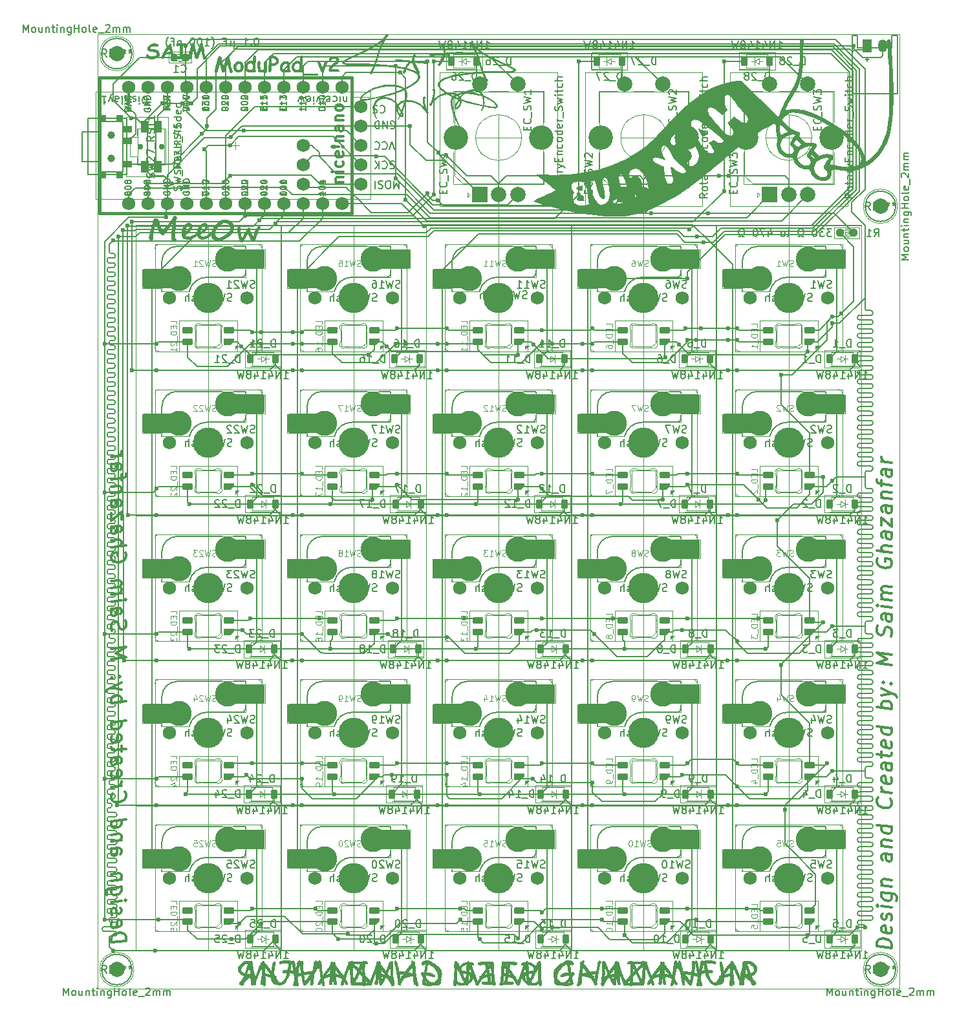
<source format=gbr>
%TF.GenerationSoftware,KiCad,Pcbnew,9.0.7*%
%TF.CreationDate,2026-02-15T00:21:33+05:00*%
%TF.ProjectId,ModuPad_v2,4d6f6475-5061-4645-9f76-322e6b696361,rev?*%
%TF.SameCoordinates,Original*%
%TF.FileFunction,Other,User*%
%FSLAX46Y46*%
G04 Gerber Fmt 4.6, Leading zero omitted, Abs format (unit mm)*
G04 Created by KiCad (PCBNEW 9.0.7) date 2026-02-15 00:21:33*
%MOMM*%
%LPD*%
G01*
G04 APERTURE LIST*
G04 Aperture macros list*
%AMRoundRect*
0 Rectangle with rounded corners*
0 $1 Rounding radius*
0 $2 $3 $4 $5 $6 $7 $8 $9 X,Y pos of 4 corners*
0 Add a 4 corners polygon primitive as box body*
4,1,4,$2,$3,$4,$5,$6,$7,$8,$9,$2,$3,0*
0 Add four circle primitives for the rounded corners*
1,1,$1+$1,$2,$3*
1,1,$1+$1,$4,$5*
1,1,$1+$1,$6,$7*
1,1,$1+$1,$8,$9*
0 Add four rect primitives between the rounded corners*
20,1,$1+$1,$2,$3,$4,$5,0*
20,1,$1+$1,$4,$5,$6,$7,0*
20,1,$1+$1,$6,$7,$8,$9,0*
20,1,$1+$1,$8,$9,$2,$3,0*%
%AMFreePoly0*
4,1,18,-0.410000,0.593000,-0.403758,0.624380,-0.385983,0.650983,-0.359380,0.668758,-0.328000,0.675000,0.328000,0.675000,0.359380,0.668758,0.385983,0.650983,0.403758,0.624380,0.410000,0.593000,0.410000,-0.593000,0.403758,-0.624380,0.385983,-0.650983,0.359380,-0.668758,0.328000,-0.675000,0.000000,-0.675000,-0.410000,-0.265000,-0.410000,0.593000,-0.410000,0.593000,$1*%
G04 Aperture macros list end*
%ADD10C,0.050000*%
%TA.AperFunction,ComponentPad*%
%ADD11R,2.000000X2.000000*%
%TD*%
%TA.AperFunction,ComponentPad*%
%ADD12C,2.000000*%
%TD*%
%TA.AperFunction,ComponentPad*%
%ADD13C,3.200000*%
%TD*%
%TA.AperFunction,ComponentPad*%
%ADD14C,1.752600*%
%TD*%
%TA.AperFunction,SMDPad,CuDef*%
%ADD15R,0.900000X0.900000*%
%TD*%
%TA.AperFunction,WasherPad*%
%ADD16C,1.000000*%
%TD*%
%TA.AperFunction,SMDPad,CuDef*%
%ADD17R,1.250000X0.900000*%
%TD*%
%TA.AperFunction,ComponentPad*%
%ADD18R,1.200000X1.700000*%
%TD*%
%TA.AperFunction,ComponentPad*%
%ADD19O,1.200000X1.700000*%
%TD*%
%TA.AperFunction,SMDPad,CuDef*%
%ADD20RoundRect,0.082000X0.593000X-0.328000X0.593000X0.328000X-0.593000X0.328000X-0.593000X-0.328000X0*%
%TD*%
%TA.AperFunction,SMDPad,CuDef*%
%ADD21FreePoly0,90.000000*%
%TD*%
%TA.AperFunction,SMDPad,CuDef*%
%ADD22RoundRect,0.225000X0.225000X0.375000X-0.225000X0.375000X-0.225000X-0.375000X0.225000X-0.375000X0*%
%TD*%
%TA.AperFunction,ComponentPad*%
%ADD23C,3.300000*%
%TD*%
%TA.AperFunction,SMDPad,CuDef*%
%ADD24R,1.650000X2.500000*%
%TD*%
%TA.AperFunction,SMDPad,CuDef*%
%ADD25RoundRect,0.250000X1.025000X1.000000X-1.025000X1.000000X-1.025000X-1.000000X1.025000X-1.000000X0*%
%TD*%
%TA.AperFunction,SMDPad,CuDef*%
%ADD26RoundRect,0.225000X-0.225000X-0.375000X0.225000X-0.375000X0.225000X0.375000X-0.225000X0.375000X0*%
%TD*%
%TA.AperFunction,SMDPad,CuDef*%
%ADD27RoundRect,0.237500X0.250000X0.237500X-0.250000X0.237500X-0.250000X-0.237500X0.250000X-0.237500X0*%
%TD*%
%TA.AperFunction,SMDPad,CuDef*%
%ADD28RoundRect,0.225000X0.225000X0.250000X-0.225000X0.250000X-0.225000X-0.250000X0.225000X-0.250000X0*%
%TD*%
%TA.AperFunction,ViaPad*%
%ADD29C,0.600000*%
%TD*%
%TA.AperFunction,Conductor*%
%ADD30C,0.200000*%
%TD*%
%ADD31C,2.000000*%
%ADD32C,0.750000*%
%ADD33R,2.000000X2.000000*%
%ADD34C,3.200000*%
%ADD35C,1.752600*%
%ADD36R,0.900000X0.900000*%
%ADD37C,1.000000*%
%ADD38R,1.250000X0.900000*%
%ADD39R,1.200000X1.700000*%
%ADD40O,1.200000X1.700000*%
%ADD41RoundRect,0.082000X0.593000X-0.328000X0.593000X0.328000X-0.593000X0.328000X-0.593000X-0.328000X0*%
%ADD42FreePoly0,90.000000*%
%ADD43RoundRect,0.225000X0.225000X0.375000X-0.225000X0.375000X-0.225000X-0.375000X0.225000X-0.375000X0*%
%ADD44C,1.750000*%
%ADD45C,3.987800*%
%ADD46C,3.300000*%
%ADD47RoundRect,0.250000X1.025000X1.000000X-1.025000X1.000000X-1.025000X-1.000000X1.025000X-1.000000X0*%
%ADD48RoundRect,0.225000X-0.225000X-0.375000X0.225000X-0.375000X0.225000X0.375000X-0.225000X0.375000X0*%
%ADD49RoundRect,0.237500X0.250000X0.237500X-0.250000X0.237500X-0.250000X-0.237500X0.250000X-0.237500X0*%
%ADD50RoundRect,0.225000X0.225000X0.250000X-0.225000X0.250000X-0.225000X-0.250000X0.225000X-0.250000X0*%
%ADD51C,0.100000*%
%ADD52C,0.375000*%
%ADD53C,0.150000*%
%ADD54C,0.120000*%
%ADD55C,0.381000*%
%ADD56C,0.000000*%
%ADD57C,0.060000*%
%TA.AperFunction,SMDPad,CuDef*%
%ADD58R,1.000000X1.550000*%
%TD*%
%ADD59R,1.000000X1.550000*%
%ADD60C,0.200000*%
%ADD61C,0.600000*%
%ADD62C,0.300000*%
%TA.AperFunction,Profile*%
%ADD63C,0.050000*%
%TD*%
%TA.AperFunction,Profile*%
%ADD64C,0.100000*%
%TD*%
G04 APERTURE END LIST*
D10*
%TO.C,REF\u002A\u002A*%
X154750000Y-172500000D02*
G75*
G02*
X150250000Y-172500000I-2250000J0D01*
G01*
X150250000Y-172500000D02*
G75*
G02*
X154750000Y-172500000I2250000J0D01*
G01*
%TO.C,SW27_RST1*%
X53750000Y-60800000D02*
X53750000Y-68600000D01*
X59250000Y-60800000D02*
X53750000Y-60800000D01*
X59250000Y-60800000D02*
X59250000Y-68600000D01*
X59250000Y-68600000D02*
X53750000Y-68600000D01*
%TO.C,REF\u002A\u002A*%
X154750000Y-72500000D02*
G75*
G02*
X150250000Y-72500000I-2250000J0D01*
G01*
X150250000Y-72500000D02*
G75*
G02*
X154750000Y-72500000I2250000J0D01*
G01*
%TO.C,EC_SW2*%
X113800000Y-72500000D02*
X113800000Y-55000000D01*
X113800000Y-72500000D02*
X129200000Y-72500000D01*
X129200000Y-55000000D02*
X113800000Y-55000000D01*
X129200000Y-55000000D02*
X129200000Y-72500000D01*
%TO.C,EC_SW1*%
X94800000Y-72500000D02*
X94800000Y-55000000D01*
X94800000Y-72500000D02*
X110200000Y-72500000D01*
X110200000Y-55000000D02*
X94800000Y-55000000D01*
X110200000Y-55000000D02*
X110200000Y-72500000D01*
%TO.C,REF\u002A\u002A*%
X54750000Y-172500000D02*
G75*
G02*
X50250000Y-172500000I-2250000J0D01*
G01*
X50250000Y-172500000D02*
G75*
G02*
X54750000Y-172500000I2250000J0D01*
G01*
%TO.C,EC_SW3*%
X132800000Y-72500000D02*
X132800000Y-55000000D01*
X132800000Y-72500000D02*
X148200000Y-72500000D01*
X148200000Y-55000000D02*
X132800000Y-55000000D01*
X148200000Y-55000000D02*
X148200000Y-72500000D01*
%TO.C,REF\u002A\u002A*%
X54750000Y-52500000D02*
G75*
G02*
X50250000Y-52500000I-2250000J0D01*
G01*
X50250000Y-52500000D02*
G75*
G02*
X54750000Y-52500000I2250000J0D01*
G01*
%TO.C,SW12*%
X109500000Y-96500000D02*
X95500000Y-96500000D01*
X95500000Y-110500000D01*
X109500000Y-110500000D01*
X109500000Y-96500000D01*
%TO.C,SW15*%
X109500000Y-153500000D02*
X95500000Y-153500000D01*
X95500000Y-167500000D01*
X109500000Y-167500000D01*
X109500000Y-153500000D01*
%TO.C,SW1*%
X147500000Y-77500000D02*
X133500000Y-77500000D01*
X133500000Y-91500000D01*
X147500000Y-91500000D01*
X147500000Y-77500000D01*
%TO.C,SW4*%
X147500000Y-134500000D02*
X133500000Y-134500000D01*
X133500000Y-148500000D01*
X147500000Y-148500000D01*
X147500000Y-134500000D01*
%TO.C,SW17*%
X90500000Y-96500000D02*
X76500000Y-96500000D01*
X76500000Y-110500000D01*
X90500000Y-110500000D01*
X90500000Y-96500000D01*
%TO.C,SW5*%
X147500000Y-153500000D02*
X133500000Y-153500000D01*
X133500000Y-167500000D01*
X147500000Y-167500000D01*
X147500000Y-153500000D01*
%TO.C,SW7*%
X128500000Y-96500000D02*
X114500000Y-96500000D01*
X114500000Y-110500000D01*
X128500000Y-110500000D01*
X128500000Y-96500000D01*
%TO.C,SW18*%
X90500000Y-115500000D02*
X76500000Y-115500000D01*
X76500000Y-129500000D01*
X90500000Y-129500000D01*
X90500000Y-115500000D01*
%TO.C,SW3*%
X147500000Y-115500000D02*
X133500000Y-115500000D01*
X133500000Y-129500000D01*
X147500000Y-129500000D01*
X147500000Y-115500000D01*
%TO.C,SW19*%
X90500000Y-134500000D02*
X76500000Y-134500000D01*
X76500000Y-148500000D01*
X90500000Y-148500000D01*
X90500000Y-134500000D01*
%TO.C,SW6*%
X128500000Y-77500000D02*
X114500000Y-77500000D01*
X114500000Y-91500000D01*
X128500000Y-91500000D01*
X128500000Y-77500000D01*
%TO.C,SW21*%
X71500000Y-77500000D02*
X57500000Y-77500000D01*
X57500000Y-91500000D01*
X71500000Y-91500000D01*
X71500000Y-77500000D01*
%TO.C,SW20*%
X90500000Y-153500000D02*
X76500000Y-153500000D01*
X76500000Y-167500000D01*
X90500000Y-167500000D01*
X90500000Y-153500000D01*
%TO.C,SW25*%
X71500000Y-153500000D02*
X57500000Y-153500000D01*
X57500000Y-167500000D01*
X71500000Y-167500000D01*
X71500000Y-153500000D01*
%TO.C,SW8*%
X128500000Y-115500000D02*
X114500000Y-115500000D01*
X114500000Y-129500000D01*
X128500000Y-129500000D01*
X128500000Y-115500000D01*
%TO.C,SW24*%
X71500000Y-134500000D02*
X57500000Y-134500000D01*
X57500000Y-148500000D01*
X71500000Y-148500000D01*
X71500000Y-134500000D01*
%TO.C,SW11*%
X109500000Y-77500000D02*
X95500000Y-77500000D01*
X95500000Y-91500000D01*
X109500000Y-91500000D01*
X109500000Y-77500000D01*
%TO.C,SW10*%
X128500000Y-153500000D02*
X114500000Y-153500000D01*
X114500000Y-167500000D01*
X128500000Y-167500000D01*
X128500000Y-153500000D01*
%TO.C,SW2*%
X147500000Y-96500000D02*
X133500000Y-96500000D01*
X133500000Y-110500000D01*
X147500000Y-110500000D01*
X147500000Y-96500000D01*
%TO.C,SW14*%
X109500000Y-134500000D02*
X95500000Y-134500000D01*
X95500000Y-148500000D01*
X109500000Y-148500000D01*
X109500000Y-134500000D01*
%TO.C,SW13*%
X109500000Y-115500000D02*
X95500000Y-115500000D01*
X95500000Y-129500000D01*
X109500000Y-129500000D01*
X109500000Y-115500000D01*
%TO.C,SW22*%
X71500000Y-96500000D02*
X57500000Y-96500000D01*
X57500000Y-110500000D01*
X71500000Y-110500000D01*
X71500000Y-96500000D01*
%TO.C,SW16*%
X90500000Y-77500000D02*
X76500000Y-77500000D01*
X76500000Y-91500000D01*
X90500000Y-91500000D01*
X90500000Y-77500000D01*
%TO.C,SW23*%
X71500000Y-115500000D02*
X57500000Y-115500000D01*
X57500000Y-129500000D01*
X71500000Y-129500000D01*
X71500000Y-115500000D01*
%TO.C,SW9*%
X128500000Y-134500000D02*
X114500000Y-134500000D01*
X114500000Y-148500000D01*
X128500000Y-148500000D01*
X128500000Y-134500000D01*
%TD*%
D11*
%TO.P,EC_SW2,A,A*%
%TO.N,EC_02_RA*%
X119000000Y-71000000D03*
D12*
%TO.P,EC_SW2,B,B*%
%TO.N,EC_02_RB*%
X124000000Y-71000000D03*
%TO.P,EC_SW2,C,C*%
%TO.N,GND*%
X121500000Y-71000000D03*
D13*
%TO.P,EC_SW2,MP*%
%TO.N,N/C*%
X115900000Y-63500000D03*
X127100000Y-63500000D03*
D12*
%TO.P,EC_SW2,S1,S1*%
%TO.N,COL 5*%
X124000000Y-56500000D03*
%TO.P,EC_SW2,S2,S2*%
%TO.N,EC_SW02_A*%
X119000000Y-56500000D03*
%TD*%
D14*
%TO.P,MCU1,1,TX0/P0.06*%
%TO.N,LED*%
X54030000Y-72160000D03*
%TO.P,MCU1,2,RX1/P0.08*%
%TO.N,nice!view_MOSI*%
X56570000Y-72160000D03*
%TO.P,MCU1,3,GND*%
%TO.N,GND*%
X59110000Y-72160000D03*
%TO.P,MCU1,4,GND*%
%TO.N,unconnected-(MCU1-GND-Pad4)*%
X61650000Y-72160000D03*
%TO.P,MCU1,5,P0.17*%
%TO.N,nice!view_SCK*%
X64190000Y-72160000D03*
%TO.P,MCU1,6,P0.20*%
%TO.N,nice!view_CS*%
X66730000Y-72160000D03*
%TO.P,MCU1,7,P0.22*%
%TO.N,ROW 0*%
X69270000Y-72160000D03*
%TO.P,MCU1,8,P0.24*%
%TO.N,ROW 1*%
X71810000Y-72160000D03*
%TO.P,MCU1,9,P1.00*%
%TO.N,ROW 2*%
X74350000Y-72160000D03*
%TO.P,MCU1,10,P0.11*%
%TO.N,ROW 3*%
X76890000Y-72160000D03*
%TO.P,MCU1,11,P1.04*%
%TO.N,ROW 4*%
X79430000Y-72160000D03*
%TO.P,MCU1,12,P1.06*%
%TO.N,COL 0*%
X81970000Y-72160000D03*
%TO.P,MCU1,13,NFC1/P0.09*%
%TO.N,EC_03_RB*%
X81970000Y-56920000D03*
%TO.P,MCU1,14,NFC2/P0.10*%
%TO.N,EC_02_RB*%
X79430000Y-56920000D03*
%TO.P,MCU1,15,P1.11*%
%TO.N,EC_01_RA*%
X76890000Y-56920000D03*
%TO.P,MCU1,16,P1.13*%
%TO.N,COL 5*%
X74350000Y-56920000D03*
%TO.P,MCU1,17,P1.15*%
%TO.N,COL 4*%
X71810000Y-56920000D03*
%TO.P,MCU1,18,AIN0/P0.02*%
%TO.N,COL 3*%
X69270000Y-56920000D03*
%TO.P,MCU1,19,AIN5/P0.29*%
%TO.N,COL 2*%
X66730000Y-56920000D03*
%TO.P,MCU1,20,AIN7/P0.31*%
%TO.N,COL 1*%
X64190000Y-56920000D03*
%TO.P,MCU1,21,VCC*%
%TO.N,VCC*%
X61650000Y-56920000D03*
%TO.P,MCU1,22,RST*%
%TO.N,MCU-RST*%
X59110000Y-56920000D03*
%TO.P,MCU1,23,GND*%
%TO.N,unconnected-(MCU1-GND-Pad23)*%
X56570000Y-56920000D03*
%TO.P,MCU1,24,BATIN/P0.04*%
%TO.N,BATIN*%
X54030000Y-56920000D03*
%TO.P,MCU1,31,P1.01*%
%TO.N,EC_03_RA*%
X76890000Y-69620000D03*
%TO.P,MCU1,32,P1.02*%
%TO.N,EC_01_RB*%
X76890000Y-67080000D03*
%TO.P,MCU1,33,P1.07*%
%TO.N,EC_02_RA*%
X76890000Y-64540000D03*
%TD*%
%TO.P,Display1,1,MOSI*%
%TO.N,nice!view_MOSI*%
X84500000Y-69620000D03*
%TO.P,Display1,2,SCK*%
%TO.N,nice!view_SCK*%
X84500000Y-67080000D03*
%TO.P,Display1,3,VCC*%
%TO.N,VCC*%
X84500000Y-64540000D03*
%TO.P,Display1,4,GND*%
%TO.N,GND*%
X84500000Y-62000000D03*
%TO.P,Display1,5,CS*%
%TO.N,nice!view_CS*%
X84500000Y-59460000D03*
%TD*%
D15*
%TO.P,SW26_SPDT1,*%
%TO.N,*%
X50700000Y-68400000D03*
X52900000Y-68400000D03*
D16*
X51800000Y-66200000D03*
X51800000Y-63200000D03*
D15*
X50700000Y-61000000D03*
X52900000Y-61000000D03*
D17*
%TO.P,SW26_SPDT1,1,A*%
%TO.N,BAT+*%
X53875000Y-66950000D03*
%TO.P,SW26_SPDT1,2,B*%
%TO.N,BATIN*%
X53875000Y-63950000D03*
%TO.P,SW26_SPDT1,3,C*%
%TO.N,unconnected-(SW26_SPDT1-C-Pad3)*%
X53875000Y-62450000D03*
%TD*%
D11*
%TO.P,EC_SW1,A,A*%
%TO.N,EC_01_RA*%
X100000000Y-71000000D03*
D12*
%TO.P,EC_SW1,B,B*%
%TO.N,EC_01_RB*%
X105000000Y-71000000D03*
%TO.P,EC_SW1,C,C*%
%TO.N,GND*%
X102500000Y-71000000D03*
D13*
%TO.P,EC_SW1,MP*%
%TO.N,N/C*%
X96900000Y-63500000D03*
X108100000Y-63500000D03*
D12*
%TO.P,EC_SW1,S1,S1*%
%TO.N,COL 5*%
X105000000Y-56500000D03*
%TO.P,EC_SW1,S2,S2*%
%TO.N,EC_SW01_A*%
X100000000Y-56500000D03*
%TD*%
D18*
%TO.P,J1,1,Pin_1*%
%TO.N,BAT+*%
X150750000Y-51500000D03*
D19*
%TO.P,J1,2,Pin_2*%
%TO.N,GND*%
X152750000Y-51500000D03*
%TD*%
D11*
%TO.P,EC_SW3,A,A*%
%TO.N,EC_03_RA*%
X138000000Y-71000000D03*
D12*
%TO.P,EC_SW3,B,B*%
%TO.N,EC_03_RB*%
X143000000Y-71000000D03*
%TO.P,EC_SW3,C,C*%
%TO.N,GND*%
X140500000Y-71000000D03*
D13*
%TO.P,EC_SW3,MP*%
%TO.N,N/C*%
X134900000Y-63500000D03*
X146100000Y-63500000D03*
D12*
%TO.P,EC_SW3,S1,S1*%
%TO.N,COL 5*%
X143000000Y-56500000D03*
%TO.P,EC_SW3,S2,S2*%
%TO.N,EC_SW03_A*%
X138000000Y-56500000D03*
%TD*%
D20*
%TO.P,LED_8,1,DOUT*%
%TO.N,Net-(LED_13-DIN)*%
X118775000Y-126750001D03*
%TO.P,LED_8,2,VSS*%
%TO.N,GND*%
X118775000Y-128250001D03*
%TO.P,LED_8,3,DIN*%
%TO.N,Net-(LED_3-DOUT)*%
X124225000Y-126750001D03*
D21*
%TO.P,LED_8,4,VDD*%
%TO.N,VCC*%
X124225000Y-128250001D03*
%TD*%
D22*
%TO.P,D_24,1,K*%
%TO.N,ROW 3*%
X73150000Y-149500000D03*
%TO.P,D_24,2,A*%
%TO.N,Net-(D_24-A)*%
X69850000Y-149500000D03*
%TD*%
D23*
%TO.P,SW12,1,1*%
%TO.N,COL 2*%
X98690000Y-100960000D03*
D24*
X96865000Y-100960000D03*
D25*
X95140000Y-100960000D03*
%TO.P,SW12,2,2*%
%TO.N,Net-(D_12-A)*%
X108590000Y-98420000D03*
D24*
X106840000Y-98420000D03*
D23*
X105040000Y-98420000D03*
%TD*%
%TO.P,SW15,1,1*%
%TO.N,COL 2*%
X98690000Y-157960000D03*
D24*
X96865000Y-157960000D03*
D25*
X95140000Y-157960000D03*
%TO.P,SW15,2,2*%
%TO.N,Net-(D_15-A)*%
X108590000Y-155420000D03*
D24*
X106840000Y-155420000D03*
D23*
X105040000Y-155420000D03*
%TD*%
D20*
%TO.P,LED_18,1,DOUT*%
%TO.N,Net-(LED_18-DOUT)*%
X80775000Y-126750001D03*
%TO.P,LED_18,2,VSS*%
%TO.N,GND*%
X80775000Y-128250001D03*
%TO.P,LED_18,3,DIN*%
%TO.N,Net-(LED_13-DOUT)*%
X86225000Y-126750001D03*
D21*
%TO.P,LED_18,4,VDD*%
%TO.N,VCC*%
X86225000Y-128250001D03*
%TD*%
D22*
%TO.P,D_4,1,K*%
%TO.N,ROW 3*%
X149150000Y-149500000D03*
%TO.P,D_4,2,A*%
%TO.N,Net-(D_4-A)*%
X145850000Y-149500000D03*
%TD*%
D26*
%TO.P,D_26,1,K*%
%TO.N,ROW 0*%
X96350000Y-53500000D03*
%TO.P,D_26,2,A*%
%TO.N,EC_SW01_A*%
X99650000Y-53500000D03*
%TD*%
D20*
%TO.P,LED_23,1,DOUT*%
%TO.N,unconnected-(LED_23-DOUT-Pad1)*%
X61775000Y-126750001D03*
%TO.P,LED_23,2,VSS*%
%TO.N,GND*%
X61775000Y-128250001D03*
%TO.P,LED_23,3,DIN*%
%TO.N,Net-(LED_18-DOUT)*%
X67225000Y-126750001D03*
D21*
%TO.P,LED_23,4,VDD*%
%TO.N,VCC*%
X67225000Y-128250001D03*
%TD*%
D23*
%TO.P,SW1,1,1*%
%TO.N,COL 0*%
X136690000Y-81960000D03*
D24*
X134865000Y-81960000D03*
D25*
X133140000Y-81960000D03*
%TO.P,SW1,2,2*%
%TO.N,Net-(D_1-A)*%
X146590000Y-79420000D03*
D24*
X144840000Y-79420000D03*
D23*
X143040000Y-79420000D03*
%TD*%
D22*
%TO.P,D_19,1,K*%
%TO.N,ROW 3*%
X91800000Y-149500000D03*
%TO.P,D_19,2,A*%
%TO.N,Net-(D_19-A)*%
X88500000Y-149500000D03*
%TD*%
D23*
%TO.P,SW4,1,1*%
%TO.N,COL 0*%
X136690000Y-138960000D03*
D24*
X134865000Y-138960000D03*
D25*
X133140000Y-138960000D03*
%TO.P,SW4,2,2*%
%TO.N,Net-(D_4-A)*%
X146590000Y-136420000D03*
D24*
X144840000Y-136420000D03*
D23*
X143040000Y-136420000D03*
%TD*%
D20*
%TO.P,LED_14,1,DOUT*%
%TO.N,Net-(LED_14-DOUT)*%
X99775000Y-145750001D03*
%TO.P,LED_14,2,VSS*%
%TO.N,GND*%
X99775000Y-147250001D03*
%TO.P,LED_14,3,DIN*%
%TO.N,Net-(LED_14-DIN)*%
X105225000Y-145750001D03*
D21*
%TO.P,LED_14,4,VDD*%
%TO.N,VCC*%
X105225000Y-147250001D03*
%TD*%
D23*
%TO.P,SW17,1,1*%
%TO.N,COL 3*%
X79690000Y-100960000D03*
D24*
X77865000Y-100960000D03*
D25*
X76140000Y-100960000D03*
%TO.P,SW17,2,2*%
%TO.N,Net-(D_17-A)*%
X89590000Y-98420000D03*
D24*
X87840000Y-98420000D03*
D23*
X86040000Y-98420000D03*
%TD*%
D22*
%TO.P,D_14,1,K*%
%TO.N,ROW 3*%
X111300000Y-149500000D03*
%TO.P,D_14,2,A*%
%TO.N,Net-(D_14-A)*%
X108000000Y-149500000D03*
%TD*%
D23*
%TO.P,SW5,1,1*%
%TO.N,COL 0*%
X136690000Y-157960000D03*
D24*
X134865000Y-157960000D03*
D25*
X133140000Y-157960000D03*
%TO.P,SW5,2,2*%
%TO.N,Net-(D_5-A)*%
X146590000Y-155420000D03*
D24*
X144840000Y-155420000D03*
D23*
X143040000Y-155420000D03*
%TD*%
D22*
%TO.P,D_6,1,K*%
%TO.N,ROW 0*%
X130150000Y-92500000D03*
%TO.P,D_6,2,A*%
%TO.N,Net-(D_6-A)*%
X126850000Y-92500000D03*
%TD*%
D23*
%TO.P,SW7,1,1*%
%TO.N,COL 1*%
X117690000Y-100960000D03*
D24*
X115865000Y-100960000D03*
D25*
X114140000Y-100960000D03*
%TO.P,SW7,2,2*%
%TO.N,Net-(D_7-A)*%
X127590000Y-98420000D03*
D24*
X125840000Y-98420000D03*
D23*
X124040000Y-98420000D03*
%TD*%
D20*
%TO.P,LED_12,1,DOUT*%
%TO.N,Net-(LED_12-DOUT)*%
X99775000Y-107750001D03*
%TO.P,LED_12,2,VSS*%
%TO.N,GND*%
X99775000Y-109250001D03*
%TO.P,LED_12,3,DIN*%
%TO.N,Net-(LED_12-DIN)*%
X105225000Y-107750001D03*
D21*
%TO.P,LED_12,4,VDD*%
%TO.N,VCC*%
X105225000Y-109250001D03*
%TD*%
D20*
%TO.P,LED_25,1,DOUT*%
%TO.N,unconnected-(LED_25-DOUT-Pad1)*%
X61775000Y-164750001D03*
%TO.P,LED_25,2,VSS*%
%TO.N,GND*%
X61775000Y-166250001D03*
%TO.P,LED_25,3,DIN*%
%TO.N,Net-(LED_20-DOUT)*%
X67225000Y-164750001D03*
D21*
%TO.P,LED_25,4,VDD*%
%TO.N,VCC*%
X67225000Y-166250001D03*
%TD*%
D23*
%TO.P,SW18,1,1*%
%TO.N,COL 3*%
X79690000Y-119960000D03*
D24*
X77865000Y-119960000D03*
D25*
X76140000Y-119960000D03*
%TO.P,SW18,2,2*%
%TO.N,Net-(D_18-A)*%
X89590000Y-117420000D03*
D24*
X87840000Y-117420000D03*
D23*
X86040000Y-117420000D03*
%TD*%
D20*
%TO.P,LED_7,1,DOUT*%
%TO.N,Net-(LED_12-DIN)*%
X118775000Y-107750001D03*
%TO.P,LED_7,2,VSS*%
%TO.N,GND*%
X118775000Y-109250001D03*
%TO.P,LED_7,3,DIN*%
%TO.N,Net-(LED_2-DOUT)*%
X124225000Y-107750001D03*
D21*
%TO.P,LED_7,4,VDD*%
%TO.N,VCC*%
X124225000Y-109250001D03*
%TD*%
D27*
%TO.P,R1,1*%
%TO.N,LED*%
X149000000Y-76000000D03*
%TO.P,R1,2*%
%TO.N,Net-(LED_1-DIN)*%
X147175000Y-76000000D03*
%TD*%
D20*
%TO.P,LED_2,1,DOUT*%
%TO.N,Net-(LED_2-DOUT)*%
X137775000Y-107750001D03*
%TO.P,LED_2,2,VSS*%
%TO.N,GND*%
X137775000Y-109250001D03*
%TO.P,LED_2,3,DIN*%
%TO.N,Net-(LED_1-DIN)*%
X143225000Y-107750001D03*
D21*
%TO.P,LED_2,4,VDD*%
%TO.N,VCC*%
X143225000Y-109250001D03*
%TD*%
D22*
%TO.P,D_25,1,K*%
%TO.N,ROW 4*%
X73300000Y-168500000D03*
%TO.P,D_25,2,A*%
%TO.N,Net-(D_25-A)*%
X70000000Y-168500000D03*
%TD*%
%TO.P,D_10,1,K*%
%TO.N,ROW 4*%
X130300000Y-168500000D03*
%TO.P,D_10,2,A*%
%TO.N,Net-(D_10-A)*%
X127000000Y-168500000D03*
%TD*%
D20*
%TO.P,LED_21,1,DOUT*%
%TO.N,unconnected-(LED_21-DOUT-Pad1)*%
X61775000Y-88750001D03*
%TO.P,LED_21,2,VSS*%
%TO.N,GND*%
X61775000Y-90250001D03*
%TO.P,LED_21,3,DIN*%
%TO.N,Net-(LED_16-DOUT)*%
X67225000Y-88750001D03*
D21*
%TO.P,LED_21,4,VDD*%
%TO.N,VCC*%
X67225000Y-90250001D03*
%TD*%
D22*
%TO.P,D_20,1,K*%
%TO.N,ROW 4*%
X92300000Y-168500000D03*
%TO.P,D_20,2,A*%
%TO.N,Net-(D_20-A)*%
X89000000Y-168500000D03*
%TD*%
%TO.P,D_11,1,K*%
%TO.N,ROW 0*%
X111150000Y-92500000D03*
%TO.P,D_11,2,A*%
%TO.N,Net-(D_11-A)*%
X107850000Y-92500000D03*
%TD*%
D20*
%TO.P,LED_22,1,DOUT*%
%TO.N,unconnected-(LED_22-DOUT-Pad1)*%
X61775000Y-107750001D03*
%TO.P,LED_22,2,VSS*%
%TO.N,GND*%
X61775000Y-109250001D03*
%TO.P,LED_22,3,DIN*%
%TO.N,Net-(LED_17-DOUT)*%
X67225000Y-107750001D03*
D21*
%TO.P,LED_22,4,VDD*%
%TO.N,VCC*%
X67225000Y-109250001D03*
%TD*%
D22*
%TO.P,D_9,1,K*%
%TO.N,ROW 3*%
X130300000Y-149500000D03*
%TO.P,D_9,2,A*%
%TO.N,Net-(D_9-A)*%
X127000000Y-149500000D03*
%TD*%
D20*
%TO.P,LED_19,1,DOUT*%
%TO.N,Net-(LED_19-DOUT)*%
X80775000Y-145750001D03*
%TO.P,LED_19,2,VSS*%
%TO.N,GND*%
X80775000Y-147250001D03*
%TO.P,LED_19,3,DIN*%
%TO.N,Net-(LED_14-DOUT)*%
X86225000Y-145750001D03*
D21*
%TO.P,LED_19,4,VDD*%
%TO.N,VCC*%
X86225000Y-147250001D03*
%TD*%
D22*
%TO.P,D_3,1,K*%
%TO.N,ROW 2*%
X149150000Y-130500000D03*
%TO.P,D_3,2,A*%
%TO.N,Net-(D_3-A)*%
X145850000Y-130500000D03*
%TD*%
%TO.P,D_2,1,K*%
%TO.N,ROW 1*%
X149150000Y-111500000D03*
%TO.P,D_2,2,A*%
%TO.N,Net-(D_2-A)*%
X145850000Y-111500000D03*
%TD*%
D23*
%TO.P,SW3,1,1*%
%TO.N,COL 0*%
X136690000Y-119960000D03*
D24*
X134865000Y-119960000D03*
D25*
X133140000Y-119960000D03*
%TO.P,SW3,2,2*%
%TO.N,Net-(D_3-A)*%
X146590000Y-117420000D03*
D24*
X144840000Y-117420000D03*
D23*
X143040000Y-117420000D03*
%TD*%
%TO.P,SW19,1,1*%
%TO.N,COL 3*%
X79690000Y-138960000D03*
D24*
X77865000Y-138960000D03*
D25*
X76140000Y-138960000D03*
%TO.P,SW19,2,2*%
%TO.N,Net-(D_19-A)*%
X89590000Y-136420000D03*
D24*
X87840000Y-136420000D03*
D23*
X86040000Y-136420000D03*
%TD*%
D20*
%TO.P,LED_16,1,DOUT*%
%TO.N,Net-(LED_16-DOUT)*%
X80775000Y-88750001D03*
%TO.P,LED_16,2,VSS*%
%TO.N,GND*%
X80775000Y-90250001D03*
%TO.P,LED_16,3,DIN*%
%TO.N,Net-(LED_11-DOUT)*%
X86225000Y-88750001D03*
D21*
%TO.P,LED_16,4,VDD*%
%TO.N,VCC*%
X86225000Y-90250001D03*
%TD*%
D20*
%TO.P,LED_15,1,DOUT*%
%TO.N,Net-(LED_15-DOUT)*%
X99775000Y-164750001D03*
%TO.P,LED_15,2,VSS*%
%TO.N,GND*%
X99775000Y-166250001D03*
%TO.P,LED_15,3,DIN*%
%TO.N,Net-(LED_10-DOUT)*%
X105225000Y-164750001D03*
D21*
%TO.P,LED_15,4,VDD*%
%TO.N,VCC*%
X105225000Y-166250001D03*
%TD*%
D23*
%TO.P,SW6,1,1*%
%TO.N,COL 1*%
X117690000Y-81960000D03*
D24*
X115865000Y-81960000D03*
D25*
X114140000Y-81960000D03*
%TO.P,SW6,2,2*%
%TO.N,Net-(D_6-A)*%
X127590000Y-79420000D03*
D24*
X125840000Y-79420000D03*
D23*
X124040000Y-79420000D03*
%TD*%
%TO.P,SW21,1,1*%
%TO.N,COL 4*%
X60690000Y-81960000D03*
D24*
X58865000Y-81960000D03*
D25*
X57140000Y-81960000D03*
%TO.P,SW21,2,2*%
%TO.N,Net-(D_21-A)*%
X70590000Y-79420000D03*
D24*
X68840000Y-79420000D03*
D23*
X67040000Y-79420000D03*
%TD*%
D20*
%TO.P,LED_6,1,DOUT*%
%TO.N,Net-(LED_11-DIN)*%
X118775000Y-88750001D03*
%TO.P,LED_6,2,VSS*%
%TO.N,GND*%
X118775000Y-90250001D03*
%TO.P,LED_6,3,DIN*%
%TO.N,Net-(LED_1-DOUT)*%
X124225000Y-88750001D03*
D21*
%TO.P,LED_6,4,VDD*%
%TO.N,VCC*%
X124225000Y-90250001D03*
%TD*%
D22*
%TO.P,D_18,1,K*%
%TO.N,ROW 2*%
X92000000Y-130500000D03*
%TO.P,D_18,2,A*%
%TO.N,Net-(D_18-A)*%
X88700000Y-130500000D03*
%TD*%
D23*
%TO.P,SW20,1,1*%
%TO.N,COL 3*%
X79690000Y-157960000D03*
D24*
X77865000Y-157960000D03*
D25*
X76140000Y-157960000D03*
%TO.P,SW20,2,2*%
%TO.N,Net-(D_20-A)*%
X89590000Y-155420000D03*
D24*
X87840000Y-155420000D03*
D23*
X86040000Y-155420000D03*
%TD*%
D26*
%TO.P,D_27,1,K*%
%TO.N,ROW 1*%
X115350000Y-53500000D03*
%TO.P,D_27,2,A*%
%TO.N,EC_SW02_A*%
X118650000Y-53500000D03*
%TD*%
D23*
%TO.P,SW25,1,1*%
%TO.N,COL 4*%
X60690000Y-157960000D03*
D24*
X58865000Y-157960000D03*
D25*
X57140000Y-157960000D03*
%TO.P,SW25,2,2*%
%TO.N,Net-(D_25-A)*%
X70590000Y-155420000D03*
D24*
X68840000Y-155420000D03*
D23*
X67040000Y-155420000D03*
%TD*%
D22*
%TO.P,D_1,1,K*%
%TO.N,ROW 0*%
X149150000Y-92500000D03*
%TO.P,D_1,2,A*%
%TO.N,Net-(D_1-A)*%
X145850000Y-92500000D03*
%TD*%
%TO.P,D_12,1,K*%
%TO.N,ROW 1*%
X111150000Y-111500000D03*
%TO.P,D_12,2,A*%
%TO.N,Net-(D_12-A)*%
X107850000Y-111500000D03*
%TD*%
%TO.P,D_5,1,K*%
%TO.N,ROW 4*%
X149150000Y-168500000D03*
%TO.P,D_5,2,A*%
%TO.N,Net-(D_5-A)*%
X145850000Y-168500000D03*
%TD*%
D20*
%TO.P,LED_13,1,DOUT*%
%TO.N,Net-(LED_13-DOUT)*%
X99775000Y-126750001D03*
%TO.P,LED_13,2,VSS*%
%TO.N,GND*%
X99775000Y-128250001D03*
%TO.P,LED_13,3,DIN*%
%TO.N,Net-(LED_13-DIN)*%
X105225000Y-126750001D03*
D21*
%TO.P,LED_13,4,VDD*%
%TO.N,VCC*%
X105225000Y-128250001D03*
%TD*%
D20*
%TO.P,LED_24,1,DOUT*%
%TO.N,unconnected-(LED_24-DOUT-Pad1)*%
X61775000Y-145750001D03*
%TO.P,LED_24,2,VSS*%
%TO.N,GND*%
X61775000Y-147250001D03*
%TO.P,LED_24,3,DIN*%
%TO.N,Net-(LED_19-DOUT)*%
X67225000Y-145750001D03*
D21*
%TO.P,LED_24,4,VDD*%
%TO.N,VCC*%
X67225000Y-147250001D03*
%TD*%
D23*
%TO.P,SW8,1,1*%
%TO.N,COL 1*%
X117690000Y-119960000D03*
D24*
X115865000Y-119960000D03*
D25*
X114140000Y-119960000D03*
%TO.P,SW8,2,2*%
%TO.N,Net-(D_8-A)*%
X127590000Y-117420000D03*
D24*
X125840000Y-117420000D03*
D23*
X124040000Y-117420000D03*
%TD*%
D20*
%TO.P,LED_10,1,DOUT*%
%TO.N,Net-(LED_10-DOUT)*%
X118775000Y-164750001D03*
%TO.P,LED_10,2,VSS*%
%TO.N,GND*%
X118775000Y-166250001D03*
%TO.P,LED_10,3,DIN*%
%TO.N,Net-(LED_10-DIN)*%
X124225000Y-164750001D03*
D21*
%TO.P,LED_10,4,VDD*%
%TO.N,VCC*%
X124225000Y-166250001D03*
%TD*%
D23*
%TO.P,SW24,1,1*%
%TO.N,COL 4*%
X60690000Y-138960000D03*
D24*
X58865000Y-138960000D03*
D25*
X57140000Y-138960000D03*
%TO.P,SW24,2,2*%
%TO.N,Net-(D_24-A)*%
X70590000Y-136420000D03*
D24*
X68840000Y-136420000D03*
D23*
X67040000Y-136420000D03*
%TD*%
%TO.P,SW11,1,1*%
%TO.N,COL 2*%
X98690000Y-81960000D03*
D24*
X96865000Y-81960000D03*
D25*
X95140000Y-81960000D03*
%TO.P,SW11,2,2*%
%TO.N,Net-(D_11-A)*%
X108590000Y-79420000D03*
D24*
X106840000Y-79420000D03*
D23*
X105040000Y-79420000D03*
%TD*%
D22*
%TO.P,D_16,1,K*%
%TO.N,ROW 0*%
X92150000Y-92500000D03*
%TO.P,D_16,2,A*%
%TO.N,Net-(D_16-A)*%
X88850000Y-92500000D03*
%TD*%
%TO.P,D_17,1,K*%
%TO.N,ROW 1*%
X92300000Y-111500000D03*
%TO.P,D_17,2,A*%
%TO.N,Net-(D_17-A)*%
X89000000Y-111500000D03*
%TD*%
D23*
%TO.P,SW10,1,1*%
%TO.N,COL 1*%
X117690000Y-157960000D03*
D24*
X115865000Y-157960000D03*
D25*
X114140000Y-157960000D03*
%TO.P,SW10,2,2*%
%TO.N,Net-(D_10-A)*%
X127590000Y-155420000D03*
D24*
X125840000Y-155420000D03*
D23*
X124040000Y-155420000D03*
%TD*%
D20*
%TO.P,LED_17,1,DOUT*%
%TO.N,Net-(LED_17-DOUT)*%
X80775000Y-107750001D03*
%TO.P,LED_17,2,VSS*%
%TO.N,GND*%
X80775000Y-109250001D03*
%TO.P,LED_17,3,DIN*%
%TO.N,Net-(LED_12-DOUT)*%
X86225000Y-107750001D03*
D21*
%TO.P,LED_17,4,VDD*%
%TO.N,VCC*%
X86225000Y-109250001D03*
%TD*%
D22*
%TO.P,D_7,1,K*%
%TO.N,ROW 1*%
X130150000Y-111500000D03*
%TO.P,D_7,2,A*%
%TO.N,Net-(D_7-A)*%
X126850000Y-111500000D03*
%TD*%
D23*
%TO.P,SW2,1,1*%
%TO.N,COL 0*%
X136690000Y-100960000D03*
D24*
X134865000Y-100960000D03*
D25*
X133140000Y-100960000D03*
%TO.P,SW2,2,2*%
%TO.N,Net-(D_2-A)*%
X146590000Y-98420000D03*
D24*
X144840000Y-98420000D03*
D23*
X143040000Y-98420000D03*
%TD*%
%TO.P,SW14,1,1*%
%TO.N,COL 2*%
X98690000Y-138960000D03*
D24*
X96865000Y-138960000D03*
D25*
X95140000Y-138960000D03*
%TO.P,SW14,2,2*%
%TO.N,Net-(D_14-A)*%
X108590000Y-136420000D03*
D24*
X106840000Y-136420000D03*
D23*
X105040000Y-136420000D03*
%TD*%
D20*
%TO.P,LED_20,1,DOUT*%
%TO.N,Net-(LED_20-DOUT)*%
X80775000Y-164750001D03*
%TO.P,LED_20,2,VSS*%
%TO.N,GND*%
X80775000Y-166250001D03*
%TO.P,LED_20,3,DIN*%
%TO.N,Net-(LED_15-DOUT)*%
X86225000Y-164750001D03*
D21*
%TO.P,LED_20,4,VDD*%
%TO.N,VCC*%
X86225000Y-166250001D03*
%TD*%
D20*
%TO.P,LED_1,1,DOUT*%
%TO.N,Net-(LED_1-DOUT)*%
X137775000Y-88750001D03*
%TO.P,LED_1,2,VSS*%
%TO.N,GND*%
X137775000Y-90250001D03*
%TO.P,LED_1,3,DIN*%
%TO.N,Net-(LED_1-DIN)*%
X143225000Y-88750001D03*
D21*
%TO.P,LED_1,4,VDD*%
%TO.N,VCC*%
X143225000Y-90250001D03*
%TD*%
D20*
%TO.P,LED_11,1,DOUT*%
%TO.N,Net-(LED_11-DOUT)*%
X99775000Y-88750001D03*
%TO.P,LED_11,2,VSS*%
%TO.N,GND*%
X99775000Y-90250001D03*
%TO.P,LED_11,3,DIN*%
%TO.N,Net-(LED_11-DIN)*%
X105225000Y-88750001D03*
D21*
%TO.P,LED_11,4,VDD*%
%TO.N,VCC*%
X105225000Y-90250001D03*
%TD*%
D22*
%TO.P,D_13,1,K*%
%TO.N,ROW 2*%
X111300000Y-130500000D03*
%TO.P,D_13,2,A*%
%TO.N,Net-(D_13-A)*%
X108000000Y-130500000D03*
%TD*%
D23*
%TO.P,SW13,1,1*%
%TO.N,COL 2*%
X98690000Y-119960000D03*
D24*
X96865000Y-119960000D03*
D25*
X95140000Y-119960000D03*
%TO.P,SW13,2,2*%
%TO.N,Net-(D_13-A)*%
X108590000Y-117420000D03*
D24*
X106840000Y-117420000D03*
D23*
X105040000Y-117420000D03*
%TD*%
D20*
%TO.P,LED_4,1,DOUT*%
%TO.N,Net-(LED_4-DOUT)*%
X137775000Y-145750001D03*
%TO.P,LED_4,2,VSS*%
%TO.N,GND*%
X137775000Y-147250001D03*
%TO.P,LED_4,3,DIN*%
%TO.N,Net-(LED_1-DIN)*%
X143225000Y-145750001D03*
D21*
%TO.P,LED_4,4,VDD*%
%TO.N,VCC*%
X143225000Y-147250001D03*
%TD*%
D26*
%TO.P,D_28,1,K*%
%TO.N,ROW 2*%
X134700000Y-53500000D03*
%TO.P,D_28,2,A*%
%TO.N,EC_SW03_A*%
X138000000Y-53500000D03*
%TD*%
D23*
%TO.P,SW22,1,1*%
%TO.N,COL 4*%
X60690000Y-100960000D03*
D24*
X58865000Y-100960000D03*
D25*
X57140000Y-100960000D03*
%TO.P,SW22,2,2*%
%TO.N,Net-(D_22-A)*%
X70590000Y-98420000D03*
D24*
X68840000Y-98420000D03*
D23*
X67040000Y-98420000D03*
%TD*%
D28*
%TO.P,C1,1*%
%TO.N,VCC*%
X61550000Y-53000000D03*
%TO.P,C1,2*%
%TO.N,GND*%
X60000000Y-53000000D03*
%TD*%
D20*
%TO.P,LED_3,1,DOUT*%
%TO.N,Net-(LED_3-DOUT)*%
X137775000Y-126750001D03*
%TO.P,LED_3,2,VSS*%
%TO.N,GND*%
X137775000Y-128250001D03*
%TO.P,LED_3,3,DIN*%
%TO.N,Net-(LED_1-DIN)*%
X143225000Y-126750001D03*
D21*
%TO.P,LED_3,4,VDD*%
%TO.N,VCC*%
X143225000Y-128250001D03*
%TD*%
D20*
%TO.P,LED_5,1,DOUT*%
%TO.N,Net-(LED_10-DIN)*%
X137775000Y-164750001D03*
%TO.P,LED_5,2,VSS*%
%TO.N,GND*%
X137775000Y-166250001D03*
%TO.P,LED_5,3,DIN*%
%TO.N,Net-(LED_1-DIN)*%
X143225000Y-164750001D03*
D21*
%TO.P,LED_5,4,VDD*%
%TO.N,VCC*%
X143225000Y-166250001D03*
%TD*%
D23*
%TO.P,SW16,1,1*%
%TO.N,COL 3*%
X79690000Y-81960000D03*
D24*
X77865000Y-81960000D03*
D25*
X76140000Y-81960000D03*
%TO.P,SW16,2,2*%
%TO.N,Net-(D_16-A)*%
X89590000Y-79420000D03*
D24*
X87840000Y-79420000D03*
D23*
X86040000Y-79420000D03*
%TD*%
D22*
%TO.P,D_8,1,K*%
%TO.N,ROW 2*%
X130300000Y-130500000D03*
%TO.P,D_8,2,A*%
%TO.N,Net-(D_8-A)*%
X127000000Y-130500000D03*
%TD*%
%TO.P,D_23,1,K*%
%TO.N,ROW 2*%
X73150000Y-130500000D03*
%TO.P,D_23,2,A*%
%TO.N,Net-(D_23-A)*%
X69850000Y-130500000D03*
%TD*%
%TO.P,D_22,1,K*%
%TO.N,ROW 1*%
X73300000Y-111500000D03*
%TO.P,D_22,2,A*%
%TO.N,Net-(D_22-A)*%
X70000000Y-111500000D03*
%TD*%
%TO.P,D_15,1,K*%
%TO.N,ROW 4*%
X111300000Y-168500000D03*
%TO.P,D_15,2,A*%
%TO.N,Net-(D_15-A)*%
X108000000Y-168500000D03*
%TD*%
D23*
%TO.P,SW23,1,1*%
%TO.N,COL 4*%
X60690000Y-119960000D03*
D24*
X58865000Y-119960000D03*
D25*
X57140000Y-119960000D03*
%TO.P,SW23,2,2*%
%TO.N,Net-(D_23-A)*%
X70590000Y-117420000D03*
D24*
X68840000Y-117420000D03*
D23*
X67040000Y-117420000D03*
%TD*%
D20*
%TO.P,LED_9,1,DOUT*%
%TO.N,Net-(LED_14-DIN)*%
X118775000Y-145750001D03*
%TO.P,LED_9,2,VSS*%
%TO.N,GND*%
X118775000Y-147250001D03*
%TO.P,LED_9,3,DIN*%
%TO.N,Net-(LED_4-DOUT)*%
X124225000Y-145750001D03*
D21*
%TO.P,LED_9,4,VDD*%
%TO.N,VCC*%
X124225000Y-147250001D03*
%TD*%
D22*
%TO.P,D_21,1,K*%
%TO.N,ROW 0*%
X73300000Y-92500000D03*
%TO.P,D_21,2,A*%
%TO.N,Net-(D_21-A)*%
X70000000Y-92500000D03*
%TD*%
D23*
%TO.P,SW9,1,1*%
%TO.N,COL 1*%
X117690000Y-138960000D03*
D24*
X115865000Y-138960000D03*
D25*
X114140000Y-138960000D03*
%TO.P,SW9,2,2*%
%TO.N,Net-(D_9-A)*%
X127590000Y-136420000D03*
D24*
X125840000Y-136420000D03*
D23*
X124040000Y-136420000D03*
%TD*%
D29*
%TO.N,GND*%
X81000000Y-149500000D03*
X67424265Y-63424265D03*
X54400000Y-61000000D03*
X95740000Y-90500000D03*
X128406000Y-166000000D03*
X76740000Y-90500000D03*
X149000000Y-51500000D03*
X112400000Y-68500000D03*
X58000000Y-166000000D03*
X50900000Y-110000000D03*
X71406000Y-90500000D03*
X90925735Y-62000000D03*
X57000000Y-68500000D03*
X108206000Y-90500000D03*
X50900000Y-128500000D03*
X113540000Y-90500000D03*
X95674265Y-65825735D03*
X57740000Y-147500000D03*
X81500000Y-168500000D03*
X61050000Y-59000000D03*
X50900000Y-147500000D03*
X113600000Y-68500000D03*
X137500000Y-111000000D03*
X61500000Y-149500000D03*
X119000000Y-149500000D03*
X80500000Y-111500000D03*
X57740000Y-128500000D03*
X119000000Y-168000000D03*
X94500000Y-90500000D03*
X99500000Y-111500000D03*
X90406000Y-90500000D03*
X137500000Y-149500000D03*
X132540000Y-90000000D03*
X59000000Y-73900000D03*
X99500000Y-130500000D03*
X67500000Y-168500000D03*
X118500000Y-111500000D03*
X133740000Y-90000000D03*
X127206000Y-90000000D03*
X71406000Y-166500000D03*
X109500000Y-90500000D03*
X100000000Y-149500000D03*
X62000000Y-130500000D03*
X50900000Y-90500000D03*
X62000000Y-111500000D03*
X57740000Y-109500000D03*
X62250000Y-59000000D03*
X70206000Y-90500000D03*
X132600000Y-68500000D03*
X131400000Y-68500000D03*
X116000000Y-166000000D03*
X128406000Y-90000000D03*
X119000000Y-130500000D03*
X114740000Y-90500000D03*
X50900000Y-166000000D03*
X75540000Y-90500000D03*
X80500000Y-130500000D03*
X137500000Y-130500000D03*
X100000000Y-168500000D03*
X58500000Y-59000000D03*
X89000000Y-90500000D03*
X57740000Y-90500000D03*
X97500000Y-166000000D03*
%TO.N,VCC*%
X69155345Y-62600000D03*
X127206000Y-109000000D03*
X68825735Y-90825735D03*
X105000000Y-92000000D03*
X127174265Y-167174265D03*
X107000000Y-147500000D03*
X76740000Y-147500000D03*
X146206000Y-108500000D03*
X114740000Y-148000000D03*
X133740000Y-129500000D03*
X70206000Y-109000000D03*
X146206000Y-87848527D03*
X143000000Y-168000000D03*
X133740000Y-148500000D03*
X86000000Y-110900000D03*
X143000000Y-91500000D03*
X61500000Y-51500000D03*
X146206000Y-146500000D03*
X69500000Y-147000000D03*
X136500000Y-110900000D03*
X86500000Y-169100000D03*
X126075735Y-90575735D03*
X95740000Y-129000000D03*
X85500000Y-92000000D03*
X82737246Y-167820862D03*
X108206000Y-109500000D03*
X88500000Y-147000000D03*
X76740000Y-128500000D03*
X95740000Y-147000000D03*
X87825735Y-90825735D03*
X149500000Y-167000000D03*
X126500000Y-147000000D03*
X124000000Y-110900000D03*
X150500000Y-167000000D03*
X88000000Y-128500000D03*
X146206000Y-127500000D03*
X68500000Y-166500000D03*
X124325735Y-92325735D03*
X107500000Y-128000000D03*
X107075735Y-90575735D03*
X126500000Y-128000000D03*
X108124265Y-167224265D03*
X109500000Y-167000000D03*
X69000000Y-128000000D03*
X89206000Y-109000000D03*
X105000000Y-110900000D03*
X115000000Y-128500000D03*
X105000000Y-168400000D03*
%TO.N,nice!view_MOSI*%
X59710000Y-69500000D03*
X67330000Y-68500000D03*
X56500000Y-69500000D03*
%TO.N,nice!view_SCK*%
X64000000Y-65000000D03*
X67330000Y-64500000D03*
%TO.N,ROW 0*%
X57740000Y-94000000D03*
X94000000Y-53500000D03*
X114740000Y-94000000D03*
X132540000Y-94000000D03*
X113540000Y-94000000D03*
X94540000Y-94000000D03*
X94000000Y-71000000D03*
X69270000Y-73730000D03*
X75540000Y-94000000D03*
X54500000Y-94000000D03*
X76740000Y-94000000D03*
X133740000Y-94000000D03*
X95740000Y-94000000D03*
X54500000Y-74500000D03*
%TO.N,ROW 1*%
X113000000Y-71000000D03*
X133740000Y-113000000D03*
X114740000Y-113000000D03*
X113000000Y-53500000D03*
X95740000Y-113000000D03*
X94540000Y-113000000D03*
X57740000Y-113000000D03*
X53900000Y-75065687D03*
X132540000Y-113000000D03*
X76740000Y-113000000D03*
X75540000Y-113000000D03*
X71125000Y-74375000D03*
X54000000Y-113000000D03*
X113540000Y-113000000D03*
%TO.N,ROW 2*%
X132500000Y-132000000D03*
X94500000Y-132000000D03*
X76740000Y-132000000D03*
X73250000Y-74750000D03*
X57740000Y-132000000D03*
X133740000Y-132000000D03*
X132000000Y-70500000D03*
X132000000Y-53500000D03*
X114740000Y-132000000D03*
X95740000Y-132000000D03*
X113540000Y-132000000D03*
X75500000Y-132000000D03*
X53500000Y-132000000D03*
X53300000Y-75654142D03*
%TO.N,ROW 3*%
X52500000Y-151000000D03*
X113540000Y-151000000D03*
X75540000Y-151000000D03*
X132540000Y-151000000D03*
X57740000Y-151000000D03*
X52700000Y-76500000D03*
X76740000Y-151000000D03*
X94500000Y-151000000D03*
X133740000Y-151000000D03*
X114740000Y-151000000D03*
X95740000Y-151000000D03*
%TO.N,ROW 4*%
X52000000Y-77000000D03*
X52000000Y-170000000D03*
X57500000Y-170000000D03*
%TO.N,EC_01_RA*%
X94600000Y-65500000D03*
X93199997Y-53500000D03*
%TO.N,EC_01_RB*%
X86500000Y-66000000D03*
%TO.N,EC_02_RB*%
X89000000Y-68857300D03*
X89000000Y-54100000D03*
%TO.N,EC_03_RB*%
X90325735Y-71674265D03*
X89600000Y-55000000D03*
%TO.N,BAT+*%
X63658287Y-63006814D03*
X64299265Y-61950735D03*
%TO.N,Net-(LED_1-DOUT)*%
X127000000Y-88500000D03*
X129000000Y-88500000D03*
X132540000Y-88500000D03*
X133740000Y-88500000D03*
%TO.N,Net-(LED_1-DIN)*%
X139500000Y-94600000D03*
X145000000Y-127000000D03*
X147406000Y-86500000D03*
X140000000Y-151600000D03*
X145500000Y-145500000D03*
X146206000Y-87000000D03*
X145000000Y-108000000D03*
X139500000Y-132600000D03*
X139000000Y-113600000D03*
%TO.N,Net-(LED_2-DOUT)*%
X133740000Y-107500000D03*
X127206000Y-107500000D03*
%TO.N,Net-(LED_3-DOUT)*%
X127206000Y-126500000D03*
X136500000Y-126500000D03*
%TO.N,Net-(LED_4-DOUT)*%
X133740000Y-145500000D03*
X127206000Y-145500000D03*
%TO.N,Net-(LED_10-DIN)*%
X127206000Y-164500000D03*
X135000000Y-164500000D03*
%TO.N,Net-(LED_11-DIN)*%
X108206000Y-88750001D03*
X114740000Y-88500000D03*
%TO.N,Net-(LED_12-DIN)*%
X108206000Y-107500000D03*
X114740000Y-107500000D03*
%TO.N,Net-(LED_13-DIN)*%
X117500000Y-126500000D03*
X108206000Y-126500000D03*
%TO.N,Net-(LED_14-DIN)*%
X114740000Y-145500000D03*
X108206000Y-145500000D03*
%TO.N,Net-(LED_10-DOUT)*%
X108206000Y-165000000D03*
X116000000Y-164500000D03*
%TO.N,Net-(LED_11-DOUT)*%
X89206000Y-88500000D03*
X95740000Y-88500000D03*
%TO.N,Net-(LED_12-DOUT)*%
X95740000Y-107500000D03*
X89206000Y-107500000D03*
%TO.N,Net-(LED_13-DOUT)*%
X98000000Y-126500000D03*
X89206000Y-126500000D03*
%TO.N,Net-(LED_14-DOUT)*%
X95740000Y-145500000D03*
X89206000Y-145500000D03*
%TO.N,Net-(LED_15-DOUT)*%
X89206000Y-164500000D03*
X97500000Y-164500000D03*
%TO.N,Net-(LED_16-DOUT)*%
X75540000Y-89000000D03*
X70206000Y-89000000D03*
X76740000Y-89000000D03*
X71406000Y-89000000D03*
%TO.N,Net-(LED_17-DOUT)*%
X70206000Y-107500000D03*
X76740000Y-107500000D03*
%TO.N,Net-(LED_18-DOUT)*%
X70000000Y-126500000D03*
X79000000Y-126500000D03*
%TO.N,Net-(LED_19-DOUT)*%
X76740000Y-145500000D03*
X70206000Y-145500000D03*
%TO.N,Net-(LED_20-DOUT)*%
X70206000Y-164500000D03*
X78500000Y-164500000D03*
%TO.N,LED*%
X93207815Y-70792185D03*
X94500000Y-71701000D03*
X112448528Y-72400000D03*
X110500000Y-72400000D03*
X122448527Y-73400000D03*
X61000000Y-70100000D03*
X129948528Y-73400000D03*
%TO.N,COL 3*%
X128500000Y-76500000D03*
%TO.N,COL 1*%
X127206000Y-82000000D03*
%TO.N,COL 4*%
X127500000Y-75533000D03*
%TO.N,COL 2*%
X129340396Y-77188925D03*
%TO.N,COL 0*%
X92771494Y-75132000D03*
%TO.N,BATIN*%
X54000000Y-58500000D03*
%TD*%
D30*
%TO.N,GND*%
X75540000Y-90500000D02*
X71406000Y-90500000D01*
X50900000Y-166000000D02*
X50900000Y-147500000D01*
X116250001Y-166250001D02*
X116000000Y-166000000D01*
X66000000Y-51500000D02*
X63000000Y-54500000D01*
X149000000Y-51500000D02*
X111500000Y-51500000D01*
X137775000Y-128250001D02*
X137775000Y-130225000D01*
X67500000Y-168500000D02*
X63000000Y-168500000D01*
X99775000Y-168275000D02*
X99775000Y-166250001D01*
X80775000Y-167775000D02*
X80775000Y-166250001D01*
X80775000Y-109250001D02*
X80775000Y-111225000D01*
X80775000Y-147250001D02*
X80775000Y-149275000D01*
X137775000Y-90250001D02*
X133990001Y-90250001D01*
X133990001Y-90250001D02*
X133740000Y-90000000D01*
X80775000Y-90250001D02*
X80525001Y-90500000D01*
X55500000Y-53000000D02*
X52000000Y-56500000D01*
X61775000Y-130275000D02*
X61775000Y-128250001D01*
X80775000Y-111225000D02*
X80500000Y-111500000D01*
X127206000Y-90000000D02*
X127206000Y-90294000D01*
X119000000Y-129500000D02*
X118775000Y-129275000D01*
X95674265Y-65825735D02*
X95000000Y-66500000D01*
X118775000Y-166250001D02*
X116250001Y-166250001D01*
X105500000Y-93000000D02*
X101500000Y-93000000D01*
X80775000Y-149275000D02*
X81000000Y-149500000D01*
X59110000Y-69000000D02*
X59110000Y-72160000D01*
X61775000Y-149225000D02*
X61500000Y-149500000D01*
X113540000Y-90500000D02*
X109500000Y-90500000D01*
X81500000Y-168500000D02*
X80775000Y-167775000D01*
X64000000Y-63500000D02*
X59110000Y-68390000D01*
X50900000Y-128500000D02*
X50900000Y-110000000D01*
X54102000Y-73900000D02*
X59000000Y-73900000D01*
X99500000Y-130500000D02*
X99775000Y-130225000D01*
X111500000Y-51500000D02*
X66000000Y-51500000D01*
X101500000Y-93000000D02*
X99775000Y-91275000D01*
X118775000Y-90250001D02*
X114989999Y-90250001D01*
X132600000Y-68500000D02*
X131400000Y-68500000D01*
X61775000Y-128250001D02*
X57989999Y-128250001D01*
X127206000Y-90294000D02*
X124500000Y-93000000D01*
X52000000Y-58600000D02*
X54400000Y-61000000D01*
X94500000Y-90500000D02*
X90406000Y-90500000D01*
X132540000Y-90000000D02*
X128207000Y-90000000D01*
X100000000Y-168500000D02*
X99775000Y-168275000D01*
X120000000Y-93000000D02*
X118775000Y-91775000D01*
X63000000Y-93500000D02*
X61775000Y-92275000D01*
X57000000Y-68500000D02*
X58610000Y-68500000D01*
X57989999Y-109250001D02*
X57740000Y-109500000D01*
X118775000Y-149275000D02*
X118775000Y-147250001D01*
X61775000Y-92275000D02*
X61775000Y-90250001D01*
X61775000Y-111275000D02*
X62000000Y-111500000D01*
X99775000Y-149275000D02*
X99775000Y-147250001D01*
X61775000Y-109250001D02*
X61775000Y-111275000D01*
X82000000Y-93000000D02*
X80775000Y-91775000D01*
X124500000Y-93000000D02*
X120000000Y-93000000D01*
X113600000Y-68500000D02*
X112400000Y-68500000D01*
X63000000Y-54500000D02*
X63000000Y-58250000D01*
X97750001Y-166250001D02*
X97500000Y-166000000D01*
X118775000Y-109250001D02*
X118775000Y-111225000D01*
X99775000Y-130225000D02*
X99775000Y-128250001D01*
X99525001Y-90500000D02*
X95740000Y-90500000D01*
X108206000Y-90500000D02*
X108000000Y-90500000D01*
X59110000Y-68390000D02*
X59110000Y-69000000D01*
X80525001Y-90500000D02*
X76740000Y-90500000D01*
X118775000Y-91775000D02*
X118775000Y-90250001D01*
X99775000Y-90250001D02*
X99525001Y-90500000D01*
X95000000Y-66500000D02*
X93000000Y-66500000D01*
X67348530Y-63500000D02*
X64000000Y-63500000D01*
X137775000Y-149225000D02*
X137775000Y-147250001D01*
X61775000Y-90250001D02*
X57989999Y-90250001D01*
X63000000Y-168500000D02*
X61775000Y-167275000D01*
X137500000Y-149500000D02*
X137775000Y-149225000D01*
X80500000Y-130500000D02*
X80500000Y-129500000D01*
X61524999Y-166000000D02*
X58000000Y-166000000D01*
X61775000Y-167275000D02*
X61775000Y-166250001D01*
X50900000Y-90500000D02*
X50900000Y-77102000D01*
X61775000Y-109250001D02*
X57989999Y-109250001D01*
X86500000Y-93000000D02*
X82000000Y-93000000D01*
X61775000Y-147250001D02*
X61775000Y-149225000D01*
X99775000Y-91275000D02*
X99775000Y-90250001D01*
X57989999Y-128250001D02*
X57740000Y-128500000D01*
X137500000Y-111000000D02*
X137500000Y-109525001D01*
X90925735Y-64425735D02*
X90925735Y-62000000D01*
X61775000Y-166250001D02*
X61524999Y-166000000D01*
X137500000Y-109525001D02*
X137775000Y-109250001D01*
X80500000Y-129500000D02*
X80775000Y-129225000D01*
X128656001Y-166250001D02*
X128406000Y-166000000D01*
X70000000Y-90500000D02*
X67000000Y-93500000D01*
X114989999Y-90250001D02*
X114740000Y-90500000D01*
X50900000Y-110000000D02*
X50900000Y-90500000D01*
X119000000Y-149500000D02*
X118775000Y-149275000D01*
X70206000Y-90500000D02*
X70000000Y-90500000D01*
X80775000Y-166250001D02*
X71655999Y-166250001D01*
X57989999Y-90250001D02*
X57740000Y-90500000D01*
X58610000Y-68500000D02*
X59110000Y-69000000D01*
X118775000Y-111225000D02*
X118500000Y-111500000D01*
X63000000Y-58250000D02*
X62250000Y-59000000D01*
X118775000Y-129275000D02*
X118775000Y-128250001D01*
X67424265Y-63424265D02*
X67348530Y-63500000D01*
X57989999Y-147250001D02*
X57740000Y-147500000D01*
X60000000Y-53000000D02*
X55500000Y-53000000D01*
X50900000Y-77102000D02*
X54102000Y-73900000D01*
X128207000Y-90000000D02*
X128406000Y-90000000D01*
X99775000Y-109250001D02*
X99775000Y-111225000D01*
X50900000Y-147500000D02*
X50900000Y-128500000D01*
X89000000Y-90500000D02*
X86500000Y-93000000D01*
X71655999Y-166250001D02*
X71406000Y-166500000D01*
X99775000Y-166250001D02*
X97750001Y-166250001D01*
X52000000Y-56500000D02*
X52000000Y-58600000D01*
X108000000Y-90500000D02*
X105500000Y-93000000D01*
X119000000Y-166475001D02*
X118775000Y-166250001D01*
X119000000Y-168000000D02*
X119000000Y-166475001D01*
X99775000Y-111225000D02*
X99500000Y-111500000D01*
X100000000Y-149500000D02*
X99775000Y-149275000D01*
X80775000Y-91775000D02*
X80775000Y-90250001D01*
X61775000Y-147250001D02*
X57989999Y-147250001D01*
X137775000Y-166250001D02*
X128656001Y-166250001D01*
X93000000Y-66500000D02*
X90925735Y-64425735D01*
X58500000Y-59000000D02*
X61050000Y-59000000D01*
X67000000Y-93500000D02*
X63000000Y-93500000D01*
X119000000Y-130500000D02*
X119000000Y-129500000D01*
X137775000Y-130225000D02*
X137500000Y-130500000D01*
X62000000Y-130500000D02*
X61775000Y-130275000D01*
X80775000Y-129225000D02*
X80775000Y-128250001D01*
%TO.N,VCC*%
X136500000Y-110900000D02*
X137600000Y-112000000D01*
X61650000Y-60150000D02*
X61650000Y-56920000D01*
X135101000Y-131101000D02*
X134000000Y-130000000D01*
X143000000Y-149000000D02*
X141899000Y-150101000D01*
X78000000Y-150000000D02*
X76740000Y-148740000D01*
X107000000Y-147500000D02*
X105474999Y-147500000D01*
X79601000Y-131101000D02*
X79500000Y-131000000D01*
X68250001Y-90250001D02*
X68825735Y-90825735D01*
X141899000Y-131101000D02*
X135101000Y-131101000D01*
X117101000Y-168601000D02*
X117000000Y-168500000D01*
X87250001Y-90250001D02*
X87825735Y-90825735D01*
X106749999Y-128250001D02*
X105225000Y-128250001D01*
X105225000Y-129775000D02*
X105000000Y-130000000D01*
X145455999Y-147250001D02*
X146206000Y-146500000D01*
X96000000Y-150000000D02*
X95740000Y-149740000D01*
X126500000Y-147000000D02*
X126249999Y-147250001D01*
X86225000Y-166250001D02*
X86225000Y-167275000D01*
X134000000Y-130000000D02*
X133740000Y-129740000D01*
X69000000Y-128000000D02*
X67475001Y-128000000D01*
X107956001Y-109250001D02*
X108206000Y-109500000D01*
X105474999Y-147500000D02*
X105225000Y-147250001D01*
X67225000Y-90250001D02*
X68250001Y-90250001D01*
X126955999Y-109250001D02*
X127206000Y-109000000D01*
X86225000Y-129775000D02*
X86000000Y-130000000D01*
X143000000Y-147475001D02*
X143000000Y-149000000D01*
X106750001Y-90250001D02*
X107075735Y-90575735D01*
X114740000Y-149240000D02*
X114740000Y-148000000D01*
X143225000Y-129775000D02*
X143000000Y-130000000D01*
X87500000Y-147000000D02*
X87249999Y-147250001D01*
X125750001Y-90250001D02*
X126075735Y-90575735D01*
X85500000Y-92000000D02*
X86225000Y-91275000D01*
X105225000Y-168175000D02*
X105000000Y-168400000D01*
X124225000Y-92225000D02*
X124225000Y-90250001D01*
X143225000Y-147250001D02*
X143000000Y-147475001D01*
X117000000Y-168500000D02*
X115500000Y-167000000D01*
X95740000Y-149740000D02*
X95740000Y-147000000D01*
X115500000Y-167000000D02*
X109500000Y-167000000D01*
X107000000Y-128000000D02*
X106749999Y-128250001D01*
X145455999Y-109250001D02*
X146206000Y-108500000D01*
X143225000Y-167775000D02*
X143000000Y-168000000D01*
X105225000Y-109250001D02*
X107956001Y-109250001D01*
X149500000Y-167000000D02*
X150500000Y-167000000D01*
X125249999Y-128250001D02*
X124225000Y-128250001D01*
X67225000Y-109250001D02*
X69955999Y-109250001D01*
X120500000Y-150500000D02*
X116000000Y-150500000D01*
X124000000Y-110900000D02*
X124000000Y-109475001D01*
X105000000Y-92000000D02*
X105000000Y-90475001D01*
X145455999Y-128250001D02*
X146206000Y-127500000D01*
X116000000Y-150500000D02*
X114740000Y-149240000D01*
X88955999Y-109250001D02*
X89206000Y-109000000D01*
X105000000Y-130000000D02*
X103899000Y-131101000D01*
X79240000Y-131000000D02*
X76740000Y-128500000D01*
X61500000Y-51500000D02*
X61500000Y-52950000D01*
X124225000Y-128250001D02*
X124225000Y-129275000D01*
X86225000Y-147250001D02*
X86225000Y-147775000D01*
X144249999Y-90250001D02*
X146206000Y-88294000D01*
X107500000Y-128000000D02*
X107000000Y-128000000D01*
X143225000Y-128250001D02*
X145455999Y-128250001D01*
X86225000Y-168825000D02*
X86225000Y-166250001D01*
X124225000Y-109250001D02*
X126955999Y-109250001D01*
X133740000Y-129740000D02*
X133740000Y-129500000D01*
X123399000Y-168601000D02*
X117101000Y-168601000D01*
X124225000Y-147250001D02*
X124000000Y-147475001D01*
X105225000Y-147250001D02*
X105225000Y-147775000D01*
X83899000Y-150101000D02*
X78101000Y-150101000D01*
X86225000Y-91275000D02*
X86225000Y-90250001D01*
X120000000Y-131500000D02*
X118000000Y-131500000D01*
X61550000Y-53000000D02*
X61550000Y-56820000D01*
X86000000Y-130000000D02*
X84899000Y-131101000D01*
X135341000Y-150101000D02*
X133740000Y-148500000D01*
X98101000Y-131101000D02*
X98000000Y-131000000D01*
X86225000Y-147775000D02*
X85000000Y-149000000D01*
X61550000Y-56820000D02*
X61650000Y-56920000D01*
X143225000Y-128250001D02*
X143225000Y-129775000D01*
X84899000Y-131101000D02*
X79601000Y-131101000D01*
X67475001Y-128000000D02*
X67225000Y-128250001D01*
X64100000Y-62600000D02*
X61650000Y-60150000D01*
X69155345Y-62600000D02*
X64100000Y-62600000D01*
X82916384Y-168000000D02*
X82737246Y-167820862D01*
X124225000Y-129275000D02*
X123500000Y-130000000D01*
X143225000Y-147250001D02*
X145455999Y-147250001D01*
X124325735Y-92325735D02*
X124225000Y-92225000D01*
X79500000Y-131000000D02*
X79240000Y-131000000D01*
X105225000Y-166250001D02*
X105225000Y-168175000D01*
X86225000Y-167275000D02*
X85500000Y-168000000D01*
X118000000Y-131500000D02*
X115000000Y-128500000D01*
X124225000Y-166250001D02*
X124225000Y-167775000D01*
X102899000Y-150101000D02*
X96101000Y-150101000D01*
X143000000Y-90475001D02*
X143225000Y-90250001D01*
X69955999Y-109250001D02*
X70206000Y-109000000D01*
X88000000Y-128500000D02*
X86474999Y-128500000D01*
X143225000Y-109250001D02*
X145455999Y-109250001D01*
X103899000Y-131101000D02*
X98101000Y-131101000D01*
X108124265Y-167224265D02*
X107150001Y-166250001D01*
X85500000Y-168000000D02*
X82916384Y-168000000D01*
X78101000Y-150101000D02*
X78000000Y-150000000D01*
X86000000Y-109475001D02*
X86225000Y-109250001D01*
X98000000Y-131000000D02*
X96000000Y-129000000D01*
X107150001Y-166250001D02*
X105225000Y-166250001D01*
X123500000Y-130000000D02*
X122000000Y-131500000D01*
X86500000Y-169100000D02*
X86225000Y-168825000D01*
X103000000Y-150000000D02*
X102899000Y-150101000D01*
X61500000Y-52950000D02*
X61550000Y-53000000D01*
X69249999Y-147250001D02*
X67225000Y-147250001D01*
X105225000Y-147775000D02*
X103000000Y-150000000D01*
X125500000Y-128000000D02*
X125249999Y-128250001D01*
X105000000Y-110900000D02*
X105000000Y-109475001D01*
X105000000Y-90475001D02*
X105225000Y-90250001D01*
X96000000Y-129000000D02*
X95740000Y-129000000D01*
X141899000Y-150101000D02*
X135341000Y-150101000D01*
X124225000Y-167775000D02*
X124000000Y-168000000D01*
X68500000Y-166500000D02*
X67474999Y-166500000D01*
X143000000Y-130000000D02*
X141899000Y-131101000D01*
X124000000Y-147475001D02*
X124000000Y-149500000D01*
X86225000Y-109250001D02*
X88955999Y-109250001D01*
X85000000Y-149000000D02*
X83899000Y-150101000D01*
X126500000Y-128000000D02*
X125500000Y-128000000D01*
X86474999Y-128500000D02*
X86225000Y-128250001D01*
X123000000Y-150500000D02*
X120500000Y-150500000D01*
X86000000Y-110900000D02*
X86000000Y-109475001D01*
X105225000Y-90250001D02*
X106750001Y-90250001D01*
X141500000Y-112000000D02*
X143225000Y-110275000D01*
X69500000Y-147000000D02*
X69249999Y-147250001D01*
X143225000Y-166250001D02*
X143225000Y-167775000D01*
X87249999Y-147250001D02*
X86225000Y-147250001D01*
X96101000Y-150101000D02*
X96000000Y-150000000D01*
X88500000Y-147000000D02*
X87500000Y-147000000D01*
X105000000Y-109475001D02*
X105225000Y-109250001D01*
X143225000Y-90250001D02*
X144249999Y-90250001D01*
X126249999Y-147250001D02*
X124225000Y-147250001D01*
X137600000Y-112000000D02*
X141500000Y-112000000D01*
X86225000Y-90250001D02*
X87250001Y-90250001D01*
X76740000Y-148740000D02*
X76740000Y-147500000D01*
X127174265Y-167174265D02*
X126250001Y-166250001D01*
X124000000Y-168000000D02*
X123399000Y-168601000D01*
X105225000Y-128250001D02*
X105225000Y-129775000D01*
X126250001Y-166250001D02*
X124225000Y-166250001D01*
X124225000Y-90250001D02*
X125750001Y-90250001D01*
X146206000Y-88294000D02*
X146206000Y-87848527D01*
X143225000Y-110275000D02*
X143225000Y-109250001D01*
X124000000Y-109475001D02*
X124225000Y-109250001D01*
X124000000Y-149500000D02*
X123000000Y-150500000D01*
X143000000Y-91500000D02*
X143000000Y-90475001D01*
X86225000Y-128250001D02*
X86225000Y-129775000D01*
X122000000Y-131500000D02*
X120000000Y-131500000D01*
X67474999Y-166500000D02*
X67225000Y-166250001D01*
%TO.N,nice!view_MOSI*%
X56500000Y-69500000D02*
X56570000Y-69570000D01*
X67330000Y-68500000D02*
X66330000Y-69500000D01*
X56570000Y-69570000D02*
X56570000Y-72160000D01*
X66330000Y-69500000D02*
X59710000Y-69500000D01*
%TO.N,nice!view_SCK*%
X67330000Y-64500000D02*
X64500000Y-64500000D01*
X64500000Y-64500000D02*
X64000000Y-65000000D01*
%TO.N,ROW 0*%
X130150000Y-92500000D02*
X130150000Y-93150000D01*
X73300000Y-92500000D02*
X73300000Y-93200000D01*
X149150000Y-93350000D02*
X149150000Y-92500000D01*
X148500000Y-94000000D02*
X149150000Y-93350000D01*
X76740000Y-94000000D02*
X91500000Y-94000000D01*
X130150000Y-93150000D02*
X131000000Y-94000000D01*
X92150000Y-92500000D02*
X92150000Y-93350000D01*
X91500000Y-94000000D02*
X94540000Y-94000000D01*
X74000000Y-94000000D02*
X75540000Y-94000000D01*
X72500000Y-94000000D02*
X57740000Y-94000000D01*
X73300000Y-93300000D02*
X74000000Y-94000000D01*
X95740000Y-94000000D02*
X110500000Y-94000000D01*
X133740000Y-94000000D02*
X148500000Y-94000000D01*
X96350000Y-53500000D02*
X94000000Y-53500000D01*
X54500000Y-94000000D02*
X54500000Y-74500000D01*
X111150000Y-92500000D02*
X111150000Y-93350000D01*
X92150000Y-93350000D02*
X91500000Y-94000000D01*
X110500000Y-94000000D02*
X113540000Y-94000000D01*
X91270000Y-73730000D02*
X69270000Y-73730000D01*
X131000000Y-94000000D02*
X132540000Y-94000000D01*
X114740000Y-94000000D02*
X131000000Y-94000000D01*
X111150000Y-93350000D02*
X110500000Y-94000000D01*
X94000000Y-71000000D02*
X91270000Y-73730000D01*
X73300000Y-92500000D02*
X73300000Y-93300000D01*
X73300000Y-93200000D02*
X72500000Y-94000000D01*
%TO.N,Net-(D_1-A)*%
X146806000Y-79636000D02*
X146806000Y-91544000D01*
X146590000Y-79420000D02*
X146806000Y-79636000D01*
X146806000Y-91544000D02*
X145850000Y-92500000D01*
%TO.N,Net-(D_2-A)*%
X146590000Y-98420000D02*
X146806000Y-98636000D01*
X146806000Y-110544000D02*
X145850000Y-111500000D01*
X146806000Y-98636000D02*
X146806000Y-110544000D01*
%TO.N,ROW 1*%
X109869000Y-74131000D02*
X71369000Y-74131000D01*
X92300000Y-112200000D02*
X91500000Y-113000000D01*
X130150000Y-112650000D02*
X130150000Y-111500000D01*
X92300000Y-112300000D02*
X92300000Y-111500000D01*
X113540000Y-113000000D02*
X111500000Y-113000000D01*
X91500000Y-113000000D02*
X76740000Y-113000000D01*
X111150000Y-112350000D02*
X110500000Y-113000000D01*
X132540000Y-113000000D02*
X130500000Y-113000000D01*
X54000000Y-113000000D02*
X53900000Y-112900000D01*
X111150000Y-112650000D02*
X111150000Y-111500000D01*
X130150000Y-112350000D02*
X129500000Y-113000000D01*
X74000000Y-113000000D02*
X73300000Y-112300000D01*
X92300000Y-111500000D02*
X92300000Y-112200000D01*
X73300000Y-112200000D02*
X72500000Y-113000000D01*
X113000000Y-71000000D02*
X109869000Y-74131000D01*
X115350000Y-53500000D02*
X113000000Y-53500000D01*
X75540000Y-113000000D02*
X74000000Y-113000000D01*
X53900000Y-112900000D02*
X53900000Y-75065687D01*
X149150000Y-111500000D02*
X149150000Y-112350000D01*
X111500000Y-113000000D02*
X111150000Y-112650000D01*
X93000000Y-113000000D02*
X92300000Y-112300000D01*
X94540000Y-113000000D02*
X93000000Y-113000000D01*
X111150000Y-111500000D02*
X111150000Y-112350000D01*
X149150000Y-112350000D02*
X148500000Y-113000000D01*
X129500000Y-113000000D02*
X114740000Y-113000000D01*
X130150000Y-111500000D02*
X130150000Y-112350000D01*
X73300000Y-112300000D02*
X73300000Y-111500000D01*
X110500000Y-113000000D02*
X95740000Y-113000000D01*
X73300000Y-111500000D02*
X73300000Y-112200000D01*
X148500000Y-113000000D02*
X133740000Y-113000000D01*
X130500000Y-113000000D02*
X130150000Y-112650000D01*
X72500000Y-113000000D02*
X57740000Y-113000000D01*
%TO.N,Net-(D_3-A)*%
X146806000Y-117636000D02*
X146806000Y-129544000D01*
X146590000Y-117420000D02*
X146806000Y-117636000D01*
X146806000Y-129544000D02*
X145850000Y-130500000D01*
%TO.N,ROW 2*%
X74000000Y-132000000D02*
X73150000Y-131150000D01*
X112000000Y-132000000D02*
X111300000Y-131300000D01*
X149150000Y-130500000D02*
X149150000Y-131350000D01*
X130300000Y-130500000D02*
X130300000Y-131200000D01*
X94500000Y-132000000D02*
X92500000Y-132000000D01*
X91500000Y-132000000D02*
X76740000Y-132000000D01*
X132500000Y-132000000D02*
X131000000Y-132000000D01*
X73150000Y-131350000D02*
X72500000Y-132000000D01*
X111300000Y-131200000D02*
X110500000Y-132000000D01*
X134700000Y-53500000D02*
X132000000Y-53500000D01*
X149150000Y-131350000D02*
X148500000Y-132000000D01*
X53399000Y-113000000D02*
X53300000Y-112901000D01*
X92000000Y-131500000D02*
X92000000Y-130500000D01*
X131000000Y-132000000D02*
X130300000Y-131300000D01*
X73150000Y-130500000D02*
X73150000Y-131350000D01*
X113540000Y-132000000D02*
X112000000Y-132000000D01*
X92000000Y-131500000D02*
X91500000Y-132000000D01*
X72500000Y-132000000D02*
X57740000Y-132000000D01*
X130300000Y-131200000D02*
X129500000Y-132000000D01*
X110500000Y-132000000D02*
X95740000Y-132000000D01*
X92500000Y-132000000D02*
X92000000Y-131500000D01*
X111300000Y-131300000D02*
X111300000Y-130500000D01*
X73150000Y-131150000D02*
X73150000Y-130500000D01*
X53399000Y-131899000D02*
X53399000Y-113000000D01*
X111300000Y-130500000D02*
X111300000Y-131200000D01*
X129500000Y-132000000D02*
X114740000Y-132000000D01*
X127968000Y-74532000D02*
X73468000Y-74532000D01*
X132000000Y-70500000D02*
X127968000Y-74532000D01*
X53500000Y-132000000D02*
X53399000Y-131899000D01*
X130300000Y-131300000D02*
X130300000Y-130500000D01*
X75500000Y-132000000D02*
X74000000Y-132000000D01*
X53300000Y-112901000D02*
X53300000Y-75654142D01*
X148500000Y-132000000D02*
X133740000Y-132000000D01*
%TO.N,Net-(D_4-A)*%
X146806000Y-148544000D02*
X145850000Y-149500000D01*
X146806000Y-136636000D02*
X146806000Y-148544000D01*
X146590000Y-136420000D02*
X146806000Y-136636000D01*
%TO.N,ROW 3*%
X75540000Y-151000000D02*
X73500000Y-151000000D01*
X73150000Y-149500000D02*
X73150000Y-150350000D01*
X132540000Y-151000000D02*
X131000000Y-151000000D01*
X91000000Y-151000000D02*
X76740000Y-151000000D01*
X92500000Y-151000000D02*
X91800000Y-150300000D01*
X110500000Y-151000000D02*
X95740000Y-151000000D01*
X113540000Y-151000000D02*
X112000000Y-151000000D01*
X148500000Y-151000000D02*
X133740000Y-151000000D01*
X73150000Y-150650000D02*
X73150000Y-149500000D01*
X130300000Y-149500000D02*
X130300000Y-150200000D01*
X130300000Y-150300000D02*
X130300000Y-149500000D01*
X129500000Y-151000000D02*
X114740000Y-151000000D01*
X52700000Y-150800000D02*
X52700000Y-76500000D01*
X111300000Y-150200000D02*
X110500000Y-151000000D01*
X112000000Y-151000000D02*
X111300000Y-150300000D01*
X94500000Y-151000000D02*
X92500000Y-151000000D01*
X91800000Y-150300000D02*
X91800000Y-149500000D01*
X73500000Y-151000000D02*
X73150000Y-150650000D01*
X131000000Y-151000000D02*
X130300000Y-150300000D01*
X72500000Y-151000000D02*
X57740000Y-151000000D01*
X149150000Y-149500000D02*
X149150000Y-150350000D01*
X73150000Y-150350000D02*
X72500000Y-151000000D01*
X91800000Y-149500000D02*
X91800000Y-150200000D01*
X130300000Y-150200000D02*
X129500000Y-151000000D01*
X52500000Y-151000000D02*
X52700000Y-150800000D01*
X91800000Y-150200000D02*
X91000000Y-151000000D01*
X149150000Y-150350000D02*
X148500000Y-151000000D01*
X111300000Y-150300000D02*
X111300000Y-149500000D01*
X111300000Y-149500000D02*
X111300000Y-150200000D01*
%TO.N,Net-(D_5-A)*%
X146806000Y-167544000D02*
X145850000Y-168500000D01*
X146806000Y-155636000D02*
X146806000Y-167544000D01*
X146590000Y-155420000D02*
X146806000Y-155636000D01*
%TO.N,ROW 4*%
X52060000Y-105097209D02*
X51500000Y-105097209D01*
X52300000Y-101857209D02*
X52300000Y-101737209D01*
X51300000Y-136197209D02*
X51300000Y-135797209D01*
X51300000Y-79797209D02*
X51300000Y-79397209D01*
X51500000Y-153697209D02*
X52260000Y-153697209D01*
X51500000Y-145897209D02*
X51400000Y-145897209D01*
X52060000Y-142297209D02*
X51500000Y-142297209D01*
X51300000Y-134997209D02*
X51300000Y-134597209D01*
X51300000Y-152997209D02*
X51300000Y-152597209D01*
X51500000Y-133897209D02*
X51400000Y-133897209D01*
X52300000Y-112657209D02*
X52300000Y-112537209D01*
X51500000Y-102097209D02*
X52060000Y-102097209D01*
X52500000Y-158257209D02*
X52500000Y-158137209D01*
X51500000Y-89497209D02*
X51400000Y-89497209D01*
X51300000Y-103797209D02*
X51300000Y-103397209D01*
X52060000Y-117097209D02*
X51500000Y-117097209D01*
X52060000Y-112297209D02*
X51500000Y-112297209D01*
X51500000Y-96097209D02*
X52060000Y-96097209D01*
X51400000Y-136897209D02*
X51500000Y-136897209D01*
X51400000Y-108097209D02*
X51500000Y-108097209D01*
X51400000Y-114097209D02*
X51500000Y-114097209D01*
X51740000Y-89497209D02*
X51500000Y-89497209D01*
X51500000Y-78337209D02*
X51500000Y-77500000D01*
X52260000Y-155497209D02*
X51500000Y-155497209D01*
X51500000Y-85297209D02*
X52060000Y-85297209D01*
X51400000Y-93697209D02*
X51500000Y-93697209D01*
X51300000Y-124197209D02*
X51300000Y-123797209D01*
X51400000Y-129697209D02*
X51500000Y-129697209D01*
X51500000Y-148057209D02*
X51500000Y-147937209D01*
X51400000Y-111697209D02*
X51500000Y-111697209D01*
X51300000Y-100197209D02*
X51300000Y-99797209D01*
X51300000Y-137397209D02*
X51300000Y-136997209D01*
X51400000Y-141697209D02*
X51500000Y-141697209D01*
X52500000Y-164257209D02*
X52500000Y-164137209D01*
X51400000Y-162097209D02*
X51500000Y-162097209D01*
X51300000Y-121797209D02*
X51300000Y-121397209D01*
X52300000Y-124657209D02*
X52300000Y-124537209D01*
X52260000Y-157897209D02*
X51500000Y-157897209D01*
X51400000Y-80497209D02*
X51500000Y-80497209D01*
X52300000Y-128257209D02*
X52300000Y-128137209D01*
X51300000Y-155397209D02*
X51300000Y-154997209D01*
X52060000Y-108697209D02*
X51740000Y-108697209D01*
X51400000Y-130897209D02*
X51500000Y-130897209D01*
X51740000Y-110497209D02*
X52060000Y-110497209D01*
X52060000Y-82297209D02*
X51500000Y-82297209D01*
X51300000Y-150597209D02*
X51300000Y-150197209D01*
X51500000Y-142897209D02*
X52060000Y-142897209D01*
X51500000Y-114697209D02*
X51400000Y-114697209D01*
X51500000Y-121297209D02*
X52060000Y-121297209D01*
X52060000Y-100297209D02*
X51500000Y-100297209D01*
X51500000Y-152497209D02*
X52260000Y-152497209D01*
X91500000Y-170000000D02*
X74000000Y-170000000D01*
X51500000Y-108697209D02*
X51400000Y-108697209D01*
X51500000Y-95497209D02*
X51400000Y-95497209D01*
X51500000Y-92497209D02*
X52060000Y-92497209D01*
X52300000Y-136657209D02*
X52300000Y-136537209D01*
X51300000Y-143397209D02*
X51300000Y-142997209D01*
X51500000Y-135097209D02*
X51400000Y-135097209D01*
X51500000Y-154297209D02*
X51400000Y-154297209D01*
X52500000Y-152257209D02*
X52500000Y-152137209D01*
X51300000Y-154197209D02*
X51300000Y-153797209D01*
X52500000Y-155857209D02*
X52500000Y-155737209D01*
X51400000Y-148897209D02*
X51500000Y-148897209D01*
X51300000Y-127797209D02*
X51300000Y-127397209D01*
X51300000Y-125397209D02*
X51300000Y-124997209D01*
X92300000Y-169200000D02*
X91500000Y-170000000D01*
X52300000Y-146257209D02*
X52300000Y-146137209D01*
X52060000Y-83497209D02*
X51500000Y-83497209D01*
X51500000Y-139297209D02*
X52060000Y-139297209D01*
X51500000Y-118297209D02*
X51400000Y-118297209D01*
X51300000Y-131397209D02*
X51300000Y-130997209D01*
X51400000Y-96097209D02*
X51500000Y-96097209D01*
X51500000Y-146497209D02*
X52060000Y-146497209D01*
X51400000Y-122497209D02*
X51500000Y-122497209D01*
X52300000Y-109057209D02*
X52300000Y-108937209D01*
X51300000Y-149397209D02*
X51300000Y-148997209D01*
X51400000Y-116497209D02*
X51500000Y-116497209D01*
X51500000Y-130297209D02*
X51400000Y-130297209D01*
X52060000Y-106297209D02*
X51500000Y-106297209D01*
X51500000Y-107497209D02*
X51400000Y-107497209D01*
X51400000Y-117697209D02*
X51500000Y-117697209D01*
X51500000Y-138097209D02*
X52060000Y-138097209D01*
X51740000Y-108697209D02*
X51500000Y-108697209D01*
X52060000Y-119497209D02*
X51500000Y-119497209D01*
X51500000Y-102697209D02*
X51400000Y-102697209D01*
X51500000Y-117097209D02*
X51400000Y-117097209D01*
X52300000Y-142657209D02*
X52300000Y-142537209D01*
X51500000Y-101497209D02*
X51400000Y-101497209D01*
X52060000Y-144697209D02*
X51500000Y-144697209D01*
X51500000Y-80497209D02*
X52060000Y-80497209D01*
X51500000Y-106897209D02*
X52060000Y-106897209D01*
X52300000Y-93457209D02*
X52300000Y-93337209D01*
X52060000Y-121897209D02*
X51500000Y-121897209D01*
X51500000Y-167497209D02*
X50840000Y-167497209D01*
X51300000Y-118197209D02*
X51300000Y-117797209D01*
X51500000Y-100897209D02*
X52060000Y-100897209D01*
X51400000Y-104497209D02*
X51500000Y-104497209D01*
X51740000Y-79297209D02*
X52060000Y-79297209D01*
X51400000Y-156097209D02*
X51500000Y-156097209D01*
X51400000Y-85297209D02*
X51500000Y-85297209D01*
X51500000Y-84097209D02*
X52060000Y-84097209D01*
X51500000Y-139897209D02*
X51400000Y-139897209D01*
X51400000Y-126097209D02*
X51500000Y-126097209D01*
X51500000Y-98497209D02*
X52060000Y-98497209D01*
X52060000Y-99097209D02*
X51500000Y-99097209D01*
X51500000Y-169500000D02*
X51500000Y-168337209D01*
X52300000Y-103057209D02*
X52300000Y-102937209D01*
X51400000Y-134497209D02*
X51500000Y-134497209D01*
X52300000Y-100657209D02*
X52300000Y-100537209D01*
X51500000Y-144097209D02*
X52060000Y-144097209D01*
X51400000Y-81697209D02*
X51500000Y-81697209D01*
X51500000Y-128857209D02*
X51500000Y-128737209D01*
X52060000Y-87097209D02*
X51500000Y-87097209D01*
X51500000Y-163297209D02*
X52260000Y-163297209D01*
X52300000Y-111457209D02*
X52300000Y-111337209D01*
X51400000Y-115297209D02*
X51500000Y-115297209D01*
X52260000Y-167497209D02*
X51740000Y-167497209D01*
X52300000Y-115057209D02*
X52300000Y-114937209D01*
X51740000Y-168097209D02*
X52260000Y-168097209D01*
X51500000Y-118897209D02*
X52060000Y-118897209D01*
X51500000Y-127297209D02*
X52060000Y-127297209D01*
X52300000Y-81457209D02*
X52300000Y-81337209D01*
X51500000Y-105097209D02*
X51400000Y-105097209D01*
X51400000Y-157297209D02*
X51500000Y-157297209D01*
X51500000Y-156697209D02*
X51400000Y-156697209D01*
X51500000Y-126097209D02*
X52060000Y-126097209D01*
X52300000Y-122257209D02*
X52300000Y-122137209D01*
X51500000Y-150097209D02*
X52060000Y-150097209D01*
X130300000Y-168500000D02*
X130300000Y-169200000D01*
X51740000Y-147097209D02*
X51500000Y-147097209D01*
X52060000Y-85897209D02*
X51500000Y-85897209D01*
X51500000Y-123697209D02*
X52060000Y-123697209D01*
X52260000Y-156697209D02*
X51500000Y-156697209D01*
X51500000Y-82297209D02*
X51400000Y-82297209D01*
X51500000Y-145297209D02*
X52060000Y-145297209D01*
X51400000Y-139297209D02*
X51500000Y-139297209D01*
X52500000Y-159457209D02*
X52500000Y-159337209D01*
X52300000Y-131857209D02*
X52300000Y-131737209D01*
X52500000Y-153457209D02*
X52500000Y-153337209D01*
X52260000Y-153097209D02*
X51500000Y-153097209D01*
X51500000Y-79897209D02*
X51400000Y-79897209D01*
X52060000Y-135097209D02*
X51500000Y-135097209D01*
X51300000Y-102597209D02*
X51300000Y-102197209D01*
X51500000Y-133297209D02*
X52060000Y-133297209D01*
X51300000Y-80997209D02*
X51300000Y-80597209D01*
X52300000Y-107857209D02*
X52300000Y-107737209D01*
X148500000Y-170000000D02*
X149150000Y-169350000D01*
X51740000Y-148897209D02*
X52060000Y-148897209D01*
X52000000Y-170000000D02*
X51500000Y-169500000D01*
X52300000Y-133057209D02*
X52300000Y-132937209D01*
X51500000Y-108097209D02*
X52060000Y-108097209D01*
X52060000Y-113497209D02*
X51500000Y-113497209D01*
X52300000Y-83857209D02*
X52300000Y-83737209D01*
X51300000Y-110997209D02*
X51300000Y-110597209D01*
X51500000Y-162697209D02*
X51400000Y-162697209D01*
X52300000Y-88657209D02*
X52300000Y-88537209D01*
X52060000Y-130297209D02*
X51500000Y-130297209D01*
X51500000Y-99097209D02*
X51400000Y-99097209D01*
X51500000Y-91897209D02*
X51400000Y-91897209D01*
X52060000Y-124297209D02*
X51500000Y-124297209D01*
X51400000Y-87697209D02*
X51500000Y-87697209D01*
X71800000Y-170000000D02*
X57500000Y-170000000D01*
X51500000Y-135697209D02*
X52060000Y-135697209D01*
X51400000Y-120097209D02*
X51500000Y-120097209D01*
X51500000Y-120697209D02*
X51400000Y-120697209D01*
X51300000Y-112197209D02*
X51300000Y-111797209D01*
X51400000Y-92497209D02*
X51500000Y-92497209D01*
X51400000Y-164497209D02*
X51500000Y-164497209D01*
X51500000Y-84697209D02*
X51400000Y-84697209D01*
X52060000Y-129097209D02*
X51740000Y-129097209D01*
X51300000Y-83397209D02*
X51300000Y-82997209D01*
X51300000Y-158997209D02*
X51300000Y-158597209D01*
X51500000Y-109657209D02*
X51500000Y-109537209D01*
X52300000Y-127057209D02*
X52300000Y-126937209D01*
X52060000Y-94297209D02*
X51500000Y-94297209D01*
X52060000Y-109897209D02*
X51740000Y-109897209D01*
X51500000Y-124297209D02*
X51400000Y-124297209D01*
X52060000Y-127897209D02*
X51740000Y-127897209D01*
X51700000Y-150697209D02*
X51500000Y-150697209D01*
X52060000Y-123097209D02*
X51500000Y-123097209D01*
X52060000Y-88297209D02*
X51500000Y-88297209D01*
X51500000Y-149497209D02*
X51400000Y-149497209D01*
X51300000Y-89397209D02*
X51300000Y-88997209D01*
X51740000Y-90097209D02*
X52060000Y-90097209D01*
X52300000Y-98257209D02*
X52300000Y-98137209D01*
X51400000Y-144097209D02*
X51500000Y-144097209D01*
X52060000Y-118297209D02*
X51500000Y-118297209D01*
X51300000Y-120597209D02*
X51300000Y-120197209D01*
X51500000Y-132097209D02*
X52060000Y-132097209D01*
X52300000Y-148657209D02*
X52300000Y-148537209D01*
X52060000Y-90697209D02*
X51740000Y-90697209D01*
X51300000Y-82197209D02*
X51300000Y-81797209D01*
X51500000Y-151297209D02*
X51700000Y-151297209D01*
X51500000Y-79297209D02*
X51740000Y-79297209D01*
X52300000Y-129457209D02*
X52300000Y-129337209D01*
X51740000Y-129697209D02*
X52060000Y-129697209D01*
X51500000Y-157297209D02*
X52260000Y-157297209D01*
X51300000Y-91797209D02*
X51300000Y-91397209D01*
X51400000Y-132097209D02*
X51500000Y-132097209D01*
X52060000Y-107497209D02*
X51500000Y-107497209D01*
X51500000Y-143497209D02*
X51400000Y-143497209D01*
X52060000Y-84697209D02*
X51500000Y-84697209D01*
X51500000Y-131497209D02*
X51400000Y-131497209D01*
X111300000Y-168500000D02*
X111300000Y-169200000D01*
X51500000Y-111697209D02*
X52060000Y-111697209D01*
X51500000Y-96697209D02*
X51400000Y-96697209D01*
X51400000Y-140497209D02*
X51500000Y-140497209D01*
X51400000Y-97297209D02*
X51500000Y-97297209D01*
X51300000Y-156597209D02*
X51300000Y-156197209D01*
X52300000Y-135457209D02*
X52300000Y-135337209D01*
X52300000Y-86257209D02*
X52300000Y-86137209D01*
X51400000Y-88897209D02*
X51500000Y-88897209D01*
X51500000Y-140497209D02*
X52060000Y-140497209D01*
X51740000Y-127897209D02*
X51500000Y-127897209D01*
X51300000Y-146997209D02*
X51300000Y-146597209D01*
X51400000Y-160897209D02*
X51500000Y-160897209D01*
X51400000Y-84097209D02*
X51500000Y-84097209D01*
X51500000Y-141097209D02*
X51400000Y-141097209D01*
X51300000Y-115797209D02*
X51300000Y-115397209D01*
X51300000Y-96597209D02*
X51300000Y-96197209D01*
X51500000Y-110497209D02*
X51740000Y-110497209D01*
X51740000Y-147697209D02*
X52060000Y-147697209D01*
X51300000Y-92997209D02*
X51300000Y-92597209D01*
X51300000Y-122997209D02*
X51300000Y-122597209D01*
X52300000Y-91057209D02*
X52300000Y-90937209D01*
X51500000Y-144697209D02*
X51400000Y-144697209D01*
X51300000Y-162597209D02*
X51300000Y-162197209D01*
X51400000Y-153697209D02*
X51500000Y-153697209D01*
X51500000Y-121897209D02*
X51400000Y-121897209D01*
X52060000Y-145897209D02*
X51500000Y-145897209D01*
X51500000Y-134497209D02*
X52060000Y-134497209D01*
X51400000Y-103297209D02*
X51500000Y-103297209D01*
X51300000Y-138597209D02*
X51300000Y-138197209D01*
X52300000Y-118657209D02*
X52300000Y-118537209D01*
X51400000Y-102097209D02*
X51500000Y-102097209D01*
X51300000Y-163797209D02*
X51300000Y-163397209D01*
X51740000Y-91297209D02*
X52060000Y-91297209D01*
X51400000Y-159697209D02*
X51500000Y-159697209D01*
X50840000Y-166897209D02*
X51500000Y-166897209D01*
X51400000Y-142897209D02*
X51500000Y-142897209D01*
X51400000Y-82897209D02*
X51500000Y-82897209D01*
X51300000Y-98997209D02*
X51300000Y-98597209D01*
X51300000Y-161397209D02*
X51300000Y-160997209D01*
X51500000Y-116497209D02*
X52060000Y-116497209D01*
X52060000Y-111097209D02*
X51500000Y-111097209D01*
X52300000Y-104257209D02*
X52300000Y-104137209D01*
X51500000Y-83497209D02*
X51400000Y-83497209D01*
X52300000Y-99457209D02*
X52300000Y-99337209D01*
X51740000Y-166897209D02*
X52260000Y-166897209D01*
X51900000Y-151097209D02*
X51900000Y-150897209D01*
X51500000Y-97297209D02*
X52060000Y-97297209D01*
X51400000Y-118897209D02*
X51500000Y-118897209D01*
X51500000Y-127897209D02*
X51400000Y-127897209D01*
X52300000Y-125857209D02*
X52300000Y-125737209D01*
X52260000Y-160297209D02*
X51500000Y-160297209D01*
X52260000Y-163897209D02*
X51500000Y-163897209D01*
X51500000Y-123097209D02*
X51400000Y-123097209D01*
X51400000Y-105697209D02*
X51500000Y-105697209D01*
X52060000Y-103897209D02*
X51500000Y-103897209D01*
X74000000Y-170000000D02*
X73300000Y-169300000D01*
X52260000Y-166297209D02*
X51740000Y-166297209D01*
X51300000Y-151797209D02*
X51300000Y-151397209D01*
X52060000Y-93097209D02*
X51500000Y-93097209D01*
X51500000Y-81697209D02*
X52060000Y-81697209D01*
X51300000Y-94197209D02*
X51300000Y-93797209D01*
X51400000Y-106897209D02*
X51500000Y-106897209D01*
X52300000Y-79057209D02*
X52300000Y-78937209D01*
X51300000Y-145797209D02*
X51300000Y-145397209D01*
X92300000Y-168500000D02*
X92300000Y-169200000D01*
X51500000Y-114097209D02*
X52060000Y-114097209D01*
X52060000Y-141097209D02*
X51500000Y-141097209D01*
X51300000Y-106197209D02*
X51300000Y-105797209D01*
X51500000Y-142297209D02*
X51400000Y-142297209D01*
X51500000Y-103897209D02*
X51400000Y-103897209D01*
X51740000Y-128497209D02*
X52060000Y-128497209D01*
X51400000Y-154897209D02*
X51500000Y-154897209D01*
X51400000Y-133297209D02*
X51500000Y-133297209D01*
X52060000Y-79897209D02*
X51500000Y-79897209D01*
X51400000Y-151297209D02*
X51500000Y-151297209D01*
X51500000Y-94897209D02*
X52060000Y-94897209D01*
X51300000Y-88197209D02*
X51300000Y-87797209D01*
X51500000Y-163897209D02*
X51400000Y-163897209D01*
X51300000Y-108597209D02*
X51300000Y-108197209D01*
X51500000Y-125497209D02*
X51400000Y-125497209D01*
X73300000Y-169300000D02*
X73300000Y-168500000D01*
X52300000Y-80257209D02*
X52300000Y-80137209D01*
X51500000Y-100297209D02*
X51400000Y-100297209D01*
X51500000Y-136297209D02*
X51400000Y-136297209D01*
X51500000Y-85897209D02*
X51400000Y-85897209D01*
X51500000Y-115297209D02*
X52060000Y-115297209D01*
X52060000Y-78697209D02*
X51740000Y-78697209D01*
X149150000Y-169350000D02*
X149150000Y-168500000D01*
X112000000Y-170000000D02*
X111300000Y-169300000D01*
X51500000Y-103297209D02*
X52060000Y-103297209D01*
X51300000Y-130197209D02*
X51300000Y-129797209D01*
X51400000Y-86497209D02*
X51500000Y-86497209D01*
X51500000Y-137497209D02*
X51400000Y-137497209D01*
X51500000Y-88897209D02*
X52060000Y-88897209D01*
X52300000Y-143857209D02*
X52300000Y-143737209D01*
X51500000Y-159697209D02*
X52260000Y-159697209D01*
X52300000Y-137857209D02*
X52300000Y-137737209D01*
X52060000Y-97897209D02*
X51500000Y-97897209D01*
X51500000Y-97897209D02*
X51400000Y-97897209D01*
X51300000Y-144597209D02*
X51300000Y-144197209D01*
X51500000Y-87697209D02*
X52060000Y-87697209D01*
X52300000Y-147457209D02*
X52300000Y-147337209D01*
X51500000Y-126697209D02*
X51400000Y-126697209D01*
X51500000Y-161497209D02*
X51400000Y-161497209D01*
X52300000Y-92257209D02*
X52300000Y-92137209D01*
X52260000Y-151897209D02*
X51500000Y-151897209D01*
X52500000Y-160657209D02*
X52500000Y-160537209D01*
X52060000Y-139897209D02*
X51500000Y-139897209D01*
X51400000Y-100897209D02*
X51500000Y-100897209D01*
X51400000Y-163297209D02*
X51500000Y-163297209D01*
X51740000Y-165097209D02*
X51500000Y-165097209D01*
X129500000Y-170000000D02*
X112000000Y-170000000D01*
X51500000Y-148897209D02*
X51740000Y-148897209D01*
X51300000Y-116997209D02*
X51300000Y-116597209D01*
X52500000Y-167857209D02*
X52500000Y-167737209D01*
X52060000Y-136297209D02*
X51500000Y-136297209D01*
X52060000Y-131497209D02*
X51500000Y-131497209D01*
X52300000Y-116257209D02*
X52300000Y-116137209D01*
X52300000Y-117457209D02*
X52300000Y-117337209D01*
X52260000Y-162697209D02*
X51500000Y-162697209D01*
X51500000Y-112297209D02*
X51400000Y-112297209D01*
X130300000Y-169200000D02*
X129500000Y-170000000D01*
X52300000Y-139057209D02*
X52300000Y-138937209D01*
X52260000Y-165097209D02*
X51740000Y-165097209D01*
X51400000Y-124897209D02*
X51500000Y-124897209D01*
X51300000Y-157797209D02*
X51300000Y-157397209D01*
X52300000Y-95857209D02*
X52300000Y-95737209D01*
X51500000Y-136897209D02*
X52060000Y-136897209D01*
X51300000Y-160197209D02*
X51300000Y-159797209D01*
X52060000Y-95497209D02*
X51500000Y-95497209D01*
X51500000Y-88297209D02*
X51400000Y-88297209D01*
X51500000Y-147097209D02*
X51400000Y-147097209D01*
X73300000Y-168500000D02*
X71800000Y-170000000D01*
X92300000Y-169300000D02*
X92300000Y-168500000D01*
X52300000Y-110257209D02*
X52300000Y-110137209D01*
X51500000Y-138697209D02*
X51400000Y-138697209D01*
X51500000Y-112897209D02*
X52060000Y-112897209D01*
X51500000Y-99697209D02*
X52060000Y-99697209D01*
X52060000Y-96697209D02*
X51500000Y-96697209D01*
X51500000Y-87097209D02*
X51400000Y-87097209D01*
X52060000Y-115897209D02*
X51500000Y-115897209D01*
X52300000Y-149857209D02*
X52300000Y-149737209D01*
X51740000Y-109297209D02*
X52060000Y-109297209D01*
X93000000Y-170000000D02*
X92300000Y-169300000D01*
X52500000Y-161857209D02*
X52500000Y-161737209D01*
X51400000Y-98497209D02*
X51500000Y-98497209D01*
X51500000Y-122497209D02*
X52060000Y-122497209D01*
X52060000Y-147097209D02*
X51740000Y-147097209D01*
X51300000Y-113397209D02*
X51300000Y-112997209D01*
X51300000Y-114597209D02*
X51300000Y-114197209D01*
X51400000Y-138097209D02*
X51500000Y-138097209D01*
X51300000Y-132597209D02*
X51300000Y-132197209D01*
X51400000Y-121297209D02*
X51500000Y-121297209D01*
X51500000Y-160897209D02*
X52260000Y-160897209D01*
X51500000Y-115897209D02*
X51400000Y-115897209D01*
X52300000Y-113857209D02*
X52300000Y-113737209D01*
X51740000Y-167497209D02*
X51500000Y-167497209D01*
X50600000Y-167257209D02*
X50600000Y-167137209D01*
X51500000Y-119497209D02*
X51400000Y-119497209D01*
X51500000Y-164497209D02*
X52260000Y-164497209D01*
X51500000Y-94297209D02*
X51400000Y-94297209D01*
X52060000Y-126697209D02*
X51500000Y-126697209D01*
X51400000Y-94897209D02*
X51500000Y-94897209D01*
X51300000Y-107397209D02*
X51300000Y-106997209D01*
X51300000Y-164997209D02*
X51300000Y-164597209D01*
X51500000Y-106297209D02*
X51400000Y-106297209D01*
X51300000Y-95397209D02*
X51300000Y-94997209D01*
X51500000Y-165097209D02*
X51400000Y-165097209D01*
X52500000Y-163057209D02*
X52500000Y-162937209D01*
X111300000Y-169200000D02*
X110500000Y-170000000D01*
X51500000Y-81097209D02*
X51400000Y-81097209D01*
X51300000Y-126597209D02*
X51300000Y-126197209D01*
X51300000Y-97797209D02*
X51300000Y-97397209D01*
X51740000Y-165697209D02*
X52260000Y-165697209D01*
X51500000Y-153097209D02*
X51400000Y-153097209D01*
X52300000Y-89857209D02*
X52300000Y-89737209D01*
X51300000Y-139797209D02*
X51300000Y-139397209D01*
X52060000Y-138697209D02*
X51500000Y-138697209D01*
X51400000Y-79297209D02*
X51500000Y-79297209D01*
X52060000Y-81097209D02*
X51500000Y-81097209D01*
X52060000Y-137497209D02*
X51500000Y-137497209D01*
X52260000Y-154297209D02*
X51500000Y-154297209D01*
X52300000Y-105457209D02*
X52300000Y-105337209D01*
X51500000Y-155497209D02*
X51400000Y-155497209D01*
X51300000Y-119397209D02*
X51300000Y-118997209D01*
X52060000Y-101497209D02*
X51500000Y-101497209D01*
X51500000Y-154897209D02*
X52260000Y-154897209D01*
X52300000Y-106657209D02*
X52300000Y-106537209D01*
X51500000Y-151897209D02*
X51400000Y-151897209D01*
X51400000Y-123697209D02*
X51500000Y-123697209D01*
X52060000Y-143497209D02*
X51500000Y-143497209D01*
X51400000Y-158497209D02*
X51500000Y-158497209D01*
X52300000Y-85057209D02*
X52300000Y-84937209D01*
X52500000Y-166657209D02*
X52500000Y-166537209D01*
X52300000Y-119857209D02*
X52300000Y-119737209D01*
X52260000Y-161497209D02*
X51500000Y-161497209D01*
X51300000Y-133797209D02*
X51300000Y-133397209D01*
X51300000Y-142197209D02*
X51300000Y-141797209D01*
X51400000Y-146497209D02*
X51500000Y-146497209D01*
X51500000Y-120097209D02*
X52060000Y-120097209D01*
X51400000Y-112897209D02*
X51500000Y-112897209D01*
X51500000Y-104497209D02*
X52060000Y-104497209D01*
X51500000Y-117697209D02*
X52060000Y-117697209D01*
X51400000Y-99697209D02*
X51500000Y-99697209D01*
X51500000Y-166897209D02*
X51740000Y-166897209D01*
X51500000Y-78457209D02*
X51500000Y-78337209D01*
X51500000Y-166057209D02*
X51500000Y-165937209D01*
X52300000Y-134257209D02*
X52300000Y-134137209D01*
X131000000Y-170000000D02*
X148500000Y-170000000D01*
X51500000Y-113497209D02*
X51400000Y-113497209D01*
X52500000Y-165457209D02*
X52500000Y-165337209D01*
X52060000Y-148297209D02*
X51740000Y-148297209D01*
X51500000Y-82897209D02*
X52060000Y-82897209D01*
X52060000Y-102697209D02*
X51500000Y-102697209D01*
X51500000Y-111097209D02*
X51400000Y-111097209D01*
X51400000Y-91297209D02*
X51500000Y-91297209D01*
X51500000Y-162097209D02*
X52260000Y-162097209D01*
X51500000Y-90457209D02*
X51500000Y-90337209D01*
X52300000Y-123457209D02*
X52300000Y-123337209D01*
X52300000Y-130657209D02*
X52300000Y-130537209D01*
X51500000Y-159097209D02*
X51400000Y-159097209D01*
X51300000Y-104997209D02*
X51300000Y-104597209D01*
X51500000Y-91297209D02*
X51740000Y-91297209D01*
X51300000Y-101397209D02*
X51300000Y-100997209D01*
X52300000Y-97057209D02*
X52300000Y-96937209D01*
X52300000Y-82657209D02*
X52300000Y-82537209D01*
X111300000Y-169300000D02*
X111300000Y-168500000D01*
X52060000Y-133897209D02*
X51500000Y-133897209D01*
X52300000Y-94657209D02*
X52300000Y-94537209D01*
X52060000Y-89497209D02*
X51740000Y-89497209D01*
X52300000Y-145057209D02*
X52300000Y-144937209D01*
X51500000Y-160297209D02*
X51400000Y-160297209D01*
X52060000Y-91897209D02*
X51500000Y-91897209D01*
X51300000Y-85797209D02*
X51300000Y-85397209D01*
X51500000Y-130897209D02*
X52060000Y-130897209D01*
X52500000Y-154657209D02*
X52500000Y-154537209D01*
X110500000Y-170000000D02*
X93000000Y-170000000D01*
X51500000Y-158497209D02*
X52260000Y-158497209D01*
X51400000Y-127297209D02*
X51500000Y-127297209D01*
X51400000Y-135697209D02*
X51500000Y-135697209D01*
X51500000Y-157897209D02*
X51400000Y-157897209D01*
X52300000Y-87457209D02*
X52300000Y-87337209D01*
X51300000Y-86997209D02*
X51300000Y-86597209D01*
X52060000Y-149497209D02*
X51500000Y-149497209D01*
X130300000Y-169300000D02*
X131000000Y-170000000D01*
X51500000Y-124897209D02*
X52060000Y-124897209D01*
X51500000Y-150697209D02*
X51400000Y-150697209D01*
X51300000Y-84597209D02*
X51300000Y-84197209D01*
X51400000Y-110497209D02*
X51500000Y-110497209D01*
X52500000Y-157057209D02*
X52500000Y-156937209D01*
X130300000Y-168500000D02*
X130300000Y-169300000D01*
X51500000Y-93697209D02*
X52060000Y-93697209D01*
X52060000Y-132697209D02*
X51500000Y-132697209D01*
X52060000Y-120697209D02*
X51500000Y-120697209D01*
X51400000Y-150097209D02*
X51500000Y-150097209D01*
X51500000Y-93097209D02*
X51400000Y-93097209D01*
X51500000Y-141697209D02*
X52060000Y-141697209D01*
X51500000Y-156097209D02*
X52260000Y-156097209D01*
X51837604Y-77162396D02*
X52000000Y-77000000D01*
X51400000Y-145297209D02*
X51500000Y-145297209D01*
X51300000Y-140997209D02*
X51300000Y-140597209D01*
X51500000Y-132697209D02*
X51400000Y-132697209D01*
X52060000Y-125497209D02*
X51500000Y-125497209D01*
X52300000Y-141457209D02*
X52300000Y-141337209D01*
X52260000Y-159097209D02*
X51500000Y-159097209D01*
X51400000Y-152497209D02*
X51500000Y-152497209D01*
X51500000Y-86497209D02*
X52060000Y-86497209D01*
X51500000Y-77500000D02*
X51837604Y-77162396D01*
X51500000Y-105697209D02*
X52060000Y-105697209D01*
X52060000Y-114697209D02*
X51500000Y-114697209D01*
X52300000Y-140257209D02*
X52300000Y-140137209D01*
X52300000Y-121057209D02*
X52300000Y-120937209D01*
X51500000Y-129697209D02*
X51740000Y-129697209D01*
X52260000Y-158497209D02*
G75*
G03*
X52500009Y-158257209I0J240009D01*
G01*
X52060000Y-138097209D02*
G75*
G03*
X52300009Y-137857209I0J240009D01*
G01*
X52300000Y-137737209D02*
G75*
G03*
X52060000Y-137497200I-240000J9D01*
G01*
X52060000Y-105697209D02*
G75*
G03*
X52300009Y-105457209I0J240009D01*
G01*
X52060000Y-92497209D02*
G75*
G03*
X52300009Y-92257209I0J240009D01*
G01*
X52300000Y-114937209D02*
G75*
G03*
X52060000Y-114697200I-240000J9D01*
G01*
X51400000Y-150697209D02*
G75*
G02*
X51299991Y-150597209I0J100009D01*
G01*
X51400000Y-103897209D02*
G75*
G02*
X51299991Y-103797209I0J100009D01*
G01*
X51740000Y-78697209D02*
G75*
G02*
X51499991Y-78457209I0J240009D01*
G01*
X51400000Y-121897209D02*
G75*
G02*
X51299991Y-121797209I0J100009D01*
G01*
X51400000Y-143497209D02*
G75*
G02*
X51299991Y-143397209I0J100009D01*
G01*
X52300000Y-132937209D02*
G75*
G03*
X52060000Y-132697200I-240000J9D01*
G01*
X52300000Y-144937209D02*
G75*
G03*
X52060000Y-144697200I-240000J9D01*
G01*
X51400000Y-151897209D02*
G75*
G02*
X51299991Y-151797209I0J100009D01*
G01*
X52060000Y-85297209D02*
G75*
G03*
X52300009Y-85057209I0J240009D01*
G01*
X51400000Y-102697209D02*
G75*
G02*
X51299991Y-102597209I0J100009D01*
G01*
X51400000Y-91897209D02*
G75*
G02*
X51299991Y-91797209I0J100009D01*
G01*
X51300000Y-116597209D02*
G75*
G02*
X51400000Y-116497200I100000J9D01*
G01*
X50600000Y-167137209D02*
G75*
G02*
X50840000Y-166897200I240000J9D01*
G01*
X51300000Y-124997209D02*
G75*
G02*
X51400000Y-124897200I100000J9D01*
G01*
X51300000Y-115397209D02*
G75*
G02*
X51400000Y-115297200I100000J9D01*
G01*
X51300000Y-110597209D02*
G75*
G02*
X51400000Y-110497200I100000J9D01*
G01*
X51740000Y-109897209D02*
G75*
G02*
X51499991Y-109657209I0J240009D01*
G01*
X51400000Y-139897209D02*
G75*
G02*
X51299991Y-139797209I0J100009D01*
G01*
X51400000Y-138697209D02*
G75*
G02*
X51299991Y-138597209I0J100009D01*
G01*
X52060000Y-144097209D02*
G75*
G03*
X52300009Y-143857209I0J240009D01*
G01*
X51300000Y-127397209D02*
G75*
G02*
X51400000Y-127297200I100000J9D01*
G01*
X51400000Y-123097209D02*
G75*
G02*
X51299991Y-122997209I0J100009D01*
G01*
X51300000Y-140597209D02*
G75*
G02*
X51400000Y-140497200I100000J9D01*
G01*
X51300000Y-97397209D02*
G75*
G02*
X51400000Y-97297200I100000J9D01*
G01*
X51400000Y-136297209D02*
G75*
G02*
X51299991Y-136197209I0J100009D01*
G01*
X51300000Y-157397209D02*
G75*
G02*
X51400000Y-157297200I100000J9D01*
G01*
X51300000Y-134597209D02*
G75*
G02*
X51400000Y-134497200I100000J9D01*
G01*
X52300000Y-141337209D02*
G75*
G03*
X52060000Y-141097200I-240000J9D01*
G01*
X52300000Y-83737209D02*
G75*
G03*
X52060000Y-83497200I-240000J9D01*
G01*
X52060000Y-129697209D02*
G75*
G03*
X52300009Y-129457209I0J240009D01*
G01*
X51300000Y-117797209D02*
G75*
G02*
X51400000Y-117697200I100000J9D01*
G01*
X51500000Y-128737209D02*
G75*
G02*
X51740000Y-128497200I240000J9D01*
G01*
X51400000Y-132697209D02*
G75*
G02*
X51299991Y-132597209I0J100009D01*
G01*
X52260000Y-157297209D02*
G75*
G03*
X52500009Y-157057209I0J240009D01*
G01*
X51400000Y-154297209D02*
G75*
G02*
X51299991Y-154197209I0J100009D01*
G01*
X52300000Y-119737209D02*
G75*
G03*
X52060000Y-119497200I-240000J9D01*
G01*
X51300000Y-112997209D02*
G75*
G02*
X51400000Y-112897200I100000J9D01*
G01*
X52500000Y-156937209D02*
G75*
G03*
X52260000Y-156697200I-240000J9D01*
G01*
X51300000Y-99797209D02*
G75*
G02*
X51400000Y-99697200I100000J9D01*
G01*
X52060000Y-79297209D02*
G75*
G03*
X52300009Y-79057209I0J240009D01*
G01*
X52060000Y-148897209D02*
G75*
G03*
X52300009Y-148657209I0J240009D01*
G01*
X52300000Y-82537209D02*
G75*
G03*
X52060000Y-82297200I-240000J9D01*
G01*
X52300000Y-87337209D02*
G75*
G03*
X52060000Y-87097200I-240000J9D01*
G01*
X51300000Y-139397209D02*
G75*
G02*
X51400000Y-139297200I100000J9D01*
G01*
X52060000Y-110497209D02*
G75*
G03*
X52300009Y-110257209I0J240009D01*
G01*
X51500000Y-165937209D02*
G75*
G02*
X51740000Y-165697200I240000J9D01*
G01*
X51300000Y-105797209D02*
G75*
G02*
X51400000Y-105697200I100000J9D01*
G01*
X51300000Y-94997209D02*
G75*
G02*
X51400000Y-94897200I100000J9D01*
G01*
X52060000Y-145297209D02*
G75*
G03*
X52300009Y-145057209I0J240009D01*
G01*
X51300000Y-144197209D02*
G75*
G02*
X51400000Y-144097200I100000J9D01*
G01*
X52300000Y-104137209D02*
G75*
G03*
X52060000Y-103897200I-240000J9D01*
G01*
X51400000Y-113497209D02*
G75*
G02*
X51299991Y-113397209I0J100009D01*
G01*
X52300000Y-110137209D02*
G75*
G03*
X52060000Y-109897200I-240000J9D01*
G01*
X52300000Y-92137209D02*
G75*
G03*
X52060000Y-91897200I-240000J9D01*
G01*
X52060000Y-121297209D02*
G75*
G03*
X52300009Y-121057209I0J240009D01*
G01*
X52300000Y-128137209D02*
G75*
G03*
X52060000Y-127897200I-240000J9D01*
G01*
X51300000Y-150197209D02*
G75*
G02*
X51400000Y-150097200I100000J9D01*
G01*
X51400000Y-111097209D02*
G75*
G02*
X51299991Y-110997209I0J100009D01*
G01*
X51500000Y-168337209D02*
G75*
G02*
X51740000Y-168097200I240000J9D01*
G01*
X51300000Y-142997209D02*
G75*
G02*
X51400000Y-142897200I100000J9D01*
G01*
X51400000Y-124297209D02*
G75*
G02*
X51299991Y-124197209I0J100009D01*
G01*
X51400000Y-96697209D02*
G75*
G02*
X51299991Y-96597209I0J100009D01*
G01*
X52300000Y-123337209D02*
G75*
G03*
X52060000Y-123097200I-240000J9D01*
G01*
X51400000Y-144697209D02*
G75*
G02*
X51299991Y-144597209I0J100009D01*
G01*
X52300000Y-111337209D02*
G75*
G03*
X52060000Y-111097200I-240000J9D01*
G01*
X52260000Y-168097209D02*
G75*
G03*
X52500009Y-167857209I0J240009D01*
G01*
X52060000Y-118897209D02*
G75*
G03*
X52300009Y-118657209I0J240009D01*
G01*
X52060000Y-133297209D02*
G75*
G03*
X52300009Y-133057209I0J240009D01*
G01*
X51740000Y-166297209D02*
G75*
G02*
X51499991Y-166057209I0J240009D01*
G01*
X51400000Y-81097209D02*
G75*
G02*
X51299991Y-80997209I0J100009D01*
G01*
X51400000Y-83497209D02*
G75*
G02*
X51299991Y-83397209I0J100009D01*
G01*
X51400000Y-108697209D02*
G75*
G02*
X51299991Y-108597209I0J100009D01*
G01*
X52060000Y-80497209D02*
G75*
G03*
X52300009Y-80257209I0J240009D01*
G01*
X51300000Y-108197209D02*
G75*
G02*
X51400000Y-108097200I100000J9D01*
G01*
X52060000Y-111697209D02*
G75*
G03*
X52300009Y-111457209I0J240009D01*
G01*
X52260000Y-163297209D02*
G75*
G03*
X52500009Y-163057209I0J240009D01*
G01*
X52060000Y-150097209D02*
G75*
G03*
X52300009Y-149857209I0J240009D01*
G01*
X51400000Y-99097209D02*
G75*
G02*
X51299991Y-98997209I0J100009D01*
G01*
X51400000Y-142297209D02*
G75*
G02*
X51299991Y-142197209I0J100009D01*
G01*
X52300000Y-120937209D02*
G75*
G03*
X52060000Y-120697200I-240000J9D01*
G01*
X52060000Y-127297209D02*
G75*
G03*
X52300009Y-127057209I0J240009D01*
G01*
X52060000Y-116497209D02*
G75*
G03*
X52300009Y-116257209I0J240009D01*
G01*
X51300000Y-133397209D02*
G75*
G02*
X51400000Y-133297200I100000J9D01*
G01*
X51300000Y-132197209D02*
G75*
G02*
X51400000Y-132097200I100000J9D01*
G01*
X51400000Y-161497209D02*
G75*
G02*
X51299991Y-161397209I0J100009D01*
G01*
X52060000Y-108097209D02*
G75*
G03*
X52300009Y-107857209I0J240009D01*
G01*
X51400000Y-133897209D02*
G75*
G02*
X51299991Y-133797209I0J100009D01*
G01*
X51300000Y-92597209D02*
G75*
G02*
X51400000Y-92497200I100000J9D01*
G01*
X51300000Y-118997209D02*
G75*
G02*
X51400000Y-118897200I100000J9D01*
G01*
X51300000Y-85397209D02*
G75*
G02*
X51400000Y-85297200I100000J9D01*
G01*
X52060000Y-104497209D02*
G75*
G03*
X52300009Y-104257209I0J240009D01*
G01*
X51300000Y-156197209D02*
G75*
G02*
X51400000Y-156097200I100000J9D01*
G01*
X52500000Y-159337209D02*
G75*
G03*
X52260000Y-159097200I-240000J9D01*
G01*
X52300000Y-96937209D02*
G75*
G03*
X52060000Y-96697200I-240000J9D01*
G01*
X51300000Y-103397209D02*
G75*
G02*
X51400000Y-103297200I100000J9D01*
G01*
X51300000Y-104597209D02*
G75*
G02*
X51400000Y-104497200I100000J9D01*
G01*
X52300000Y-100537209D02*
G75*
G03*
X52060000Y-100297200I-240000J9D01*
G01*
X51400000Y-100297209D02*
G75*
G02*
X51299991Y-100197209I0J100009D01*
G01*
X52300000Y-124537209D02*
G75*
G03*
X52060000Y-124297200I-240000J9D01*
G01*
X52300000Y-94537209D02*
G75*
G03*
X52060000Y-94297200I-240000J9D01*
G01*
X51500000Y-147937209D02*
G75*
G02*
X51740000Y-147697200I240000J9D01*
G01*
X51300000Y-91397209D02*
G75*
G02*
X51400000Y-91297200I100000J9D01*
G01*
X52300000Y-107737209D02*
G75*
G03*
X52060000Y-107497200I-240000J9D01*
G01*
X52060000Y-87697209D02*
G75*
G03*
X52300009Y-87457209I0J240009D01*
G01*
X52060000Y-114097209D02*
G75*
G03*
X52300009Y-113857209I0J240009D01*
G01*
X51400000Y-157897209D02*
G75*
G02*
X51299991Y-157797209I0J100009D01*
G01*
X51300000Y-102197209D02*
G75*
G02*
X51400000Y-102097200I100000J9D01*
G01*
X52300000Y-146137209D02*
G75*
G03*
X52060000Y-145897200I-240000J9D01*
G01*
X52500000Y-155737209D02*
G75*
G03*
X52260000Y-155497200I-240000J9D01*
G01*
X51400000Y-107497209D02*
G75*
G02*
X51299991Y-107397209I0J100009D01*
G01*
X52060000Y-135697209D02*
G75*
G03*
X52300009Y-135457209I0J240009D01*
G01*
X52060000Y-140497209D02*
G75*
G03*
X52300009Y-140257209I0J240009D01*
G01*
X52060000Y-84097209D02*
G75*
G03*
X52300009Y-83857209I0J240009D01*
G01*
X51300000Y-159797209D02*
G75*
G02*
X51400000Y-159697200I100000J9D01*
G01*
X51300000Y-141797209D02*
G75*
G02*
X51400000Y-141697200I100000J9D01*
G01*
X51400000Y-126697209D02*
G75*
G02*
X51299991Y-126597209I0J100009D01*
G01*
X51400000Y-125497209D02*
G75*
G02*
X51299991Y-125397209I0J100009D01*
G01*
X51740000Y-148297209D02*
G75*
G02*
X51499991Y-148057209I0J240009D01*
G01*
X52300000Y-130537209D02*
G75*
G03*
X52060000Y-130297200I-240000J9D01*
G01*
X51400000Y-135097209D02*
G75*
G02*
X51299991Y-134997209I0J100009D01*
G01*
X52300000Y-136537209D02*
G75*
G03*
X52060000Y-136297200I-240000J9D01*
G01*
X51400000Y-105097209D02*
G75*
G02*
X51299991Y-104997209I0J100009D01*
G01*
X52300000Y-131737209D02*
G75*
G03*
X52060000Y-131497200I-240000J9D01*
G01*
X52500000Y-160537209D02*
G75*
G03*
X52260000Y-160297200I-240000J9D01*
G01*
X52060000Y-91297209D02*
G75*
G03*
X52300009Y-91057209I0J240009D01*
G01*
X52060000Y-146497209D02*
G75*
G03*
X52300009Y-146257209I0J240009D01*
G01*
X51400000Y-131497209D02*
G75*
G02*
X51299991Y-131397209I0J100009D01*
G01*
X52500000Y-166537209D02*
G75*
G03*
X52260000Y-166297200I-240000J9D01*
G01*
X52300000Y-98137209D02*
G75*
G03*
X52060000Y-97897200I-240000J9D01*
G01*
X51400000Y-159097209D02*
G75*
G02*
X51299991Y-158997209I0J100009D01*
G01*
X52500000Y-162937209D02*
G75*
G03*
X52260000Y-162697200I-240000J9D01*
G01*
X52060000Y-132097209D02*
G75*
G03*
X52300009Y-131857209I0J240009D01*
G01*
X51300000Y-98597209D02*
G75*
G02*
X51400000Y-98497200I100000J9D01*
G01*
X52300000Y-112537209D02*
G75*
G03*
X52060000Y-112297200I-240000J9D01*
G01*
X52300000Y-140137209D02*
G75*
G03*
X52060000Y-139897200I-240000J9D01*
G01*
X52060000Y-93697209D02*
G75*
G03*
X52300009Y-93457209I0J240009D01*
G01*
X52300000Y-89737209D02*
G75*
G03*
X52060000Y-89497200I-240000J9D01*
G01*
X51300000Y-114197209D02*
G75*
G02*
X51400000Y-114097200I100000J9D01*
G01*
X51300000Y-126197209D02*
G75*
G02*
X51400000Y-126097200I100000J9D01*
G01*
X51300000Y-164597209D02*
G75*
G02*
X51400000Y-164497200I100000J9D01*
G01*
X52060000Y-136897209D02*
G75*
G03*
X52300009Y-136657209I0J240009D01*
G01*
X52060000Y-134497209D02*
G75*
G03*
X52300009Y-134257209I0J240009D01*
G01*
X51400000Y-117097209D02*
G75*
G02*
X51299991Y-116997209I0J100009D01*
G01*
X51400000Y-114697209D02*
G75*
G02*
X51299991Y-114597209I0J100009D01*
G01*
X51300000Y-160997209D02*
G75*
G02*
X51400000Y-160897200I100000J9D01*
G01*
X51300000Y-86597209D02*
G75*
G02*
X51400000Y-86497200I100000J9D01*
G01*
X51300000Y-121397209D02*
G75*
G02*
X51400000Y-121297200I100000J9D01*
G01*
X51400000Y-95497209D02*
G75*
G02*
X51299991Y-95397209I0J100009D01*
G01*
X51700000Y-151297209D02*
G75*
G03*
X51900009Y-151097209I0J200009D01*
G01*
X51400000Y-93097209D02*
G75*
G02*
X51299991Y-92997209I0J100009D01*
G01*
X52300000Y-118537209D02*
G75*
G03*
X52060000Y-118297200I-240000J9D01*
G01*
X51400000Y-79897209D02*
G75*
G02*
X51299991Y-79797209I0J100009D01*
G01*
X52260000Y-153697209D02*
G75*
G03*
X52500009Y-153457209I0J240009D01*
G01*
X51400000Y-88297209D02*
G75*
G02*
X51299991Y-88197209I0J100009D01*
G01*
X51900000Y-150897209D02*
G75*
G03*
X51700000Y-150697200I-200000J9D01*
G01*
X52060000Y-103297209D02*
G75*
G03*
X52300009Y-103057209I0J240009D01*
G01*
X52500000Y-152137209D02*
G75*
G03*
X52260000Y-151897200I-240000J9D01*
G01*
X52300000Y-143737209D02*
G75*
G03*
X52060000Y-143497200I-240000J9D01*
G01*
X52060000Y-97297209D02*
G75*
G03*
X52300009Y-97057209I0J240009D01*
G01*
X52300000Y-125737209D02*
G75*
G03*
X52060000Y-125497200I-240000J9D01*
G01*
X52300000Y-122137209D02*
G75*
G03*
X52060000Y-121897200I-240000J9D01*
G01*
X52060000Y-141697209D02*
G75*
G03*
X52300009Y-141457209I0J240009D01*
G01*
X51400000Y-156697209D02*
G75*
G02*
X51299991Y-156597209I0J100009D01*
G01*
X51400000Y-145897209D02*
G75*
G02*
X51299991Y-145797209I0J100009D01*
G01*
X51300000Y-123797209D02*
G75*
G02*
X51400000Y-123697200I100000J9D01*
G01*
X51300000Y-151397209D02*
G75*
G02*
X51400000Y-151297200I100000J9D01*
G01*
X52300000Y-101737209D02*
G75*
G03*
X52060000Y-101497200I-240000J9D01*
G01*
X51400000Y-165097209D02*
G75*
G02*
X51299991Y-164997209I0J100009D01*
G01*
X52300000Y-99337209D02*
G75*
G03*
X52060000Y-99097200I-240000J9D01*
G01*
X52060000Y-106897209D02*
G75*
G03*
X52300009Y-106657209I0J240009D01*
G01*
X51300000Y-80597209D02*
G75*
G02*
X51400000Y-80497200I100000J9D01*
G01*
X52060000Y-115297209D02*
G75*
G03*
X52300009Y-115057209I0J240009D01*
G01*
X52060000Y-130897209D02*
G75*
G03*
X52300009Y-130657209I0J240009D01*
G01*
X51300000Y-146597209D02*
G75*
G02*
X51400000Y-146497200I100000J9D01*
G01*
X51300000Y-84197209D02*
G75*
G02*
X51400000Y-84097200I100000J9D01*
G01*
X52500000Y-164137209D02*
G75*
G03*
X52260000Y-163897200I-240000J9D01*
G01*
X51400000Y-141097209D02*
G75*
G02*
X51299991Y-140997209I0J100009D01*
G01*
X51400000Y-101497209D02*
G75*
G02*
X51299991Y-101397209I0J100009D01*
G01*
X52300000Y-81337209D02*
G75*
G03*
X52060000Y-81097200I-240000J9D01*
G01*
X52300000Y-105337209D02*
G75*
G03*
X52060000Y-105097200I-240000J9D01*
G01*
X52060000Y-99697209D02*
G75*
G03*
X52300009Y-99457209I0J240009D01*
G01*
X51400000Y-160297209D02*
G75*
G02*
X51299991Y-160197209I0J100009D01*
G01*
X52260000Y-154897209D02*
G75*
G03*
X52500009Y-154657209I0J240009D01*
G01*
X51400000Y-82297209D02*
G75*
G02*
X51299991Y-82197209I0J100009D01*
G01*
X51300000Y-163397209D02*
G75*
G02*
X51400000Y-163297200I100000J9D01*
G01*
X52500000Y-153337209D02*
G75*
G03*
X52260000Y-153097200I-240000J9D01*
G01*
X52300000Y-108937209D02*
G75*
G03*
X52060000Y-108697200I-240000J9D01*
G01*
X51300000Y-88997209D02*
G75*
G02*
X51400000Y-88897200I100000J9D01*
G01*
X52300000Y-95737209D02*
G75*
G03*
X52060000Y-95497200I-240000J9D01*
G01*
X51400000Y-127897209D02*
G75*
G02*
X51299991Y-127797209I0J100009D01*
G01*
X52060000Y-139297209D02*
G75*
G03*
X52300009Y-139057209I0J240009D01*
G01*
X52300000Y-113737209D02*
G75*
G03*
X52060000Y-113497200I-240000J9D01*
G01*
X52060000Y-88897209D02*
G75*
G03*
X52300009Y-88657209I0J240009D01*
G01*
X52260000Y-160897209D02*
G75*
G03*
X52500009Y-160657209I0J240009D01*
G01*
X52300000Y-126937209D02*
G75*
G03*
X52060000Y-126697200I-240000J9D01*
G01*
X51400000Y-94297209D02*
G75*
G02*
X51299991Y-94197209I0J100009D01*
G01*
X52300000Y-142537209D02*
G75*
G03*
X52060000Y-142297200I-240000J9D01*
G01*
X52060000Y-142897209D02*
G75*
G03*
X52300009Y-142657209I0J240009D01*
G01*
X51400000Y-147097209D02*
G75*
G02*
X51299991Y-146997209I0J100009D01*
G01*
X52060000Y-94897209D02*
G75*
G03*
X52300009Y-94657209I0J240009D01*
G01*
X52060000Y-128497209D02*
G75*
G03*
X52300009Y-128257209I0J240009D01*
G01*
X51400000Y-89497209D02*
G75*
G02*
X51299991Y-89397209I0J100009D01*
G01*
X52060000Y-98497209D02*
G75*
G03*
X52300009Y-98257209I0J240009D01*
G01*
X52060000Y-120097209D02*
G75*
G03*
X52300009Y-119857209I0J240009D01*
G01*
X52260000Y-156097209D02*
G75*
G03*
X52500009Y-155857209I0J240009D01*
G01*
X51300000Y-152597209D02*
G75*
G02*
X51400000Y-152497200I100000J9D01*
G01*
X52060000Y-109297209D02*
G75*
G03*
X52300009Y-109057209I0J240009D01*
G01*
X52300000Y-134137209D02*
G75*
G03*
X52060000Y-133897200I-240000J9D01*
G01*
X52060000Y-124897209D02*
G75*
G03*
X52300009Y-124657209I0J240009D01*
G01*
X51300000Y-81797209D02*
G75*
G02*
X51400000Y-81697200I100000J9D01*
G01*
X51300000Y-130997209D02*
G75*
G02*
X51400000Y-130897200I100000J9D01*
G01*
X51300000Y-148997209D02*
G75*
G02*
X51400000Y-148897200I100000J9D01*
G01*
X51740000Y-129097209D02*
G75*
G02*
X51499991Y-128857209I0J240009D01*
G01*
X51400000Y-119497209D02*
G75*
G02*
X51299991Y-119397209I0J100009D01*
G01*
X51300000Y-106997209D02*
G75*
G02*
X51400000Y-106897200I100000J9D01*
G01*
X52300000Y-106537209D02*
G75*
G03*
X52060000Y-106297200I-240000J9D01*
G01*
X52060000Y-86497209D02*
G75*
G03*
X52300009Y-86257209I0J240009D01*
G01*
X52500000Y-158137209D02*
G75*
G03*
X52260000Y-157897200I-240000J9D01*
G01*
X51300000Y-145397209D02*
G75*
G02*
X51400000Y-145297200I100000J9D01*
G01*
X51300000Y-135797209D02*
G75*
G02*
X51400000Y-135697200I100000J9D01*
G01*
X52300000Y-80137209D02*
G75*
G03*
X52060000Y-79897200I-240000J9D01*
G01*
X52060000Y-126097209D02*
G75*
G03*
X52300009Y-125857209I0J240009D01*
G01*
X50840000Y-167497209D02*
G75*
G02*
X50599991Y-167257209I0J240009D01*
G01*
X51300000Y-96197209D02*
G75*
G02*
X51400000Y-96097200I100000J9D01*
G01*
X52300000Y-78937209D02*
G75*
G03*
X52060000Y-78697200I-240000J9D01*
G01*
X51300000Y-79397209D02*
G75*
G02*
X51400000Y-79297200I100000J9D01*
G01*
X52300000Y-129337209D02*
G75*
G03*
X52060000Y-129097200I-240000J9D01*
G01*
X52060000Y-112897209D02*
G75*
G03*
X52300009Y-112657209I0J240009D01*
G01*
X51400000Y-115897209D02*
G75*
G02*
X51299991Y-115797209I0J100009D01*
G01*
X52300000Y-84937209D02*
G75*
G03*
X52060000Y-84697200I-240000J9D01*
G01*
X52300000Y-138937209D02*
G75*
G03*
X52060000Y-138697200I-240000J9D01*
G01*
X52300000Y-90937209D02*
G75*
G03*
X52060000Y-90697200I-240000J9D01*
G01*
X52300000Y-86137209D02*
G75*
G03*
X52060000Y-85897200I-240000J9D01*
G01*
X52300000Y-148537209D02*
G75*
G03*
X52060000Y-148297200I-240000J9D01*
G01*
X52300000Y-88537209D02*
G75*
G03*
X52060000Y-88297200I-240000J9D01*
G01*
X52260000Y-166897209D02*
G75*
G03*
X52500009Y-166657209I0J240009D01*
G01*
X52260000Y-164497209D02*
G75*
G03*
X52500009Y-164257209I0J240009D01*
G01*
X51400000Y-163897209D02*
G75*
G02*
X51299991Y-163797209I0J100009D01*
G01*
X51300000Y-87797209D02*
G75*
G02*
X51400000Y-87697200I100000J9D01*
G01*
X52300000Y-102937209D02*
G75*
G03*
X52060000Y-102697200I-240000J9D01*
G01*
X52500000Y-165337209D02*
G75*
G03*
X52260000Y-165097200I-240000J9D01*
G01*
X52060000Y-102097209D02*
G75*
G03*
X52300009Y-101857209I0J240009D01*
G01*
X51500000Y-109537209D02*
G75*
G02*
X51740000Y-109297200I240000J9D01*
G01*
X51300000Y-111797209D02*
G75*
G02*
X51400000Y-111697200I100000J9D01*
G01*
X51300000Y-158597209D02*
G75*
G02*
X51400000Y-158497200I100000J9D01*
G01*
X51300000Y-82997209D02*
G75*
G02*
X51400000Y-82897200I100000J9D01*
G01*
X51300000Y-162197209D02*
G75*
G02*
X51400000Y-162097200I100000J9D01*
G01*
X52300000Y-135337209D02*
G75*
G03*
X52060000Y-135097200I-240000J9D01*
G01*
X52060000Y-82897209D02*
G75*
G03*
X52300009Y-82657209I0J240009D01*
G01*
X52300000Y-93337209D02*
G75*
G03*
X52060000Y-93097200I-240000J9D01*
G01*
X51400000Y-130297209D02*
G75*
G02*
X51299991Y-130197209I0J100009D01*
G01*
X52060000Y-122497209D02*
G75*
G03*
X52300009Y-122257209I0J240009D01*
G01*
X51400000Y-106297209D02*
G75*
G02*
X51299991Y-106197209I0J100009D01*
G01*
X52300000Y-149737209D02*
G75*
G03*
X52060000Y-149497200I-240000J9D01*
G01*
X51400000Y-85897209D02*
G75*
G02*
X51299991Y-85797209I0J100009D01*
G01*
X52260000Y-162097209D02*
G75*
G03*
X52500009Y-161857209I0J240009D01*
G01*
X52300000Y-147337209D02*
G75*
G03*
X52060000Y-147097200I-240000J9D01*
G01*
X51300000Y-138197209D02*
G75*
G02*
X51400000Y-138097200I100000J9D01*
G01*
X51400000Y-97897209D02*
G75*
G02*
X51299991Y-97797209I0J100009D01*
G01*
X51400000Y-84697209D02*
G75*
G02*
X51299991Y-84597209I0J100009D01*
G01*
X51300000Y-100997209D02*
G75*
G02*
X51400000Y-100897200I100000J9D01*
G01*
X52060000Y-96097209D02*
G75*
G03*
X52300009Y-95857209I0J240009D01*
G01*
X52300000Y-117337209D02*
G75*
G03*
X52060000Y-117097200I-240000J9D01*
G01*
X52260000Y-152497209D02*
G75*
G03*
X52500009Y-152257209I0J240009D01*
G01*
X52060000Y-81697209D02*
G75*
G03*
X52300009Y-81457209I0J240009D01*
G01*
X52260000Y-165697209D02*
G75*
G03*
X52500009Y-165457209I0J240009D01*
G01*
X51300000Y-153797209D02*
G75*
G02*
X51400000Y-153697200I100000J9D01*
G01*
X52260000Y-159697209D02*
G75*
G03*
X52500009Y-159457209I0J240009D01*
G01*
X51500000Y-90337209D02*
G75*
G02*
X51740000Y-90097200I240000J9D01*
G01*
X52500000Y-154537209D02*
G75*
G03*
X52260000Y-154297200I-240000J9D01*
G01*
X51740000Y-90697209D02*
G75*
G02*
X51499991Y-90457209I0J240009D01*
G01*
X51300000Y-136997209D02*
G75*
G02*
X51400000Y-136897200I100000J9D01*
G01*
X51300000Y-93797209D02*
G75*
G02*
X51400000Y-93697200I100000J9D01*
G01*
X52060000Y-100897209D02*
G75*
G03*
X52300009Y-100657209I0J240009D01*
G01*
X52060000Y-117697209D02*
G75*
G03*
X52300009Y-117457209I0J240009D01*
G01*
X51400000Y-120697209D02*
G75*
G02*
X51299991Y-120597209I0J100009D01*
G01*
X51400000Y-162697209D02*
G75*
G02*
X51299991Y-162597209I0J100009D01*
G01*
X51300000Y-154997209D02*
G75*
G02*
X51400000Y-154897200I100000J9D01*
G01*
X52300000Y-116137209D02*
G75*
G03*
X52060000Y-115897200I-240000J9D01*
G01*
X52060000Y-90097209D02*
G75*
G03*
X52300009Y-89857209I0J240009D01*
G01*
X51400000Y-149497209D02*
G75*
G02*
X51299991Y-149397209I0J100009D01*
G01*
X51300000Y-129797209D02*
G75*
G02*
X51400000Y-129697200I100000J9D01*
G01*
X51400000Y-137497209D02*
G75*
G02*
X51299991Y-137397209I0J100009D01*
G01*
X51400000Y-112297209D02*
G75*
G02*
X51299991Y-112197209I0J100009D01*
G01*
X51300000Y-120197209D02*
G75*
G02*
X51400000Y-120097200I100000J9D01*
G01*
X52500000Y-167737209D02*
G75*
G03*
X52260000Y-167497200I-240000J9D01*
G01*
X51400000Y-87097209D02*
G75*
G02*
X51299991Y-86997209I0J100009D01*
G01*
X52060000Y-147697209D02*
G75*
G03*
X52300009Y-147457209I0J240009D01*
G01*
X51300000Y-122597209D02*
G75*
G02*
X51400000Y-122497200I100000J9D01*
G01*
X52060000Y-123697209D02*
G75*
G03*
X52300009Y-123457209I0J240009D01*
G01*
X52500000Y-161737209D02*
G75*
G03*
X52260000Y-161497200I-240000J9D01*
G01*
X51400000Y-153097209D02*
G75*
G02*
X51299991Y-152997209I0J100009D01*
G01*
X51400000Y-155497209D02*
G75*
G02*
X51299991Y-155397209I0J100009D01*
G01*
X51400000Y-118297209D02*
G75*
G02*
X51299991Y-118197209I0J100009D01*
G01*
%TO.N,Net-(D_6-A)*%
X126850000Y-92500000D02*
X127806000Y-91544000D01*
X127806000Y-91544000D02*
X127806000Y-79636000D01*
X127806000Y-79636000D02*
X127590000Y-79420000D01*
%TO.N,Net-(D_7-A)*%
X126850000Y-111500000D02*
X127806000Y-110544000D01*
X127806000Y-110544000D02*
X127806000Y-98636000D01*
X127806000Y-98636000D02*
X127590000Y-98420000D01*
%TO.N,Net-(D_8-A)*%
X127806000Y-117636000D02*
X127590000Y-117420000D01*
X127806000Y-129694000D02*
X127806000Y-117636000D01*
X127000000Y-130500000D02*
X127806000Y-129694000D01*
%TO.N,Net-(D_9-A)*%
X127806000Y-148694000D02*
X127806000Y-136636000D01*
X127000000Y-149500000D02*
X127806000Y-148694000D01*
X127806000Y-136636000D02*
X127590000Y-136420000D01*
%TO.N,Net-(D_10-A)*%
X127806000Y-155636000D02*
X127590000Y-155420000D01*
X127000000Y-168500000D02*
X127806000Y-167694000D01*
X127806000Y-167694000D02*
X127806000Y-155636000D01*
%TO.N,Net-(D_11-A)*%
X108590000Y-79420000D02*
X108806000Y-79636000D01*
X108806000Y-91544000D02*
X107850000Y-92500000D01*
X108806000Y-79636000D02*
X108806000Y-91544000D01*
%TO.N,Net-(D_12-A)*%
X108806000Y-110544000D02*
X107850000Y-111500000D01*
X108806000Y-98636000D02*
X108806000Y-110544000D01*
X108590000Y-98420000D02*
X108806000Y-98636000D01*
%TO.N,Net-(D_13-A)*%
X108806000Y-117636000D02*
X108806000Y-129694000D01*
X108590000Y-117420000D02*
X108806000Y-117636000D01*
X108806000Y-129694000D02*
X108000000Y-130500000D01*
%TO.N,Net-(D_14-A)*%
X108806000Y-148694000D02*
X108000000Y-149500000D01*
X108590000Y-136420000D02*
X108806000Y-136636000D01*
X108806000Y-136636000D02*
X108806000Y-148694000D01*
%TO.N,Net-(D_15-A)*%
X108590000Y-155420000D02*
X108806000Y-155636000D01*
X108806000Y-167694000D02*
X108000000Y-168500000D01*
X108806000Y-155636000D02*
X108806000Y-167694000D01*
%TO.N,Net-(D_16-A)*%
X89806000Y-91544000D02*
X89806000Y-79636000D01*
X89806000Y-79636000D02*
X89590000Y-79420000D01*
X88850000Y-92500000D02*
X89806000Y-91544000D01*
%TO.N,Net-(D_17-A)*%
X89000000Y-111500000D02*
X89806000Y-110694000D01*
X89806000Y-110694000D02*
X89806000Y-98636000D01*
X89806000Y-98636000D02*
X89590000Y-98420000D01*
%TO.N,Net-(D_18-A)*%
X89806000Y-129394000D02*
X89806000Y-117636000D01*
X88700000Y-130500000D02*
X89806000Y-129394000D01*
X89806000Y-117636000D02*
X89590000Y-117420000D01*
%TO.N,Net-(D_19-A)*%
X88500000Y-149500000D02*
X89806000Y-148194000D01*
X89806000Y-136636000D02*
X89590000Y-136420000D01*
X89806000Y-148194000D02*
X89806000Y-136636000D01*
%TO.N,Net-(D_20-A)*%
X89806000Y-167694000D02*
X89806000Y-155636000D01*
X89806000Y-155636000D02*
X89590000Y-155420000D01*
X89000000Y-168500000D02*
X89806000Y-167694000D01*
%TO.N,Net-(D_21-A)*%
X70806000Y-79636000D02*
X70806000Y-91694000D01*
X70806000Y-91694000D02*
X70000000Y-92500000D01*
X70590000Y-79420000D02*
X70806000Y-79636000D01*
%TO.N,Net-(D_22-A)*%
X70806000Y-98636000D02*
X70806000Y-110694000D01*
X70806000Y-110694000D02*
X70000000Y-111500000D01*
X70590000Y-98420000D02*
X70806000Y-98636000D01*
%TO.N,Net-(D_23-A)*%
X70806000Y-117636000D02*
X70806000Y-129544000D01*
X70590000Y-117420000D02*
X70806000Y-117636000D01*
X70806000Y-129544000D02*
X69850000Y-130500000D01*
%TO.N,Net-(D_24-A)*%
X70590000Y-136420000D02*
X70806000Y-136636000D01*
X70806000Y-136636000D02*
X70806000Y-148544000D01*
X70806000Y-148544000D02*
X69850000Y-149500000D01*
%TO.N,Net-(D_25-A)*%
X70806000Y-155636000D02*
X70806000Y-167694000D01*
X70806000Y-167694000D02*
X70000000Y-168500000D01*
X70590000Y-155420000D02*
X70806000Y-155636000D01*
%TO.N,EC_SW01_A*%
X99650000Y-56150000D02*
X100000000Y-56500000D01*
X99650000Y-53500000D02*
X99650000Y-56150000D01*
%TO.N,EC_SW02_A*%
X118650000Y-56150000D02*
X119000000Y-56500000D01*
X118650000Y-53500000D02*
X118650000Y-56150000D01*
%TO.N,EC_SW03_A*%
X138000000Y-53500000D02*
X138000000Y-56500000D01*
%TO.N,EC_01_RA*%
X93199997Y-64099997D02*
X93199997Y-53500000D01*
X94600000Y-65500000D02*
X93199997Y-64099997D01*
%TO.N,EC_01_RB*%
X86500000Y-66000000D02*
X86402700Y-65902700D01*
X78067300Y-65902700D02*
X76890000Y-67080000D01*
X86402700Y-65902700D02*
X78067300Y-65902700D01*
%TO.N,EC_02_RB*%
X89000000Y-68857300D02*
X89000000Y-54100000D01*
%TO.N,EC_03_RB*%
X90325735Y-71674265D02*
X90325735Y-55725735D01*
X90325735Y-55725735D02*
X89600000Y-55000000D01*
%TO.N,BAT+*%
X65500000Y-54401000D02*
X68000000Y-51901000D01*
X148500000Y-51901000D02*
X148849000Y-52250000D01*
X149349943Y-52000000D02*
X150250000Y-52000000D01*
X59715101Y-66950000D02*
X63658287Y-63006814D01*
X64299265Y-60950735D02*
X65500000Y-59750000D01*
X65500000Y-59750000D02*
X65500000Y-54401000D01*
X148850000Y-52250000D02*
X148999000Y-52101000D01*
X148999000Y-52101000D02*
X149248943Y-52101000D01*
X53875000Y-66950000D02*
X59715101Y-66950000D01*
X149248943Y-52101000D02*
X149349943Y-52000000D01*
X148849000Y-52250000D02*
X148850000Y-52250000D01*
X64299265Y-61950735D02*
X64299265Y-60950735D01*
X150250000Y-52000000D02*
X150750000Y-51500000D01*
X68000000Y-51901000D02*
X148500000Y-51901000D01*
%TO.N,Net-(LED_1-DOUT)*%
X126749999Y-88750001D02*
X124225000Y-88750001D01*
X137775000Y-88750001D02*
X133990001Y-88750001D01*
X127000000Y-88500000D02*
X126749999Y-88750001D01*
X133990001Y-88750001D02*
X133740000Y-88500000D01*
X132540000Y-88500000D02*
X129000000Y-88500000D01*
%TO.N,Net-(LED_1-DIN)*%
X139500000Y-98500000D02*
X139500000Y-94600000D01*
X145000000Y-127000000D02*
X143474999Y-127000000D01*
X139000000Y-117000000D02*
X139000000Y-113600000D01*
X143225000Y-126750001D02*
X143225000Y-121225000D01*
X143225000Y-102225000D02*
X139500000Y-98500000D01*
X145500000Y-145500000D02*
X145249999Y-145750001D01*
X145249999Y-145750001D02*
X143225000Y-145750001D01*
X143225000Y-88750001D02*
X144455999Y-88750001D01*
X143474999Y-108000000D02*
X143225000Y-107750001D01*
X143225000Y-121225000D02*
X139000000Y-117000000D01*
X144455999Y-88750001D02*
X146206000Y-87000000D01*
X143474999Y-127000000D02*
X143225000Y-126750001D01*
X147406000Y-86500000D02*
X149000000Y-84906000D01*
X144000000Y-160500000D02*
X144000000Y-160000000D01*
X144000000Y-160000000D02*
X141000000Y-157000000D01*
X143225000Y-164750001D02*
X144000000Y-163975001D01*
X145000000Y-108000000D02*
X143474999Y-108000000D01*
X149000000Y-84906000D02*
X149000000Y-77825000D01*
X139500000Y-136500000D02*
X139500000Y-132500000D01*
X141000000Y-157000000D02*
X140000000Y-156000000D01*
X149000000Y-77825000D02*
X147175000Y-76000000D01*
X139500000Y-132500000D02*
X139500000Y-132600000D01*
X140000000Y-156000000D02*
X140000000Y-151600000D01*
X143225000Y-140225000D02*
X139500000Y-136500000D01*
X143225000Y-107750001D02*
X143225000Y-102225000D01*
X144000000Y-163975001D02*
X144000000Y-160500000D01*
X143225000Y-145750001D02*
X143225000Y-140225000D01*
%TO.N,Net-(LED_2-DOUT)*%
X125749999Y-107750001D02*
X124225000Y-107750001D01*
X133990001Y-107750001D02*
X133740000Y-107500000D01*
X137775000Y-107750001D02*
X133990001Y-107750001D01*
X127206000Y-107500000D02*
X126000000Y-107500000D01*
X126000000Y-107500000D02*
X125749999Y-107750001D01*
%TO.N,Net-(LED_3-DOUT)*%
X124225000Y-126750001D02*
X124475001Y-126500000D01*
X137524999Y-126500000D02*
X137775000Y-126750001D01*
X124475001Y-126500000D02*
X127206000Y-126500000D01*
X136500000Y-126500000D02*
X137524999Y-126500000D01*
%TO.N,Net-(LED_4-DOUT)*%
X133990001Y-145750001D02*
X133740000Y-145500000D01*
X127206000Y-145500000D02*
X126955999Y-145750001D01*
X126955999Y-145750001D02*
X124225000Y-145750001D01*
X137775000Y-145750001D02*
X133990001Y-145750001D01*
%TO.N,Net-(LED_10-DIN)*%
X135000000Y-164500000D02*
X136500000Y-164500000D01*
X124475001Y-164500000D02*
X127206000Y-164500000D01*
X136500000Y-164500000D02*
X136750001Y-164750001D01*
X124225000Y-164750001D02*
X124475001Y-164500000D01*
X136750001Y-164750001D02*
X137775000Y-164750001D01*
%TO.N,Net-(LED_11-DIN)*%
X114990001Y-88750001D02*
X118775000Y-88750001D01*
X105225000Y-88750001D02*
X108206000Y-88750001D01*
X114740000Y-88500000D02*
X114990001Y-88750001D01*
%TO.N,Net-(LED_12-DIN)*%
X118775000Y-107750001D02*
X114990001Y-107750001D01*
X114990001Y-107750001D02*
X114740000Y-107500000D01*
X107500000Y-107500000D02*
X107249999Y-107750001D01*
X107249999Y-107750001D02*
X105225000Y-107750001D01*
X108206000Y-107500000D02*
X107500000Y-107500000D01*
%TO.N,Net-(LED_13-DIN)*%
X105225000Y-126750001D02*
X105475001Y-126500000D01*
X118524999Y-126500000D02*
X118775000Y-126750001D01*
X105475001Y-126500000D02*
X108206000Y-126500000D01*
X117500000Y-126500000D02*
X118524999Y-126500000D01*
%TO.N,Net-(LED_14-DIN)*%
X114990001Y-145750001D02*
X118775000Y-145750001D01*
X114740000Y-145500000D02*
X114990001Y-145750001D01*
X107955999Y-145750001D02*
X108206000Y-145500000D01*
X105225000Y-145750001D02*
X107955999Y-145750001D01*
%TO.N,Net-(LED_10-DOUT)*%
X105225000Y-164750001D02*
X107956001Y-164750001D01*
X116000000Y-164500000D02*
X118524999Y-164500000D01*
X107956001Y-164750001D02*
X108206000Y-165000000D01*
X118524999Y-164500000D02*
X118775000Y-164750001D01*
%TO.N,Net-(LED_11-DOUT)*%
X86225000Y-88750001D02*
X88955999Y-88750001D01*
X88955999Y-88750001D02*
X89206000Y-88500000D01*
X95740000Y-88500000D02*
X95990001Y-88750001D01*
X95990001Y-88750001D02*
X99775000Y-88750001D01*
%TO.N,Net-(LED_12-DOUT)*%
X99775000Y-107750001D02*
X95990001Y-107750001D01*
X88000000Y-107500000D02*
X87749999Y-107750001D01*
X95990001Y-107750001D02*
X95740000Y-107500000D01*
X89206000Y-107500000D02*
X88000000Y-107500000D01*
X87749999Y-107750001D02*
X86225000Y-107750001D01*
%TO.N,Net-(LED_13-DOUT)*%
X86225000Y-126750001D02*
X88955999Y-126750001D01*
X98000000Y-126500000D02*
X99524999Y-126500000D01*
X99524999Y-126500000D02*
X99775000Y-126750001D01*
X88955999Y-126750001D02*
X89206000Y-126500000D01*
%TO.N,Net-(LED_14-DOUT)*%
X95740000Y-145500000D02*
X99524999Y-145500000D01*
X88955999Y-145750001D02*
X89206000Y-145500000D01*
X86225000Y-145750001D02*
X88955999Y-145750001D01*
X99524999Y-145500000D02*
X99775000Y-145750001D01*
%TO.N,Net-(LED_15-DOUT)*%
X97500000Y-164500000D02*
X98000000Y-164500000D01*
X86225000Y-164750001D02*
X88955999Y-164750001D01*
X98000000Y-164500000D02*
X98250001Y-164750001D01*
X98250001Y-164750001D02*
X99775000Y-164750001D01*
X88955999Y-164750001D02*
X89206000Y-164500000D01*
%TO.N,Net-(LED_16-DOUT)*%
X70206000Y-89000000D02*
X69956001Y-88750001D01*
X75540000Y-89000000D02*
X71406000Y-89000000D01*
X76989999Y-88750001D02*
X76740000Y-89000000D01*
X80775000Y-88750001D02*
X76989999Y-88750001D01*
X69956001Y-88750001D02*
X67225000Y-88750001D01*
%TO.N,Net-(LED_17-DOUT)*%
X80775000Y-107750001D02*
X76990001Y-107750001D01*
X76990001Y-107750001D02*
X76740000Y-107500000D01*
X69955999Y-107750001D02*
X67225000Y-107750001D01*
X70206000Y-107500000D02*
X69955999Y-107750001D01*
%TO.N,Net-(LED_18-DOUT)*%
X80524999Y-126500000D02*
X80775000Y-126750001D01*
X79000000Y-126500000D02*
X80524999Y-126500000D01*
X69749999Y-126750001D02*
X70000000Y-126500000D01*
X67225000Y-126750001D02*
X69749999Y-126750001D01*
%TO.N,Net-(LED_19-DOUT)*%
X67475001Y-145500000D02*
X70206000Y-145500000D01*
X76740000Y-145500000D02*
X79000000Y-145500000D01*
X79000000Y-145500000D02*
X79250001Y-145750001D01*
X67225000Y-145750001D02*
X67475001Y-145500000D01*
X79250001Y-145750001D02*
X80775000Y-145750001D01*
%TO.N,Net-(LED_20-DOUT)*%
X67225000Y-164750001D02*
X69955999Y-164750001D01*
X69955999Y-164750001D02*
X70206000Y-164500000D01*
X78750001Y-164750001D02*
X80775000Y-164750001D01*
X78500000Y-164500000D02*
X78750001Y-164750001D01*
%TO.N,LED*%
X61100000Y-70000000D02*
X61000000Y-70100000D01*
X85829000Y-73329000D02*
X84000000Y-71500000D01*
X113448528Y-73400000D02*
X112448528Y-72400000D01*
X90671000Y-73329000D02*
X90500000Y-73329000D01*
X146400000Y-73400000D02*
X129948528Y-73400000D01*
X149000000Y-76000000D02*
X146400000Y-73400000D01*
X84000000Y-71500000D02*
X83482700Y-70982700D01*
X75482700Y-70982700D02*
X74500000Y-70000000D01*
X83482700Y-70982700D02*
X75482700Y-70982700D01*
X110500000Y-72400000D02*
X95199000Y-72400000D01*
X74500000Y-70000000D02*
X61100000Y-70000000D01*
X90500000Y-73329000D02*
X85829000Y-73329000D01*
X95199000Y-72400000D02*
X94500000Y-71701000D01*
X122448527Y-73400000D02*
X113448528Y-73400000D01*
X93207815Y-70792185D02*
X90671000Y-73329000D01*
%TO.N,COL 3*%
X93235000Y-76500000D02*
X94000000Y-75735000D01*
X76140000Y-119960000D02*
X76140000Y-138960000D01*
X76140000Y-100960000D02*
X76140000Y-119960000D01*
X76140000Y-81960000D02*
X76140000Y-100960000D01*
X94000000Y-75735000D02*
X126000000Y-75735000D01*
X126765000Y-76500000D02*
X128500000Y-76500000D01*
X76140000Y-81960000D02*
X81600000Y-76500000D01*
X126000000Y-75735000D02*
X126765000Y-76500000D01*
X76140000Y-138960000D02*
X76140000Y-157960000D01*
X81600000Y-76500000D02*
X82500000Y-76500000D01*
X82500000Y-76500000D02*
X93235000Y-76500000D01*
%TO.N,COL 1*%
X114140000Y-119960000D02*
X114140000Y-138960000D01*
X127166000Y-81960000D02*
X127206000Y-82000000D01*
X114140000Y-100960000D02*
X114140000Y-119960000D01*
X115865000Y-81960000D02*
X127166000Y-81960000D01*
X114140000Y-81960000D02*
X114140000Y-100960000D01*
X114140000Y-138960000D02*
X114140000Y-157960000D01*
%TO.N,COL 4*%
X101000000Y-75334000D02*
X127301000Y-75334000D01*
X57140000Y-138960000D02*
X57140000Y-119960000D01*
X63100000Y-76000000D02*
X93000000Y-76000000D01*
X57140000Y-119960000D02*
X57140000Y-100960000D01*
X97500000Y-75334000D02*
X101000000Y-75334000D01*
X57140000Y-157960000D02*
X57140000Y-138960000D01*
X57140000Y-81960000D02*
X63100000Y-76000000D01*
X127301000Y-75334000D02*
X127500000Y-75533000D01*
X93666000Y-75334000D02*
X97500000Y-75334000D01*
X57140000Y-100960000D02*
X57140000Y-81960000D01*
X93000000Y-76000000D02*
X93666000Y-75334000D01*
%TO.N,COL 2*%
X99864000Y-76136000D02*
X100000000Y-76136000D01*
X95140000Y-157960000D02*
X95140000Y-138960000D01*
X95140000Y-100960000D02*
X95140000Y-81960000D01*
X100000000Y-76136000D02*
X125833900Y-76136000D01*
X95140000Y-138960000D02*
X95140000Y-119960000D01*
X95140000Y-100960000D02*
X95140000Y-119960000D01*
X95140000Y-81960000D02*
X95140000Y-80860000D01*
X125833900Y-76136000D02*
X126886825Y-77188925D01*
X95140000Y-80860000D02*
X99864000Y-76136000D01*
X126886825Y-77188925D02*
X129340396Y-77188925D01*
%TO.N,COL 0*%
X130000000Y-77000000D02*
X127933000Y-74933000D01*
X127500000Y-74933000D02*
X92970494Y-74933000D01*
X133140000Y-119960000D02*
X133140000Y-100960000D01*
X133140000Y-100960000D02*
X133140000Y-81960000D01*
X133140000Y-80140000D02*
X130000000Y-77000000D01*
X127933000Y-74933000D02*
X127500000Y-74933000D01*
X133140000Y-81960000D02*
X133140000Y-80140000D01*
X133140000Y-138960000D02*
X133140000Y-119960000D01*
X92970494Y-74933000D02*
X92771494Y-75132000D01*
X133140000Y-157960000D02*
X133140000Y-138960000D01*
%TO.N,BATIN*%
X54050000Y-63950000D02*
X55000000Y-63000000D01*
X55000000Y-63000000D02*
X55000000Y-60500000D01*
X53875000Y-63950000D02*
X54050000Y-63950000D01*
X54000000Y-59500000D02*
X54000000Y-58500000D01*
X55000000Y-60500000D02*
X54000000Y-59500000D01*
%TD*%
D31*
%TO.C,REF\u002A\u002A*%
X152500000Y-172500000D03*
%TD*%
D32*
%TO.C,SW27_RST1*%
X55625000Y-64700000D03*
X58375000Y-64700000D03*
%TD*%
D31*
%TO.C,REF\u002A\u002A*%
X152500000Y-72500000D03*
%TD*%
D33*
%TO.C,EC_SW2*%
X119000000Y-71000000D03*
D31*
X124000000Y-71000000D03*
X121500000Y-71000000D03*
D34*
X115900000Y-63500000D03*
X127100000Y-63500000D03*
D31*
X124000000Y-56500000D03*
X119000000Y-56500000D03*
%TD*%
D35*
%TO.C,MCU1*%
X54030000Y-72160000D03*
X56570000Y-72160000D03*
X59110000Y-72160000D03*
X61650000Y-72160000D03*
X64190000Y-72160000D03*
X66730000Y-72160000D03*
X69270000Y-72160000D03*
X71810000Y-72160000D03*
X74350000Y-72160000D03*
X76890000Y-72160000D03*
X79430000Y-72160000D03*
X81970000Y-72160000D03*
X81970000Y-56920000D03*
X79430000Y-56920000D03*
X76890000Y-56920000D03*
X74350000Y-56920000D03*
X71810000Y-56920000D03*
X69270000Y-56920000D03*
X66730000Y-56920000D03*
X64190000Y-56920000D03*
X61650000Y-56920000D03*
X59110000Y-56920000D03*
X56570000Y-56920000D03*
X54030000Y-56920000D03*
X76890000Y-69620000D03*
X76890000Y-67080000D03*
X76890000Y-64540000D03*
%TD*%
%TO.C,Display1*%
X84500000Y-69620000D03*
X84500000Y-67080000D03*
X84500000Y-64540000D03*
X84500000Y-62000000D03*
X84500000Y-59460000D03*
%TD*%
D36*
%TO.C,SW26_SPDT1*%
X50700000Y-68400000D03*
X52900000Y-68400000D03*
D37*
X51800000Y-66200000D03*
X51800000Y-63200000D03*
D36*
X50700000Y-61000000D03*
X52900000Y-61000000D03*
D38*
X53875000Y-66950000D03*
X53875000Y-63950000D03*
X53875000Y-62450000D03*
%TD*%
D33*
%TO.C,EC_SW1*%
X100000000Y-71000000D03*
D31*
X105000000Y-71000000D03*
X102500000Y-71000000D03*
D34*
X96900000Y-63500000D03*
X108100000Y-63500000D03*
D31*
X105000000Y-56500000D03*
X100000000Y-56500000D03*
%TD*%
D39*
%TO.C,J1*%
X150750000Y-51500000D03*
D40*
X152750000Y-51500000D03*
%TD*%
D31*
%TO.C,REF\u002A\u002A*%
X52500000Y-172500000D03*
%TD*%
D33*
%TO.C,EC_SW3*%
X138000000Y-71000000D03*
D31*
X143000000Y-71000000D03*
X140500000Y-71000000D03*
D34*
X134900000Y-63500000D03*
X146100000Y-63500000D03*
D31*
X143000000Y-56500000D03*
X138000000Y-56500000D03*
%TD*%
%TO.C,REF\u002A\u002A*%
X52500000Y-52500000D03*
%TD*%
D41*
%TO.C,LED_8*%
X118775000Y-126750001D03*
X118775000Y-128250001D03*
X124225000Y-126750001D03*
D42*
X124225000Y-128250001D03*
%TD*%
D43*
%TO.C,D_24*%
X73150000Y-149500000D03*
X69850000Y-149500000D03*
%TD*%
D44*
%TO.C,SW12*%
X107580000Y-103500000D03*
D45*
X102500000Y-103500000D03*
D44*
X97420000Y-103500000D03*
D46*
X98690000Y-100960000D03*
D47*
X95140000Y-100960000D03*
X108590000Y-98420000D03*
D46*
X105040000Y-98420000D03*
%TD*%
D44*
%TO.C,SW15*%
X107580000Y-160500000D03*
D45*
X102500000Y-160500000D03*
D44*
X97420000Y-160500000D03*
D46*
X98690000Y-157960000D03*
D47*
X95140000Y-157960000D03*
X108590000Y-155420000D03*
D46*
X105040000Y-155420000D03*
%TD*%
D41*
%TO.C,LED_18*%
X80775000Y-126750001D03*
X80775000Y-128250001D03*
X86225000Y-126750001D03*
D42*
X86225000Y-128250001D03*
%TD*%
D43*
%TO.C,D_4*%
X149150000Y-149500000D03*
X145850000Y-149500000D03*
%TD*%
D48*
%TO.C,D_26*%
X96350000Y-53500000D03*
X99650000Y-53500000D03*
%TD*%
D41*
%TO.C,LED_23*%
X61775000Y-126750001D03*
X61775000Y-128250001D03*
X67225000Y-126750001D03*
D42*
X67225000Y-128250001D03*
%TD*%
D44*
%TO.C,SW1*%
X145580000Y-84500000D03*
D45*
X140500000Y-84500000D03*
D44*
X135420000Y-84500000D03*
D46*
X136690000Y-81960000D03*
D47*
X133140000Y-81960000D03*
X146590000Y-79420000D03*
D46*
X143040000Y-79420000D03*
%TD*%
D43*
%TO.C,D_19*%
X91800000Y-149500000D03*
X88500000Y-149500000D03*
%TD*%
D44*
%TO.C,SW4*%
X145580000Y-141500000D03*
D45*
X140500000Y-141500000D03*
D44*
X135420000Y-141500000D03*
D46*
X136690000Y-138960000D03*
D47*
X133140000Y-138960000D03*
X146590000Y-136420000D03*
D46*
X143040000Y-136420000D03*
%TD*%
D41*
%TO.C,LED_14*%
X99775000Y-145750001D03*
X99775000Y-147250001D03*
X105225000Y-145750001D03*
D42*
X105225000Y-147250001D03*
%TD*%
D44*
%TO.C,SW17*%
X88580000Y-103500000D03*
D45*
X83500000Y-103500000D03*
D44*
X78420000Y-103500000D03*
D46*
X79690000Y-100960000D03*
D47*
X76140000Y-100960000D03*
X89590000Y-98420000D03*
D46*
X86040000Y-98420000D03*
%TD*%
D43*
%TO.C,D_14*%
X111300000Y-149500000D03*
X108000000Y-149500000D03*
%TD*%
D44*
%TO.C,SW5*%
X145580000Y-160500000D03*
D45*
X140500000Y-160500000D03*
D44*
X135420000Y-160500000D03*
D46*
X136690000Y-157960000D03*
D47*
X133140000Y-157960000D03*
X146590000Y-155420000D03*
D46*
X143040000Y-155420000D03*
%TD*%
D43*
%TO.C,D_6*%
X130150000Y-92500000D03*
X126850000Y-92500000D03*
%TD*%
D44*
%TO.C,SW7*%
X126580000Y-103500000D03*
D45*
X121500000Y-103500000D03*
D44*
X116420000Y-103500000D03*
D46*
X117690000Y-100960000D03*
D47*
X114140000Y-100960000D03*
X127590000Y-98420000D03*
D46*
X124040000Y-98420000D03*
%TD*%
D41*
%TO.C,LED_12*%
X99775000Y-107750001D03*
X99775000Y-109250001D03*
X105225000Y-107750001D03*
D42*
X105225000Y-109250001D03*
%TD*%
D41*
%TO.C,LED_25*%
X61775000Y-164750001D03*
X61775000Y-166250001D03*
X67225000Y-164750001D03*
D42*
X67225000Y-166250001D03*
%TD*%
D44*
%TO.C,SW18*%
X88580000Y-122500000D03*
D45*
X83500000Y-122500000D03*
D44*
X78420000Y-122500000D03*
D46*
X79690000Y-119960000D03*
D47*
X76140000Y-119960000D03*
X89590000Y-117420000D03*
D46*
X86040000Y-117420000D03*
%TD*%
D41*
%TO.C,LED_7*%
X118775000Y-107750001D03*
X118775000Y-109250001D03*
X124225000Y-107750001D03*
D42*
X124225000Y-109250001D03*
%TD*%
D49*
%TO.C,R1*%
X149000000Y-76000000D03*
X147175000Y-76000000D03*
%TD*%
D41*
%TO.C,LED_2*%
X137775000Y-107750001D03*
X137775000Y-109250001D03*
X143225000Y-107750001D03*
D42*
X143225000Y-109250001D03*
%TD*%
D43*
%TO.C,D_25*%
X73300000Y-168500000D03*
X70000000Y-168500000D03*
%TD*%
%TO.C,D_10*%
X130300000Y-168500000D03*
X127000000Y-168500000D03*
%TD*%
D41*
%TO.C,LED_21*%
X61775000Y-88750001D03*
X61775000Y-90250001D03*
X67225000Y-88750001D03*
D42*
X67225000Y-90250001D03*
%TD*%
D43*
%TO.C,D_20*%
X92300000Y-168500000D03*
X89000000Y-168500000D03*
%TD*%
%TO.C,D_11*%
X111150000Y-92500000D03*
X107850000Y-92500000D03*
%TD*%
D41*
%TO.C,LED_22*%
X61775000Y-107750001D03*
X61775000Y-109250001D03*
X67225000Y-107750001D03*
D42*
X67225000Y-109250001D03*
%TD*%
D43*
%TO.C,D_9*%
X130300000Y-149500000D03*
X127000000Y-149500000D03*
%TD*%
D41*
%TO.C,LED_19*%
X80775000Y-145750001D03*
X80775000Y-147250001D03*
X86225000Y-145750001D03*
D42*
X86225000Y-147250001D03*
%TD*%
D43*
%TO.C,D_3*%
X149150000Y-130500000D03*
X145850000Y-130500000D03*
%TD*%
%TO.C,D_2*%
X149150000Y-111500000D03*
X145850000Y-111500000D03*
%TD*%
D44*
%TO.C,SW3*%
X145580000Y-122500000D03*
D45*
X140500000Y-122500000D03*
D44*
X135420000Y-122500000D03*
D46*
X136690000Y-119960000D03*
D47*
X133140000Y-119960000D03*
X146590000Y-117420000D03*
D46*
X143040000Y-117420000D03*
%TD*%
D44*
%TO.C,SW19*%
X88580000Y-141500000D03*
D45*
X83500000Y-141500000D03*
D44*
X78420000Y-141500000D03*
D46*
X79690000Y-138960000D03*
D47*
X76140000Y-138960000D03*
X89590000Y-136420000D03*
D46*
X86040000Y-136420000D03*
%TD*%
D41*
%TO.C,LED_16*%
X80775000Y-88750001D03*
X80775000Y-90250001D03*
X86225000Y-88750001D03*
D42*
X86225000Y-90250001D03*
%TD*%
D41*
%TO.C,LED_15*%
X99775000Y-164750001D03*
X99775000Y-166250001D03*
X105225000Y-164750001D03*
D42*
X105225000Y-166250001D03*
%TD*%
D44*
%TO.C,SW6*%
X126580000Y-84500000D03*
D45*
X121500000Y-84500000D03*
D44*
X116420000Y-84500000D03*
D46*
X117690000Y-81960000D03*
D47*
X114140000Y-81960000D03*
X127590000Y-79420000D03*
D46*
X124040000Y-79420000D03*
%TD*%
D44*
%TO.C,SW21*%
X69580000Y-84500000D03*
D45*
X64500000Y-84500000D03*
D44*
X59420000Y-84500000D03*
D46*
X60690000Y-81960000D03*
D47*
X57140000Y-81960000D03*
X70590000Y-79420000D03*
D46*
X67040000Y-79420000D03*
%TD*%
D41*
%TO.C,LED_6*%
X118775000Y-88750001D03*
X118775000Y-90250001D03*
X124225000Y-88750001D03*
D42*
X124225000Y-90250001D03*
%TD*%
D43*
%TO.C,D_18*%
X92000000Y-130500000D03*
X88700000Y-130500000D03*
%TD*%
D44*
%TO.C,SW20*%
X88580000Y-160500000D03*
D45*
X83500000Y-160500000D03*
D44*
X78420000Y-160500000D03*
D46*
X79690000Y-157960000D03*
D47*
X76140000Y-157960000D03*
X89590000Y-155420000D03*
D46*
X86040000Y-155420000D03*
%TD*%
D48*
%TO.C,D_27*%
X115350000Y-53500000D03*
X118650000Y-53500000D03*
%TD*%
D44*
%TO.C,SW25*%
X69580000Y-160500000D03*
D45*
X64500000Y-160500000D03*
D44*
X59420000Y-160500000D03*
D46*
X60690000Y-157960000D03*
D47*
X57140000Y-157960000D03*
X70590000Y-155420000D03*
D46*
X67040000Y-155420000D03*
%TD*%
D43*
%TO.C,D_1*%
X149150000Y-92500000D03*
X145850000Y-92500000D03*
%TD*%
%TO.C,D_12*%
X111150000Y-111500000D03*
X107850000Y-111500000D03*
%TD*%
%TO.C,D_5*%
X149150000Y-168500000D03*
X145850000Y-168500000D03*
%TD*%
D41*
%TO.C,LED_13*%
X99775000Y-126750001D03*
X99775000Y-128250001D03*
X105225000Y-126750001D03*
D42*
X105225000Y-128250001D03*
%TD*%
D41*
%TO.C,LED_24*%
X61775000Y-145750001D03*
X61775000Y-147250001D03*
X67225000Y-145750001D03*
D42*
X67225000Y-147250001D03*
%TD*%
D44*
%TO.C,SW8*%
X126580000Y-122500000D03*
D45*
X121500000Y-122500000D03*
D44*
X116420000Y-122500000D03*
D46*
X117690000Y-119960000D03*
D47*
X114140000Y-119960000D03*
X127590000Y-117420000D03*
D46*
X124040000Y-117420000D03*
%TD*%
D41*
%TO.C,LED_10*%
X118775000Y-164750001D03*
X118775000Y-166250001D03*
X124225000Y-164750001D03*
D42*
X124225000Y-166250001D03*
%TD*%
D44*
%TO.C,SW24*%
X69580000Y-141500000D03*
D45*
X64500000Y-141500000D03*
D44*
X59420000Y-141500000D03*
D46*
X60690000Y-138960000D03*
D47*
X57140000Y-138960000D03*
X70590000Y-136420000D03*
D46*
X67040000Y-136420000D03*
%TD*%
D44*
%TO.C,SW11*%
X107580000Y-84500000D03*
D45*
X102500000Y-84500000D03*
D44*
X97420000Y-84500000D03*
D46*
X98690000Y-81960000D03*
D47*
X95140000Y-81960000D03*
X108590000Y-79420000D03*
D46*
X105040000Y-79420000D03*
%TD*%
D43*
%TO.C,D_16*%
X92150000Y-92500000D03*
X88850000Y-92500000D03*
%TD*%
%TO.C,D_17*%
X92300000Y-111500000D03*
X89000000Y-111500000D03*
%TD*%
D44*
%TO.C,SW10*%
X126580000Y-160500000D03*
D45*
X121500000Y-160500000D03*
D44*
X116420000Y-160500000D03*
D46*
X117690000Y-157960000D03*
D47*
X114140000Y-157960000D03*
X127590000Y-155420000D03*
D46*
X124040000Y-155420000D03*
%TD*%
D41*
%TO.C,LED_17*%
X80775000Y-107750001D03*
X80775000Y-109250001D03*
X86225000Y-107750001D03*
D42*
X86225000Y-109250001D03*
%TD*%
D43*
%TO.C,D_7*%
X130150000Y-111500000D03*
X126850000Y-111500000D03*
%TD*%
D44*
%TO.C,SW2*%
X145580000Y-103500000D03*
D45*
X140500000Y-103500000D03*
D44*
X135420000Y-103500000D03*
D46*
X136690000Y-100960000D03*
D47*
X133140000Y-100960000D03*
X146590000Y-98420000D03*
D46*
X143040000Y-98420000D03*
%TD*%
D44*
%TO.C,SW14*%
X107580000Y-141500000D03*
D45*
X102500000Y-141500000D03*
D44*
X97420000Y-141500000D03*
D46*
X98690000Y-138960000D03*
D47*
X95140000Y-138960000D03*
X108590000Y-136420000D03*
D46*
X105040000Y-136420000D03*
%TD*%
D41*
%TO.C,LED_20*%
X80775000Y-164750001D03*
X80775000Y-166250001D03*
X86225000Y-164750001D03*
D42*
X86225000Y-166250001D03*
%TD*%
D41*
%TO.C,LED_1*%
X137775000Y-88750001D03*
X137775000Y-90250001D03*
X143225000Y-88750001D03*
D42*
X143225000Y-90250001D03*
%TD*%
D41*
%TO.C,LED_11*%
X99775000Y-88750001D03*
X99775000Y-90250001D03*
X105225000Y-88750001D03*
D42*
X105225000Y-90250001D03*
%TD*%
D43*
%TO.C,D_13*%
X111300000Y-130500000D03*
X108000000Y-130500000D03*
%TD*%
D44*
%TO.C,SW13*%
X107580000Y-122500000D03*
D45*
X102500000Y-122500000D03*
D44*
X97420000Y-122500000D03*
D46*
X98690000Y-119960000D03*
D47*
X95140000Y-119960000D03*
X108590000Y-117420000D03*
D46*
X105040000Y-117420000D03*
%TD*%
D41*
%TO.C,LED_4*%
X137775000Y-145750001D03*
X137775000Y-147250001D03*
X143225000Y-145750001D03*
D42*
X143225000Y-147250001D03*
%TD*%
D48*
%TO.C,D_28*%
X134700000Y-53500000D03*
X138000000Y-53500000D03*
%TD*%
D44*
%TO.C,SW22*%
X69580000Y-103500000D03*
D45*
X64500000Y-103500000D03*
D44*
X59420000Y-103500000D03*
D46*
X60690000Y-100960000D03*
D47*
X57140000Y-100960000D03*
X70590000Y-98420000D03*
D46*
X67040000Y-98420000D03*
%TD*%
D50*
%TO.C,C1*%
X61550000Y-53000000D03*
X60000000Y-53000000D03*
%TD*%
D41*
%TO.C,LED_3*%
X137775000Y-126750001D03*
X137775000Y-128250001D03*
X143225000Y-126750001D03*
D42*
X143225000Y-128250001D03*
%TD*%
D41*
%TO.C,LED_5*%
X137775000Y-164750001D03*
X137775000Y-166250001D03*
X143225000Y-164750001D03*
D42*
X143225000Y-166250001D03*
%TD*%
D44*
%TO.C,SW16*%
X88580000Y-84500000D03*
D45*
X83500000Y-84500000D03*
D44*
X78420000Y-84500000D03*
D46*
X79690000Y-81960000D03*
D47*
X76140000Y-81960000D03*
X89590000Y-79420000D03*
D46*
X86040000Y-79420000D03*
%TD*%
D43*
%TO.C,D_8*%
X130300000Y-130500000D03*
X127000000Y-130500000D03*
%TD*%
%TO.C,D_23*%
X73150000Y-130500000D03*
X69850000Y-130500000D03*
%TD*%
%TO.C,D_22*%
X73300000Y-111500000D03*
X70000000Y-111500000D03*
%TD*%
%TO.C,D_15*%
X111300000Y-168500000D03*
X108000000Y-168500000D03*
%TD*%
D44*
%TO.C,SW23*%
X69580000Y-122500000D03*
D45*
X64500000Y-122500000D03*
D44*
X59420000Y-122500000D03*
D46*
X60690000Y-119960000D03*
D47*
X57140000Y-119960000D03*
X70590000Y-117420000D03*
D46*
X67040000Y-117420000D03*
%TD*%
D41*
%TO.C,LED_9*%
X118775000Y-145750001D03*
X118775000Y-147250001D03*
X124225000Y-145750001D03*
D42*
X124225000Y-147250001D03*
%TD*%
D43*
%TO.C,D_21*%
X73300000Y-92500000D03*
X70000000Y-92500000D03*
%TD*%
D44*
%TO.C,SW9*%
X126580000Y-141500000D03*
D45*
X121500000Y-141500000D03*
D44*
X116420000Y-141500000D03*
D46*
X117690000Y-138960000D03*
D47*
X114140000Y-138960000D03*
X127590000Y-136420000D03*
D46*
X124040000Y-136420000D03*
%TD*%
D36*
%TO.C,SW26_SPDT1*%
X50700000Y-68400000D03*
X52900000Y-68400000D03*
X50700000Y-61000000D03*
X52900000Y-61000000D03*
D38*
X53875000Y-66950000D03*
X53875000Y-63950000D03*
X53875000Y-62450000D03*
%TD*%
D41*
%TO.C,LED_8*%
X118775000Y-126750001D03*
X118775000Y-128250001D03*
X124225000Y-126750001D03*
D42*
X124225000Y-128250001D03*
%TD*%
D43*
%TO.C,D_24*%
X73150000Y-149500000D03*
X69850000Y-149500000D03*
%TD*%
D47*
%TO.C,SW12*%
X95140000Y-100960000D03*
X108590000Y-98420000D03*
%TD*%
%TO.C,SW15*%
X95140000Y-157960000D03*
X108590000Y-155420000D03*
%TD*%
D41*
%TO.C,LED_18*%
X80775000Y-126750001D03*
X80775000Y-128250001D03*
X86225000Y-126750001D03*
D42*
X86225000Y-128250001D03*
%TD*%
D43*
%TO.C,D_4*%
X149150000Y-149500000D03*
X145850000Y-149500000D03*
%TD*%
D48*
%TO.C,D_26*%
X96350000Y-53500000D03*
X99650000Y-53500000D03*
%TD*%
D41*
%TO.C,LED_23*%
X61775000Y-126750001D03*
X61775000Y-128250001D03*
X67225000Y-126750001D03*
D42*
X67225000Y-128250001D03*
%TD*%
D47*
%TO.C,SW1*%
X133140000Y-81960000D03*
X146590000Y-79420000D03*
%TD*%
D43*
%TO.C,D_19*%
X91800000Y-149500000D03*
X88500000Y-149500000D03*
%TD*%
D47*
%TO.C,SW4*%
X133140000Y-138960000D03*
X146590000Y-136420000D03*
%TD*%
D41*
%TO.C,LED_14*%
X99775000Y-145750001D03*
X99775000Y-147250001D03*
X105225000Y-145750001D03*
D42*
X105225000Y-147250001D03*
%TD*%
D47*
%TO.C,SW17*%
X76140000Y-100960000D03*
X89590000Y-98420000D03*
%TD*%
D43*
%TO.C,D_14*%
X111300000Y-149500000D03*
X108000000Y-149500000D03*
%TD*%
D47*
%TO.C,SW5*%
X133140000Y-157960000D03*
X146590000Y-155420000D03*
%TD*%
D43*
%TO.C,D_6*%
X130150000Y-92500000D03*
X126850000Y-92500000D03*
%TD*%
D47*
%TO.C,SW7*%
X114140000Y-100960000D03*
X127590000Y-98420000D03*
%TD*%
D41*
%TO.C,LED_12*%
X99775000Y-107750001D03*
X99775000Y-109250001D03*
X105225000Y-107750001D03*
D42*
X105225000Y-109250001D03*
%TD*%
D41*
%TO.C,LED_25*%
X61775000Y-164750001D03*
X61775000Y-166250001D03*
X67225000Y-164750001D03*
D42*
X67225000Y-166250001D03*
%TD*%
D47*
%TO.C,SW18*%
X76140000Y-119960000D03*
X89590000Y-117420000D03*
%TD*%
D41*
%TO.C,LED_7*%
X118775000Y-107750001D03*
X118775000Y-109250001D03*
X124225000Y-107750001D03*
D42*
X124225000Y-109250001D03*
%TD*%
D49*
%TO.C,R1*%
X149000000Y-76000000D03*
X147175000Y-76000000D03*
%TD*%
D41*
%TO.C,LED_2*%
X137775000Y-107750001D03*
X137775000Y-109250001D03*
X143225000Y-107750001D03*
D42*
X143225000Y-109250001D03*
%TD*%
D43*
%TO.C,D_25*%
X73300000Y-168500000D03*
X70000000Y-168500000D03*
%TD*%
%TO.C,D_10*%
X130300000Y-168500000D03*
X127000000Y-168500000D03*
%TD*%
D41*
%TO.C,LED_21*%
X61775000Y-88750001D03*
X61775000Y-90250001D03*
X67225000Y-88750001D03*
D42*
X67225000Y-90250001D03*
%TD*%
D43*
%TO.C,D_20*%
X92300000Y-168500000D03*
X89000000Y-168500000D03*
%TD*%
%TO.C,D_11*%
X111150000Y-92500000D03*
X107850000Y-92500000D03*
%TD*%
D41*
%TO.C,LED_22*%
X61775000Y-107750001D03*
X61775000Y-109250001D03*
X67225000Y-107750001D03*
D42*
X67225000Y-109250001D03*
%TD*%
D43*
%TO.C,D_9*%
X130300000Y-149500000D03*
X127000000Y-149500000D03*
%TD*%
D41*
%TO.C,LED_19*%
X80775000Y-145750001D03*
X80775000Y-147250001D03*
X86225000Y-145750001D03*
D42*
X86225000Y-147250001D03*
%TD*%
D43*
%TO.C,D_3*%
X149150000Y-130500000D03*
X145850000Y-130500000D03*
%TD*%
%TO.C,D_2*%
X149150000Y-111500000D03*
X145850000Y-111500000D03*
%TD*%
D47*
%TO.C,SW3*%
X133140000Y-119960000D03*
X146590000Y-117420000D03*
%TD*%
%TO.C,SW19*%
X76140000Y-138960000D03*
X89590000Y-136420000D03*
%TD*%
D41*
%TO.C,LED_16*%
X80775000Y-88750001D03*
X80775000Y-90250001D03*
X86225000Y-88750001D03*
D42*
X86225000Y-90250001D03*
%TD*%
D41*
%TO.C,LED_15*%
X99775000Y-164750001D03*
X99775000Y-166250001D03*
X105225000Y-164750001D03*
D42*
X105225000Y-166250001D03*
%TD*%
D47*
%TO.C,SW6*%
X114140000Y-81960000D03*
X127590000Y-79420000D03*
%TD*%
%TO.C,SW21*%
X57140000Y-81960000D03*
X70590000Y-79420000D03*
%TD*%
D41*
%TO.C,LED_6*%
X118775000Y-88750001D03*
X118775000Y-90250001D03*
X124225000Y-88750001D03*
D42*
X124225000Y-90250001D03*
%TD*%
D43*
%TO.C,D_18*%
X92000000Y-130500000D03*
X88700000Y-130500000D03*
%TD*%
D47*
%TO.C,SW20*%
X76140000Y-157960000D03*
X89590000Y-155420000D03*
%TD*%
D48*
%TO.C,D_27*%
X115350000Y-53500000D03*
X118650000Y-53500000D03*
%TD*%
D47*
%TO.C,SW25*%
X57140000Y-157960000D03*
X70590000Y-155420000D03*
%TD*%
D43*
%TO.C,D_1*%
X149150000Y-92500000D03*
X145850000Y-92500000D03*
%TD*%
%TO.C,D_12*%
X111150000Y-111500000D03*
X107850000Y-111500000D03*
%TD*%
%TO.C,D_5*%
X149150000Y-168500000D03*
X145850000Y-168500000D03*
%TD*%
D41*
%TO.C,LED_13*%
X99775000Y-126750001D03*
X99775000Y-128250001D03*
X105225000Y-126750001D03*
D42*
X105225000Y-128250001D03*
%TD*%
D41*
%TO.C,LED_24*%
X61775000Y-145750001D03*
X61775000Y-147250001D03*
X67225000Y-145750001D03*
D42*
X67225000Y-147250001D03*
%TD*%
D47*
%TO.C,SW8*%
X114140000Y-119960000D03*
X127590000Y-117420000D03*
%TD*%
D41*
%TO.C,LED_10*%
X118775000Y-164750001D03*
X118775000Y-166250001D03*
X124225000Y-164750001D03*
D42*
X124225000Y-166250001D03*
%TD*%
D47*
%TO.C,SW24*%
X57140000Y-138960000D03*
X70590000Y-136420000D03*
%TD*%
%TO.C,SW11*%
X95140000Y-81960000D03*
X108590000Y-79420000D03*
%TD*%
D43*
%TO.C,D_16*%
X92150000Y-92500000D03*
X88850000Y-92500000D03*
%TD*%
%TO.C,D_17*%
X92300000Y-111500000D03*
X89000000Y-111500000D03*
%TD*%
D47*
%TO.C,SW10*%
X114140000Y-157960000D03*
X127590000Y-155420000D03*
%TD*%
D41*
%TO.C,LED_17*%
X80775000Y-107750001D03*
X80775000Y-109250001D03*
X86225000Y-107750001D03*
D42*
X86225000Y-109250001D03*
%TD*%
D43*
%TO.C,D_7*%
X130150000Y-111500000D03*
X126850000Y-111500000D03*
%TD*%
D47*
%TO.C,SW2*%
X133140000Y-100960000D03*
X146590000Y-98420000D03*
%TD*%
%TO.C,SW14*%
X95140000Y-138960000D03*
X108590000Y-136420000D03*
%TD*%
D41*
%TO.C,LED_20*%
X80775000Y-164750001D03*
X80775000Y-166250001D03*
X86225000Y-164750001D03*
D42*
X86225000Y-166250001D03*
%TD*%
D41*
%TO.C,LED_1*%
X137775000Y-88750001D03*
X137775000Y-90250001D03*
X143225000Y-88750001D03*
D42*
X143225000Y-90250001D03*
%TD*%
D41*
%TO.C,LED_11*%
X99775000Y-88750001D03*
X99775000Y-90250001D03*
X105225000Y-88750001D03*
D42*
X105225000Y-90250001D03*
%TD*%
D43*
%TO.C,D_13*%
X111300000Y-130500000D03*
X108000000Y-130500000D03*
%TD*%
D47*
%TO.C,SW13*%
X95140000Y-119960000D03*
X108590000Y-117420000D03*
%TD*%
D41*
%TO.C,LED_4*%
X137775000Y-145750001D03*
X137775000Y-147250001D03*
X143225000Y-145750001D03*
D42*
X143225000Y-147250001D03*
%TD*%
D48*
%TO.C,D_28*%
X134700000Y-53500000D03*
X138000000Y-53500000D03*
%TD*%
D47*
%TO.C,SW22*%
X57140000Y-100960000D03*
X70590000Y-98420000D03*
%TD*%
D50*
%TO.C,C1*%
X61550000Y-53000000D03*
X60000000Y-53000000D03*
%TD*%
D41*
%TO.C,LED_3*%
X137775000Y-126750001D03*
X137775000Y-128250001D03*
X143225000Y-126750001D03*
D42*
X143225000Y-128250001D03*
%TD*%
D41*
%TO.C,LED_5*%
X137775000Y-164750001D03*
X137775000Y-166250001D03*
X143225000Y-164750001D03*
D42*
X143225000Y-166250001D03*
%TD*%
D47*
%TO.C,SW16*%
X76140000Y-81960000D03*
X89590000Y-79420000D03*
%TD*%
D43*
%TO.C,D_8*%
X130300000Y-130500000D03*
X127000000Y-130500000D03*
%TD*%
%TO.C,D_23*%
X73150000Y-130500000D03*
X69850000Y-130500000D03*
%TD*%
%TO.C,D_22*%
X73300000Y-111500000D03*
X70000000Y-111500000D03*
%TD*%
%TO.C,D_15*%
X111300000Y-168500000D03*
X108000000Y-168500000D03*
%TD*%
D47*
%TO.C,SW23*%
X57140000Y-119960000D03*
X70590000Y-117420000D03*
%TD*%
D41*
%TO.C,LED_9*%
X118775000Y-145750001D03*
X118775000Y-147250001D03*
X124225000Y-145750001D03*
D42*
X124225000Y-147250001D03*
%TD*%
D43*
%TO.C,D_21*%
X73300000Y-92500000D03*
X70000000Y-92500000D03*
%TD*%
D47*
%TO.C,SW9*%
X114140000Y-138960000D03*
X127590000Y-136420000D03*
%TD*%
D51*
X55000000Y-75000000D02*
X150000000Y-75000000D01*
X150000000Y-170000000D01*
X55000000Y-170000000D01*
X55000000Y-75000000D01*
D52*
G36*
X133210825Y-172246934D02*
G01*
X133844085Y-173656887D01*
X134042838Y-174049446D01*
X134189217Y-174321048D01*
X134282623Y-174464537D01*
X134349347Y-174532728D01*
X134420813Y-174571078D01*
X134499877Y-174583789D01*
X134561266Y-174568003D01*
X134615632Y-174517087D01*
X134664952Y-174414897D01*
X134704858Y-174234460D01*
X134780696Y-173379366D01*
X134806845Y-172953393D01*
X134831803Y-172281922D01*
X134981463Y-172651767D01*
X135444548Y-173901252D01*
X135549145Y-174225851D01*
X135614743Y-174408549D01*
X135656856Y-174499159D01*
X135702093Y-174565073D01*
X135742951Y-174601924D01*
X135789974Y-174623272D01*
X135846266Y-174630683D01*
X135920224Y-174619232D01*
X135968695Y-174588598D01*
X135998803Y-174538256D01*
X136010214Y-174460141D01*
X135997695Y-174358540D01*
X135942620Y-174129314D01*
X135860737Y-173874002D01*
X135733609Y-173559984D01*
X135401500Y-172736031D01*
X135171973Y-172088665D01*
X135032109Y-171741329D01*
X134921013Y-171542049D01*
X134833293Y-171441263D01*
X134748797Y-171388144D01*
X134663825Y-171371507D01*
X134591283Y-171388506D01*
X134535884Y-171439867D01*
X134494748Y-171538019D01*
X134465030Y-171754114D01*
X134444556Y-172273679D01*
X134423944Y-172954690D01*
X134352233Y-173901435D01*
X133956944Y-173054480D01*
X133542751Y-172092512D01*
X133434124Y-171788979D01*
X133334910Y-171567364D01*
X133238025Y-171436458D01*
X133143478Y-171368987D01*
X133046877Y-171348060D01*
X132983570Y-171363299D01*
X132929720Y-171411223D01*
X132883089Y-171505152D01*
X132847996Y-171668602D01*
X132833653Y-171932411D01*
X132843911Y-172557978D01*
X132826825Y-173193770D01*
X132778332Y-173755439D01*
X132733269Y-174108065D01*
X132706707Y-174409583D01*
X132727468Y-174510778D01*
X132789689Y-174592948D01*
X132876729Y-174648572D01*
X132962796Y-174665854D01*
X133041304Y-174645343D01*
X133104626Y-174580643D01*
X133154651Y-174451110D01*
X133182065Y-174220355D01*
X133202581Y-173866997D01*
X133219609Y-173468346D01*
X133225113Y-173095068D01*
X133210825Y-172246934D01*
G37*
G36*
X131435790Y-171762967D02*
G01*
X131624284Y-172968672D01*
X131652473Y-173195216D01*
X131661104Y-173385045D01*
X131643185Y-173627223D01*
X131594631Y-173814133D01*
X131520848Y-173957243D01*
X131423642Y-174065327D01*
X131300985Y-174143669D01*
X131147311Y-174193411D01*
X130954204Y-174211379D01*
X130810009Y-174194134D01*
X130673329Y-174142193D01*
X130540595Y-174052190D01*
X130409625Y-173917012D01*
X130279758Y-173726373D01*
X130151734Y-173467385D01*
X130027467Y-173124979D01*
X129909807Y-172682164D01*
X129802355Y-172120172D01*
X129745019Y-171755273D01*
X129697364Y-171583065D01*
X129635781Y-171480039D01*
X129563414Y-171424850D01*
X129476474Y-171406678D01*
X129401666Y-171418827D01*
X129351943Y-171451713D01*
X129320532Y-171506684D01*
X129308496Y-171593157D01*
X129316739Y-171687496D01*
X129396606Y-172196010D01*
X129500917Y-172748547D01*
X129623401Y-173201636D01*
X129760178Y-173568871D01*
X129908194Y-173862617D01*
X130065374Y-174093870D01*
X130230767Y-174272063D01*
X130404670Y-174404790D01*
X130588678Y-174497488D01*
X130785601Y-174553137D01*
X130999267Y-174572065D01*
X131271682Y-174552597D01*
X131490946Y-174498928D01*
X131666999Y-174415991D01*
X131807650Y-174305535D01*
X131916125Y-174165695D01*
X131999503Y-173981618D01*
X132054703Y-173742288D01*
X132075095Y-173433954D01*
X132053957Y-173129628D01*
X131961339Y-172434513D01*
X131871439Y-171908997D01*
X131808176Y-171649952D01*
X131765701Y-171547545D01*
X131703535Y-171472089D01*
X131639540Y-171431463D01*
X131570978Y-171418401D01*
X131508431Y-171430450D01*
X131464601Y-171464590D01*
X131435206Y-171525342D01*
X131423517Y-171625580D01*
X131435790Y-171762967D01*
G37*
G36*
X126747243Y-173142695D02*
G01*
X127144027Y-173171504D01*
X127624319Y-173244727D01*
X128513668Y-173408859D01*
X128545050Y-173575430D01*
X128636767Y-173936423D01*
X128721733Y-174289243D01*
X128753454Y-174463988D01*
X128781912Y-174541849D01*
X128834603Y-174607053D01*
X128904592Y-174651213D01*
X128984996Y-174665854D01*
X129080095Y-174646921D01*
X129132057Y-174596768D01*
X129151142Y-174507768D01*
X129129247Y-174345457D01*
X129013756Y-173811310D01*
X128893978Y-173257419D01*
X128829291Y-172823225D01*
X128800715Y-172619893D01*
X128782213Y-172478110D01*
X128743196Y-172272763D01*
X128585476Y-171502482D01*
X128559616Y-171425112D01*
X128505608Y-171359783D01*
X128433165Y-171315575D01*
X128353934Y-171301165D01*
X128278407Y-171312524D01*
X128229324Y-171342701D01*
X128199147Y-171391784D01*
X128187787Y-171467311D01*
X128202317Y-171570152D01*
X128288354Y-171992128D01*
X128388738Y-172484338D01*
X128454317Y-173001095D01*
X127552512Y-172841177D01*
X127023129Y-172764771D01*
X126650889Y-172743175D01*
X126580206Y-172400608D01*
X126486941Y-171853093D01*
X126443443Y-171677935D01*
X126367140Y-171496803D01*
X126295949Y-171387823D01*
X126229054Y-171333720D01*
X126163075Y-171317468D01*
X126094616Y-171329492D01*
X126039061Y-171364729D01*
X126001649Y-171418118D01*
X125988869Y-171485996D01*
X125996693Y-171531369D01*
X126025872Y-171599019D01*
X126064338Y-171707858D01*
X126103724Y-171932044D01*
X126169163Y-172344817D01*
X126277930Y-172832384D01*
X126402861Y-173393654D01*
X126466425Y-173913709D01*
X126510572Y-174376243D01*
X126542577Y-174466921D01*
X126595568Y-174530300D01*
X126665531Y-174570528D01*
X126743030Y-174583789D01*
X126808969Y-174571062D01*
X126861915Y-174533414D01*
X126897181Y-174478430D01*
X126908993Y-174413429D01*
X126855870Y-173914624D01*
X126810234Y-173521732D01*
X126773804Y-173292538D01*
X126747243Y-173142695D01*
G37*
G36*
X123859049Y-171470898D02*
G01*
X123958540Y-171551012D01*
X124148588Y-171752582D01*
X124478166Y-172153695D01*
X124988602Y-172818142D01*
X125293876Y-173245643D01*
X125405163Y-173283836D01*
X125476147Y-173336695D01*
X125517170Y-173403825D01*
X125531463Y-173490008D01*
X125525590Y-173540714D01*
X125508932Y-173582332D01*
X125805368Y-174064855D01*
X125918831Y-174285286D01*
X125941425Y-174364520D01*
X125928533Y-174429315D01*
X125889218Y-174485603D01*
X125831245Y-174523960D01*
X125760990Y-174536894D01*
X125661573Y-174517296D01*
X125572679Y-174457027D01*
X125459281Y-174296465D01*
X125068379Y-173626662D01*
X124504727Y-173513822D01*
X124181990Y-173449350D01*
X123943274Y-173413438D01*
X123921685Y-173963125D01*
X123877695Y-174275676D01*
X123834521Y-174414412D01*
X123787093Y-174494832D01*
X123737300Y-174535814D01*
X123682972Y-174548618D01*
X123594517Y-174531181D01*
X123512979Y-174476994D01*
X123455268Y-174399332D01*
X123437142Y-174317076D01*
X123463703Y-174120155D01*
X123527267Y-173792259D01*
X123574727Y-172989371D01*
X123967821Y-172989371D01*
X124498765Y-173088916D01*
X124748726Y-173145076D01*
X124010868Y-172205535D01*
X123967821Y-172989371D01*
X123574727Y-172989371D01*
X123611348Y-172369849D01*
X123627651Y-171681085D01*
X123652030Y-171571464D01*
X123691352Y-171504213D01*
X123743406Y-171466569D01*
X123812116Y-171453572D01*
X123859049Y-171470898D01*
G37*
G36*
X120115500Y-172246934D02*
G01*
X120748761Y-173656887D01*
X120947513Y-174049446D01*
X121093893Y-174321048D01*
X121187299Y-174464537D01*
X121254023Y-174532728D01*
X121325488Y-174571078D01*
X121404553Y-174583789D01*
X121465941Y-174568003D01*
X121520308Y-174517087D01*
X121569628Y-174414897D01*
X121609534Y-174234460D01*
X121685371Y-173379366D01*
X121711520Y-172953393D01*
X121736479Y-172281922D01*
X121886139Y-172651767D01*
X122349223Y-173901252D01*
X122453820Y-174225851D01*
X122519418Y-174408549D01*
X122561531Y-174499159D01*
X122606768Y-174565073D01*
X122647627Y-174601924D01*
X122694649Y-174623272D01*
X122750942Y-174630683D01*
X122824900Y-174619232D01*
X122873370Y-174588598D01*
X122903479Y-174538256D01*
X122914890Y-174460141D01*
X122902370Y-174358540D01*
X122847295Y-174129314D01*
X122765412Y-173874002D01*
X122638285Y-173559984D01*
X122306175Y-172736031D01*
X122076648Y-172088665D01*
X121936785Y-171741329D01*
X121825689Y-171542049D01*
X121737969Y-171441263D01*
X121653473Y-171388144D01*
X121568501Y-171371507D01*
X121495958Y-171388506D01*
X121440560Y-171439867D01*
X121399424Y-171538019D01*
X121369706Y-171754114D01*
X121349232Y-172273679D01*
X121328619Y-172954690D01*
X121256908Y-173901435D01*
X120861619Y-173054480D01*
X120447426Y-172092512D01*
X120338799Y-171788979D01*
X120239586Y-171567364D01*
X120142700Y-171436458D01*
X120048154Y-171368987D01*
X119951552Y-171348060D01*
X119888245Y-171363299D01*
X119834395Y-171411223D01*
X119787764Y-171505152D01*
X119752671Y-171668602D01*
X119738328Y-171932411D01*
X119748586Y-172557978D01*
X119731501Y-173193770D01*
X119683007Y-173755439D01*
X119637944Y-174108065D01*
X119611383Y-174409583D01*
X119632143Y-174510778D01*
X119694364Y-174592948D01*
X119781405Y-174648572D01*
X119867472Y-174665854D01*
X119945980Y-174645343D01*
X120009301Y-174580643D01*
X120059327Y-174451110D01*
X120086741Y-174220355D01*
X120107257Y-173866997D01*
X120124285Y-173468346D01*
X120129788Y-173095068D01*
X120115500Y-172246934D01*
G37*
G36*
X116407894Y-172246934D02*
G01*
X117041154Y-173656887D01*
X117239907Y-174049446D01*
X117386286Y-174321048D01*
X117479692Y-174464537D01*
X117546416Y-174532728D01*
X117617882Y-174571078D01*
X117696946Y-174583789D01*
X117758335Y-174568003D01*
X117812701Y-174517087D01*
X117862021Y-174414897D01*
X117901927Y-174234460D01*
X117977765Y-173379366D01*
X118003914Y-172953393D01*
X118028872Y-172281922D01*
X118178532Y-172651767D01*
X118641617Y-173901252D01*
X118746214Y-174225851D01*
X118811812Y-174408549D01*
X118853925Y-174499159D01*
X118899162Y-174565073D01*
X118940020Y-174601924D01*
X118987043Y-174623272D01*
X119043335Y-174630683D01*
X119117293Y-174619232D01*
X119165764Y-174588598D01*
X119195872Y-174538256D01*
X119207283Y-174460141D01*
X119194764Y-174358540D01*
X119139689Y-174129314D01*
X119057806Y-173874002D01*
X118930678Y-173559984D01*
X118598569Y-172736031D01*
X118369042Y-172088665D01*
X118229178Y-171741329D01*
X118118082Y-171542049D01*
X118030362Y-171441263D01*
X117945867Y-171388144D01*
X117860894Y-171371507D01*
X117788352Y-171388506D01*
X117732953Y-171439867D01*
X117691817Y-171538019D01*
X117662100Y-171754114D01*
X117641625Y-172273679D01*
X117621013Y-172954690D01*
X117549302Y-173901435D01*
X117154013Y-173054480D01*
X116739820Y-172092512D01*
X116631193Y-171788979D01*
X116531979Y-171567364D01*
X116435094Y-171436458D01*
X116340547Y-171368987D01*
X116243946Y-171348060D01*
X116180639Y-171363299D01*
X116126789Y-171411223D01*
X116080158Y-171505152D01*
X116045065Y-171668602D01*
X116030722Y-171932411D01*
X116040980Y-172557978D01*
X116023895Y-173193770D01*
X115975401Y-173755439D01*
X115930338Y-174108065D01*
X115903777Y-174409583D01*
X115924537Y-174510778D01*
X115986758Y-174592948D01*
X116073798Y-174648572D01*
X116159865Y-174665854D01*
X116238373Y-174645343D01*
X116301695Y-174580643D01*
X116351720Y-174451110D01*
X116379134Y-174220355D01*
X116399651Y-173866997D01*
X116416678Y-173468346D01*
X116422182Y-173095068D01*
X116407894Y-172246934D01*
G37*
G36*
X113372238Y-171470898D02*
G01*
X113471729Y-171551012D01*
X113661777Y-171752582D01*
X113991355Y-172153695D01*
X114501791Y-172818142D01*
X114807065Y-173245643D01*
X114918352Y-173283836D01*
X114989336Y-173336695D01*
X115030359Y-173403825D01*
X115044652Y-173490008D01*
X115038779Y-173540714D01*
X115022121Y-173582332D01*
X115318557Y-174064855D01*
X115432020Y-174285286D01*
X115454614Y-174364520D01*
X115441722Y-174429315D01*
X115402407Y-174485603D01*
X115344434Y-174523960D01*
X115274180Y-174536894D01*
X115174762Y-174517296D01*
X115085868Y-174457027D01*
X114972471Y-174296465D01*
X114581568Y-173626662D01*
X114017916Y-173513822D01*
X113695179Y-173449350D01*
X113456463Y-173413438D01*
X113434874Y-173963125D01*
X113390884Y-174275676D01*
X113347710Y-174414412D01*
X113300282Y-174494832D01*
X113250489Y-174535814D01*
X113196161Y-174548618D01*
X113107706Y-174531181D01*
X113026168Y-174476994D01*
X112968457Y-174399332D01*
X112950331Y-174317076D01*
X112976892Y-174120155D01*
X113040457Y-173792259D01*
X113087916Y-172989371D01*
X113481010Y-172989371D01*
X114011954Y-173088916D01*
X114261915Y-173145076D01*
X113524057Y-172205535D01*
X113481010Y-172989371D01*
X113087916Y-172989371D01*
X113124537Y-172369849D01*
X113140840Y-171681085D01*
X113165219Y-171571464D01*
X113204542Y-171504213D01*
X113256595Y-171466569D01*
X113325305Y-171453572D01*
X113372238Y-171470898D01*
G37*
G36*
X111604630Y-171320661D02*
G01*
X111707807Y-171389275D01*
X111789051Y-171484775D01*
X111823578Y-171583815D01*
X111864427Y-171866465D01*
X112081681Y-173275868D01*
X112225113Y-174021420D01*
X112278419Y-174328799D01*
X112266083Y-174395222D01*
X112229326Y-174450615D01*
X112173191Y-174487758D01*
X112098168Y-174500807D01*
X112077651Y-174500807D01*
X111970043Y-174569268D01*
X111784743Y-174634897D01*
X111585811Y-174676614D01*
X111419844Y-174689302D01*
X111139224Y-174675658D01*
X110897533Y-174637181D01*
X110689610Y-174576880D01*
X110510894Y-174496777D01*
X110344092Y-174390482D01*
X110187636Y-174257017D01*
X110040763Y-174093843D01*
X109903279Y-173897588D01*
X109790437Y-173687561D01*
X109712352Y-173480318D01*
X109666420Y-173274081D01*
X109656044Y-173132620D01*
X110073456Y-173132620D01*
X110087676Y-173304372D01*
X110130801Y-173475756D01*
X110204614Y-173648827D01*
X110303575Y-173808983D01*
X110428808Y-173956120D01*
X110582702Y-174091212D01*
X110708282Y-174166560D01*
X110872625Y-174225569D01*
X111084991Y-174264959D01*
X111356280Y-174279523D01*
X111529308Y-174263346D01*
X111680913Y-174216690D01*
X111815334Y-174140305D01*
X111829623Y-174132062D01*
X111620612Y-173011720D01*
X111448421Y-171838072D01*
X110907290Y-172105785D01*
X110614392Y-172269282D01*
X110458063Y-172380740D01*
X110327379Y-172505820D01*
X110220001Y-172645172D01*
X110138282Y-172799235D01*
X110089785Y-172960738D01*
X110073456Y-173132620D01*
X109656044Y-173132620D01*
X109651221Y-173066857D01*
X109672106Y-172842146D01*
X109734763Y-172625360D01*
X109841304Y-172413068D01*
X109996519Y-172202604D01*
X110179023Y-172017292D01*
X110385078Y-171856590D01*
X110616732Y-171719619D01*
X110876709Y-171606346D01*
X110953841Y-171573226D01*
X111212848Y-171438368D01*
X111452464Y-171321857D01*
X111520228Y-171301165D01*
X111604630Y-171320661D01*
G37*
G36*
X107829474Y-173785298D02*
G01*
X107767814Y-173797159D01*
X107715461Y-173832906D01*
X107669740Y-173898138D01*
X107585915Y-174038566D01*
X107527224Y-174107149D01*
X107455743Y-174152387D01*
X107336714Y-174193244D01*
X107200676Y-174217266D01*
X107032266Y-174226034D01*
X106771598Y-174203462D01*
X106532692Y-174137298D01*
X106311078Y-174027648D01*
X106162341Y-173914791D01*
X106064417Y-173796253D01*
X106008063Y-173670159D01*
X105989227Y-173532323D01*
X106002499Y-173435285D01*
X106041877Y-173348418D01*
X106109843Y-173268597D01*
X106212709Y-173194535D01*
X106367015Y-173125257D01*
X106563278Y-173076660D01*
X106810982Y-173053119D01*
X107044268Y-173025068D01*
X107225706Y-172972157D01*
X107365474Y-172898696D01*
X107454493Y-172822691D01*
X107515699Y-172737258D01*
X107552458Y-172640512D01*
X107565143Y-172529035D01*
X107548541Y-172383703D01*
X107498115Y-172242009D01*
X107410445Y-172100834D01*
X107279070Y-171957974D01*
X107094914Y-171812243D01*
X106849017Y-171664481D01*
X106615763Y-171564716D01*
X106392338Y-171507371D01*
X106175706Y-171488743D01*
X105939736Y-171508250D01*
X105691006Y-171568794D01*
X105534744Y-171636966D01*
X105462601Y-171702376D01*
X105442062Y-171767363D01*
X105453839Y-171828945D01*
X105492254Y-171894492D01*
X105554471Y-171940720D01*
X105655102Y-171958056D01*
X105758457Y-171949582D01*
X105933906Y-171917023D01*
X106117615Y-171880971D01*
X106216739Y-171871960D01*
X106460964Y-171893563D01*
X106669428Y-171955064D01*
X106848900Y-172054227D01*
X106971182Y-172156357D01*
X107049183Y-172253415D01*
X107092268Y-172347271D01*
X107106088Y-172440924D01*
X107091675Y-172508445D01*
X107047832Y-172564515D01*
X106965771Y-172612016D01*
X106790137Y-172657430D01*
X106407248Y-172705073D01*
X106206390Y-172732630D01*
X106038585Y-172781854D01*
X105898603Y-172850428D01*
X105782231Y-172937531D01*
X105683339Y-173046837D01*
X105614499Y-173165118D01*
X105573097Y-173294505D01*
X105558932Y-173438168D01*
X105576805Y-173627018D01*
X105629529Y-173801597D01*
X105717807Y-173965398D01*
X105844997Y-174120912D01*
X106016887Y-174269448D01*
X106253524Y-174415942D01*
X106509681Y-174520924D01*
X106788960Y-174585157D01*
X107095830Y-174607236D01*
X107357230Y-174588861D01*
X107584652Y-174536466D01*
X107783496Y-174452630D01*
X107918146Y-174362477D01*
X108006088Y-174265604D01*
X108056550Y-174160626D01*
X108073473Y-174043585D01*
X108064017Y-173956729D01*
X108038507Y-173893101D01*
X107998735Y-173846847D01*
X107918665Y-173800579D01*
X107829474Y-173785298D01*
G37*
G36*
X103105246Y-171470898D02*
G01*
X103204737Y-171551012D01*
X103394785Y-171752582D01*
X103724363Y-172153695D01*
X104234799Y-172818142D01*
X104540073Y-173245643D01*
X104651359Y-173283836D01*
X104722344Y-173336695D01*
X104763366Y-173403825D01*
X104777660Y-173490008D01*
X104771787Y-173540714D01*
X104755129Y-173582332D01*
X105051565Y-174064855D01*
X105165028Y-174285286D01*
X105187622Y-174364520D01*
X105174730Y-174429315D01*
X105135415Y-174485603D01*
X105077442Y-174523960D01*
X105007187Y-174536894D01*
X104907770Y-174517296D01*
X104818876Y-174457027D01*
X104705478Y-174296465D01*
X104314576Y-173626662D01*
X103750924Y-173513822D01*
X103428187Y-173449350D01*
X103189471Y-173413438D01*
X103167881Y-173963125D01*
X103123892Y-174275676D01*
X103080718Y-174414412D01*
X103033290Y-174494832D01*
X102983497Y-174535814D01*
X102929169Y-174548618D01*
X102840714Y-174531181D01*
X102759176Y-174476994D01*
X102701465Y-174399332D01*
X102683339Y-174317076D01*
X102709900Y-174120155D01*
X102773464Y-173792259D01*
X102820924Y-172989371D01*
X103214017Y-172989371D01*
X103744962Y-173088916D01*
X103994923Y-173145076D01*
X103257065Y-172205535D01*
X103214017Y-172989371D01*
X102820924Y-172989371D01*
X102857545Y-172369849D01*
X102873848Y-171681085D01*
X102898227Y-171571464D01*
X102937549Y-171504213D01*
X102989603Y-171466569D01*
X103058312Y-171453572D01*
X103105246Y-171470898D01*
G37*
G36*
X100691782Y-171866648D02*
G01*
X100844633Y-172590257D01*
X100939628Y-173165959D01*
X101051162Y-173911920D01*
X101087273Y-174065750D01*
X100435511Y-174057506D01*
X100364369Y-174070046D01*
X100311680Y-174105683D01*
X100277277Y-174159202D01*
X100265518Y-174225668D01*
X100282126Y-174316645D01*
X100333112Y-174399874D01*
X100409483Y-174458298D01*
X100503105Y-174477726D01*
X100847487Y-174485969D01*
X101050270Y-174490000D01*
X101365852Y-174503053D01*
X101607693Y-174526819D01*
X101857478Y-174557528D01*
X102015640Y-174565837D01*
X102088639Y-174552587D01*
X102143684Y-174514546D01*
X102179850Y-174458591D01*
X102191861Y-174393646D01*
X102174146Y-174303042D01*
X102119138Y-174219439D01*
X102039114Y-174160648D01*
X101948046Y-174141587D01*
X101774430Y-174132813D01*
X101503279Y-174100554D01*
X101446542Y-173837547D01*
X101361863Y-173186475D01*
X101287212Y-172720087D01*
X101095516Y-171850162D01*
X101632423Y-171866648D01*
X101700589Y-171856162D01*
X101755338Y-171821585D01*
X101791814Y-171768034D01*
X101804431Y-171698487D01*
X101789814Y-171597656D01*
X101749110Y-171522266D01*
X101682302Y-171469880D01*
X101581132Y-171442398D01*
X100956114Y-171430125D01*
X100663759Y-171439341D01*
X100320839Y-171469143D01*
X99913991Y-171522449D01*
X99862938Y-171543416D01*
X99825881Y-171575755D01*
X99802674Y-171620010D01*
X99794007Y-171684382D01*
X99814368Y-171793747D01*
X99872042Y-171871960D01*
X99954610Y-171922275D01*
X100042035Y-171938456D01*
X100189500Y-171931251D01*
X100365901Y-171907681D01*
X100691782Y-171866648D01*
G37*
G36*
X97066791Y-172246934D02*
G01*
X97700052Y-173656887D01*
X97898804Y-174049446D01*
X98045184Y-174321048D01*
X98138590Y-174464537D01*
X98205314Y-174532728D01*
X98276779Y-174571078D01*
X98355844Y-174583789D01*
X98417232Y-174568003D01*
X98471599Y-174517087D01*
X98520919Y-174414897D01*
X98560825Y-174234460D01*
X98636662Y-173379366D01*
X98662811Y-172953393D01*
X98687770Y-172281922D01*
X98837430Y-172651767D01*
X99300514Y-173901252D01*
X99405111Y-174225851D01*
X99470709Y-174408549D01*
X99512822Y-174499159D01*
X99558059Y-174565073D01*
X99598918Y-174601924D01*
X99645940Y-174623272D01*
X99702233Y-174630683D01*
X99776190Y-174619232D01*
X99824661Y-174588598D01*
X99854770Y-174538256D01*
X99866181Y-174460141D01*
X99853661Y-174358540D01*
X99798586Y-174129314D01*
X99716703Y-173874002D01*
X99589576Y-173559984D01*
X99257466Y-172736031D01*
X99027939Y-172088665D01*
X98888076Y-171741329D01*
X98776980Y-171542049D01*
X98689260Y-171441263D01*
X98604764Y-171388144D01*
X98519792Y-171371507D01*
X98447249Y-171388506D01*
X98391851Y-171439867D01*
X98350715Y-171538019D01*
X98320997Y-171754114D01*
X98300523Y-172273679D01*
X98279910Y-172954690D01*
X98208199Y-173901435D01*
X97812910Y-173054480D01*
X97398717Y-172092512D01*
X97290090Y-171788979D01*
X97190877Y-171567364D01*
X97093991Y-171436458D01*
X96999445Y-171368987D01*
X96902843Y-171348060D01*
X96839536Y-171363299D01*
X96785686Y-171411223D01*
X96739055Y-171505152D01*
X96703962Y-171668602D01*
X96689619Y-171932411D01*
X96699877Y-172557978D01*
X96682792Y-173193770D01*
X96634298Y-173755439D01*
X96589235Y-174108065D01*
X96562674Y-174409583D01*
X96583434Y-174510778D01*
X96645655Y-174592948D01*
X96732696Y-174648572D01*
X96818763Y-174665854D01*
X96897271Y-174645343D01*
X96960592Y-174580643D01*
X97010618Y-174451110D01*
X97038032Y-174220355D01*
X97058548Y-173866997D01*
X97075576Y-173468346D01*
X97081079Y-173095068D01*
X97066791Y-172246934D01*
G37*
G36*
X92440893Y-173251688D02*
G01*
X92570485Y-173549413D01*
X92728547Y-173812565D01*
X92915145Y-174044641D01*
X93131489Y-174248199D01*
X93327021Y-174389097D01*
X93525475Y-174495750D01*
X93728238Y-174570755D01*
X93937066Y-174615615D01*
X94154012Y-174630683D01*
X94399128Y-174611156D01*
X94590116Y-174557900D01*
X94738257Y-174476090D01*
X94851867Y-174366752D01*
X94935470Y-174226644D01*
X94989193Y-174048705D01*
X95008740Y-173822850D01*
X94990691Y-173567234D01*
X94933035Y-173278569D01*
X94829405Y-172951453D01*
X94693974Y-172637473D01*
X94528542Y-172344475D01*
X94332431Y-172070713D01*
X94111018Y-171812441D01*
X93913139Y-171615430D01*
X93736174Y-171470059D01*
X93542834Y-171352965D01*
X93359053Y-171287155D01*
X93180582Y-171265994D01*
X93059385Y-171277737D01*
X92899482Y-171318293D01*
X92690936Y-171397152D01*
X92536922Y-171476944D01*
X92446111Y-171550225D01*
X92399722Y-171618118D01*
X92385572Y-171684016D01*
X92402985Y-171769415D01*
X92458295Y-171852177D01*
X92537748Y-171911178D01*
X92625357Y-171930029D01*
X92674205Y-171919390D01*
X92748272Y-171878738D01*
X92938430Y-171765641D01*
X93103139Y-171704888D01*
X93248360Y-171686214D01*
X93346749Y-171703087D01*
X93469210Y-171761289D01*
X93624353Y-171876960D01*
X93821156Y-172071413D01*
X94069199Y-172370216D01*
X94266364Y-172658002D01*
X94413435Y-172939292D01*
X94515177Y-173216086D01*
X94574980Y-173490699D01*
X94594748Y-173765697D01*
X94577629Y-173934120D01*
X94533439Y-174046222D01*
X94467620Y-174118323D01*
X94377819Y-174166223D01*
X94254131Y-174198484D01*
X94086418Y-174210647D01*
X93902787Y-174195218D01*
X93727165Y-174149226D01*
X93557115Y-174071809D01*
X93390692Y-173960420D01*
X93243839Y-173826795D01*
X93114674Y-173670018D01*
X93002646Y-173487765D01*
X92908007Y-173276967D01*
X93285630Y-173316875D01*
X93619237Y-173390905D01*
X93914227Y-173496236D01*
X94010580Y-173520783D01*
X94078132Y-173507165D01*
X94132580Y-173466561D01*
X94168664Y-173407430D01*
X94180757Y-173338333D01*
X94166788Y-173263113D01*
X94123225Y-173191744D01*
X94042454Y-173121263D01*
X93943690Y-173068049D01*
X93777095Y-173006895D01*
X93516905Y-172937897D01*
X93256023Y-172891808D01*
X92914376Y-172860392D01*
X92475697Y-172848688D01*
X92400202Y-172861681D01*
X92342524Y-172898879D01*
X92304147Y-172954575D01*
X92291233Y-173022527D01*
X92308208Y-173120778D01*
X92356697Y-173195217D01*
X92440893Y-173251688D01*
G37*
G36*
X89586182Y-173142695D02*
G01*
X89982966Y-173171504D01*
X90463258Y-173244727D01*
X91352608Y-173408859D01*
X91383989Y-173575430D01*
X91475706Y-173936423D01*
X91560672Y-174289243D01*
X91592393Y-174463988D01*
X91620851Y-174541849D01*
X91673543Y-174607053D01*
X91743531Y-174651213D01*
X91823935Y-174665854D01*
X91919034Y-174646921D01*
X91970996Y-174596768D01*
X91990081Y-174507768D01*
X91968186Y-174345457D01*
X91852695Y-173811310D01*
X91732917Y-173257419D01*
X91668230Y-172823225D01*
X91639654Y-172619893D01*
X91621153Y-172478110D01*
X91582135Y-172272763D01*
X91424415Y-171502482D01*
X91398556Y-171425112D01*
X91344548Y-171359783D01*
X91272104Y-171315575D01*
X91192873Y-171301165D01*
X91117346Y-171312524D01*
X91068263Y-171342701D01*
X91038086Y-171391784D01*
X91026727Y-171467311D01*
X91041256Y-171570152D01*
X91127294Y-171992128D01*
X91227677Y-172484338D01*
X91293257Y-173001095D01*
X90391451Y-172841177D01*
X89862069Y-172764771D01*
X89489829Y-172743175D01*
X89419145Y-172400608D01*
X89325881Y-171853093D01*
X89282383Y-171677935D01*
X89206079Y-171496803D01*
X89134889Y-171387823D01*
X89067993Y-171333720D01*
X89002015Y-171317468D01*
X88933556Y-171329492D01*
X88878000Y-171364729D01*
X88840589Y-171418118D01*
X88827808Y-171485996D01*
X88835632Y-171531369D01*
X88864811Y-171599019D01*
X88903277Y-171707858D01*
X88942663Y-171932044D01*
X89008103Y-172344817D01*
X89116870Y-172832384D01*
X89241800Y-173393654D01*
X89305364Y-173913709D01*
X89349511Y-174376243D01*
X89381517Y-174466921D01*
X89434508Y-174530300D01*
X89504470Y-174570528D01*
X89581969Y-174583789D01*
X89647908Y-174571062D01*
X89700854Y-174533414D01*
X89736120Y-174478430D01*
X89747932Y-174413429D01*
X89694809Y-173914624D01*
X89649173Y-173521732D01*
X89612744Y-173292538D01*
X89586182Y-173142695D01*
G37*
G36*
X86697989Y-171470898D02*
G01*
X86797479Y-171551012D01*
X86987527Y-171752582D01*
X87317105Y-172153695D01*
X87827542Y-172818142D01*
X88132815Y-173245643D01*
X88244102Y-173283836D01*
X88315086Y-173336695D01*
X88356109Y-173403825D01*
X88370403Y-173490008D01*
X88364530Y-173540714D01*
X88347871Y-173582332D01*
X88644307Y-174064855D01*
X88757770Y-174285286D01*
X88780364Y-174364520D01*
X88767472Y-174429315D01*
X88728157Y-174485603D01*
X88670184Y-174523960D01*
X88599930Y-174536894D01*
X88500512Y-174517296D01*
X88411618Y-174457027D01*
X88298221Y-174296465D01*
X87907318Y-173626662D01*
X87343667Y-173513822D01*
X87020929Y-173449350D01*
X86782213Y-173413438D01*
X86760624Y-173963125D01*
X86716634Y-174275676D01*
X86673460Y-174414412D01*
X86626033Y-174494832D01*
X86576239Y-174535814D01*
X86521912Y-174548618D01*
X86433456Y-174531181D01*
X86351919Y-174476994D01*
X86294207Y-174399332D01*
X86276081Y-174317076D01*
X86302643Y-174120155D01*
X86366207Y-173792259D01*
X86413666Y-172989371D01*
X86806760Y-172989371D01*
X87337704Y-173088916D01*
X87587665Y-173145076D01*
X86849808Y-172205535D01*
X86806760Y-172989371D01*
X86413666Y-172989371D01*
X86450287Y-172369849D01*
X86466591Y-171681085D01*
X86490969Y-171571464D01*
X86530292Y-171504213D01*
X86582345Y-171466569D01*
X86651055Y-171453572D01*
X86697989Y-171470898D01*
G37*
G36*
X83331428Y-172112479D02*
G01*
X83554935Y-172275619D01*
X83875864Y-172566693D01*
X84323360Y-173033335D01*
X85329579Y-174224202D01*
X84528340Y-174195626D01*
X83727102Y-174168881D01*
X83434895Y-174179578D01*
X83296807Y-174202770D01*
X83231542Y-174234468D01*
X83196046Y-174277560D01*
X83183967Y-174335027D01*
X83203174Y-174436897D01*
X83257789Y-174510150D01*
X83338263Y-174556679D01*
X83436025Y-174572615D01*
X83616277Y-174564371D01*
X83716844Y-174560341D01*
X85665718Y-174589101D01*
X85765814Y-174576900D01*
X85827187Y-174545949D01*
X85862218Y-174499115D01*
X85874729Y-174431381D01*
X85858635Y-174333746D01*
X85802500Y-174208067D01*
X85690265Y-174044684D01*
X84520097Y-172712583D01*
X84179389Y-172348482D01*
X83844864Y-172036896D01*
X83515893Y-171773408D01*
X84243492Y-171814258D01*
X85073490Y-171814258D01*
X85225165Y-171816273D01*
X85296863Y-171805612D01*
X85348080Y-171776339D01*
X85381097Y-171728920D01*
X85393143Y-171658553D01*
X85376100Y-171558739D01*
X85325549Y-171474089D01*
X85273199Y-171436037D01*
X85178509Y-171407857D01*
X85020184Y-171396236D01*
X84833361Y-171402923D01*
X84604178Y-171424996D01*
X84368372Y-171447019D01*
X84183958Y-171453572D01*
X83710615Y-171437269D01*
X83235258Y-171416753D01*
X82965151Y-171434808D01*
X82820533Y-171476553D01*
X82753197Y-171529477D01*
X82733155Y-171592791D01*
X82755861Y-171673533D01*
X82840615Y-171779812D01*
X83026064Y-171924167D01*
X83331428Y-172112479D01*
G37*
G36*
X80715993Y-171470898D02*
G01*
X80815483Y-171551012D01*
X81005532Y-171752582D01*
X81335109Y-172153695D01*
X81845546Y-172818142D01*
X82150819Y-173245643D01*
X82262106Y-173283836D01*
X82333091Y-173336695D01*
X82374113Y-173403825D01*
X82388407Y-173490008D01*
X82382534Y-173540714D01*
X82365875Y-173582332D01*
X82662311Y-174064855D01*
X82775774Y-174285286D01*
X82798368Y-174364520D01*
X82785476Y-174429315D01*
X82746161Y-174485603D01*
X82688188Y-174523960D01*
X82617934Y-174536894D01*
X82518517Y-174517296D01*
X82429623Y-174457027D01*
X82316225Y-174296465D01*
X81925322Y-173626662D01*
X81361671Y-173513822D01*
X81038933Y-173449350D01*
X80800218Y-173413438D01*
X80778628Y-173963125D01*
X80734638Y-174275676D01*
X80691464Y-174414412D01*
X80644037Y-174494832D01*
X80594243Y-174535814D01*
X80539916Y-174548618D01*
X80451461Y-174531181D01*
X80369923Y-174476994D01*
X80312212Y-174399332D01*
X80294085Y-174317076D01*
X80320647Y-174120155D01*
X80384211Y-173792259D01*
X80431671Y-172989371D01*
X80824764Y-172989371D01*
X81355708Y-173088916D01*
X81605669Y-173145076D01*
X80867812Y-172205535D01*
X80824764Y-172989371D01*
X80431671Y-172989371D01*
X80468292Y-172369849D01*
X80484595Y-171681085D01*
X80508973Y-171571464D01*
X80548296Y-171504213D01*
X80600350Y-171466569D01*
X80669059Y-171453572D01*
X80715993Y-171470898D01*
G37*
G36*
X78931577Y-172143620D02*
G01*
X79093510Y-173080230D01*
X79208182Y-173885682D01*
X79269629Y-174236998D01*
X79337774Y-174453599D01*
X79406871Y-174576011D01*
X79474711Y-174636079D01*
X79544321Y-174654131D01*
X79633247Y-174638181D01*
X79695080Y-174593681D01*
X79734587Y-174529492D01*
X79747287Y-174461423D01*
X79736789Y-174374048D01*
X79689951Y-174170347D01*
X79583339Y-173624098D01*
X79470498Y-172977281D01*
X79404919Y-172499726D01*
X79363928Y-172178142D01*
X79345568Y-171946332D01*
X79314794Y-171593707D01*
X79295783Y-171516543D01*
X79258437Y-171449981D01*
X79201221Y-171391840D01*
X79099033Y-171331241D01*
X79005399Y-171312889D01*
X78944124Y-171331201D01*
X78868724Y-171398719D01*
X78771842Y-171546629D01*
X78446500Y-172160312D01*
X78123558Y-172703745D01*
X77803298Y-173182544D01*
X77485856Y-173601991D01*
X77171196Y-173967015D01*
X77130163Y-173706713D01*
X77023735Y-172925990D01*
X76962185Y-172400441D01*
X76937639Y-172020155D01*
X76962185Y-171800886D01*
X76970429Y-171651409D01*
X76951541Y-171509059D01*
X76902767Y-171419759D01*
X76826818Y-171367234D01*
X76714157Y-171348060D01*
X76645307Y-171363102D01*
X76588399Y-171409095D01*
X76540536Y-171496241D01*
X76505177Y-171644106D01*
X76490858Y-171878921D01*
X76511796Y-172257659D01*
X76585013Y-172782742D01*
X76761418Y-173817904D01*
X76847019Y-174260769D01*
X76902834Y-174438892D01*
X76954863Y-174511987D01*
X77029392Y-174556035D01*
X77134377Y-174572065D01*
X77191945Y-174560177D01*
X77271271Y-174516730D01*
X77381306Y-174425519D01*
X77564084Y-174217240D01*
X77975549Y-173668611D01*
X78259657Y-173254700D01*
X78577303Y-172750306D01*
X78931577Y-172143620D01*
G37*
G36*
X75456245Y-171765715D02*
G01*
X75599677Y-172648469D01*
X75210454Y-172565222D01*
X74986933Y-172543872D01*
X74520734Y-172562374D01*
X74329319Y-172584061D01*
X74241958Y-172609302D01*
X74211339Y-172633082D01*
X74187307Y-172687010D01*
X74179466Y-172742625D01*
X74197299Y-172845073D01*
X74249258Y-172927090D01*
X74326679Y-172982508D01*
X74419251Y-173000912D01*
X74739087Y-172984609D01*
X75052512Y-172968122D01*
X75242263Y-172989734D01*
X75679727Y-173085542D01*
X75917315Y-174502639D01*
X75947305Y-174587122D01*
X76003593Y-174653948D01*
X76077581Y-174698356D01*
X76157100Y-174712749D01*
X76231726Y-174699542D01*
X76285327Y-174662374D01*
X76319564Y-174606893D01*
X76331306Y-174538176D01*
X76245211Y-173998339D01*
X76001395Y-172602308D01*
X75872252Y-171803817D01*
X75849720Y-171643715D01*
X75833417Y-171530875D01*
X75804620Y-171445795D01*
X75752451Y-171377918D01*
X75681307Y-171332594D01*
X75595647Y-171317285D01*
X75532259Y-171326773D01*
X75480792Y-171354105D01*
X75008555Y-171285831D01*
X74655006Y-171265994D01*
X74370016Y-171286345D01*
X74061680Y-171350075D01*
X73900089Y-171405757D01*
X73808900Y-171459517D01*
X73764410Y-171510469D01*
X73751186Y-171561100D01*
X73767315Y-171635952D01*
X73820978Y-171716805D01*
X73898148Y-171775602D01*
X73986941Y-171794658D01*
X74062779Y-171778354D01*
X74223051Y-171730840D01*
X74438552Y-171698281D01*
X74722601Y-171686031D01*
X75018944Y-171703372D01*
X75456245Y-171765715D01*
G37*
G36*
X71753257Y-171470898D02*
G01*
X71852748Y-171551012D01*
X72042796Y-171752582D01*
X72372374Y-172153695D01*
X72882810Y-172818142D01*
X73188084Y-173245643D01*
X73299371Y-173283836D01*
X73370355Y-173336695D01*
X73411378Y-173403825D01*
X73425671Y-173490008D01*
X73419798Y-173540714D01*
X73403140Y-173582332D01*
X73699576Y-174064855D01*
X73813039Y-174285286D01*
X73835633Y-174364520D01*
X73822741Y-174429315D01*
X73783426Y-174485603D01*
X73725453Y-174523960D01*
X73655198Y-174536894D01*
X73555781Y-174517296D01*
X73466887Y-174457027D01*
X73353489Y-174296465D01*
X72962587Y-173626662D01*
X72398935Y-173513822D01*
X72076198Y-173449350D01*
X71837482Y-173413438D01*
X71815893Y-173963125D01*
X71771903Y-174275676D01*
X71728729Y-174414412D01*
X71681301Y-174494832D01*
X71631508Y-174535814D01*
X71577180Y-174548618D01*
X71488725Y-174531181D01*
X71407187Y-174476994D01*
X71349476Y-174399332D01*
X71331350Y-174317076D01*
X71357911Y-174120155D01*
X71421475Y-173792259D01*
X71468935Y-172989371D01*
X71862028Y-172989371D01*
X72392973Y-173088916D01*
X72642934Y-173145076D01*
X71905076Y-172205535D01*
X71862028Y-172989371D01*
X71468935Y-172989371D01*
X71505556Y-172369849D01*
X71521859Y-171681085D01*
X71546238Y-171571464D01*
X71585560Y-171504213D01*
X71637614Y-171466569D01*
X71706324Y-171453572D01*
X71753257Y-171470898D01*
G37*
G36*
X70103191Y-171350417D02*
G01*
X70199467Y-171410158D01*
X70273623Y-171497916D01*
X70312124Y-171587662D01*
X70331476Y-171704634D01*
X70352058Y-171949996D01*
X70378130Y-172207968D01*
X70430278Y-172496842D01*
X70511976Y-172820111D01*
X70619719Y-173295122D01*
X70704501Y-173866631D01*
X70768065Y-174387967D01*
X70756046Y-174453070D01*
X70719888Y-174509050D01*
X70664843Y-174547092D01*
X70591844Y-174560341D01*
X70502613Y-174543855D01*
X70428995Y-174494945D01*
X70375679Y-174424614D01*
X70352058Y-174350048D01*
X70296737Y-173949795D01*
X70243431Y-173447327D01*
X69991722Y-173542361D01*
X69732341Y-173683673D01*
X69462958Y-173877206D01*
X69181630Y-174130375D01*
X68886784Y-174451898D01*
X68820586Y-174498599D01*
X68749581Y-174513447D01*
X68658165Y-174494845D01*
X68577390Y-174437609D01*
X68521155Y-174356751D01*
X68503567Y-174273661D01*
X68523783Y-174190280D01*
X68600796Y-174068129D01*
X68768998Y-173889162D01*
X69050936Y-173655464D01*
X69378628Y-173443297D01*
X69080675Y-173334058D01*
X68849724Y-173212715D01*
X68674445Y-173081384D01*
X68545576Y-172940650D01*
X68456347Y-172789428D01*
X68402915Y-172625012D01*
X68392108Y-172517311D01*
X68800689Y-172517311D01*
X68815618Y-172605809D01*
X68863349Y-172697721D01*
X68952604Y-172796708D01*
X69096894Y-172905108D01*
X69245363Y-172980879D01*
X69437216Y-173040479D01*
X69682169Y-173080235D01*
X69991372Y-173094884D01*
X70171807Y-173094884D01*
X70063180Y-172680343D01*
X69988442Y-172372048D01*
X69958583Y-172172929D01*
X69923778Y-171772859D01*
X69626657Y-171797588D01*
X69425451Y-171840929D01*
X69236641Y-171924517D01*
X69056960Y-172051296D01*
X68937875Y-172170668D01*
X68859590Y-172286672D01*
X68815174Y-172401273D01*
X68800689Y-172517311D01*
X68392108Y-172517311D01*
X68384682Y-172443306D01*
X68406885Y-172249888D01*
X68473453Y-172067329D01*
X68587795Y-171891294D01*
X68757641Y-171719003D01*
X68954939Y-171571526D01*
X69143534Y-171468249D01*
X69325618Y-171403485D01*
X69503742Y-171373339D01*
X69995586Y-171336336D01*
X70103191Y-171350417D01*
G37*
X51764261Y-168964289D02*
X53764261Y-168714289D01*
X53764261Y-168714289D02*
X53764261Y-168238098D01*
X53764261Y-168238098D02*
X53669023Y-167964289D01*
X53669023Y-167964289D02*
X53478547Y-167797622D01*
X53478547Y-167797622D02*
X53288071Y-167726194D01*
X53288071Y-167726194D02*
X52907119Y-167678575D01*
X52907119Y-167678575D02*
X52621404Y-167714289D01*
X52621404Y-167714289D02*
X52240452Y-167857146D01*
X52240452Y-167857146D02*
X52049976Y-167976194D01*
X52049976Y-167976194D02*
X51859500Y-168190479D01*
X51859500Y-168190479D02*
X51764261Y-168488098D01*
X51764261Y-168488098D02*
X51764261Y-168964289D01*
X51859500Y-166190479D02*
X51764261Y-166392860D01*
X51764261Y-166392860D02*
X51764261Y-166773813D01*
X51764261Y-166773813D02*
X51859500Y-166952384D01*
X51859500Y-166952384D02*
X52049976Y-167023813D01*
X52049976Y-167023813D02*
X52811880Y-166928575D01*
X52811880Y-166928575D02*
X53002357Y-166809527D01*
X53002357Y-166809527D02*
X53097595Y-166607146D01*
X53097595Y-166607146D02*
X53097595Y-166226194D01*
X53097595Y-166226194D02*
X53002357Y-166047622D01*
X53002357Y-166047622D02*
X52811880Y-165976194D01*
X52811880Y-165976194D02*
X52621404Y-166000003D01*
X52621404Y-166000003D02*
X52430928Y-166976194D01*
X51859500Y-165333336D02*
X51764261Y-165154765D01*
X51764261Y-165154765D02*
X51764261Y-164773812D01*
X51764261Y-164773812D02*
X51859500Y-164571431D01*
X51859500Y-164571431D02*
X52049976Y-164452384D01*
X52049976Y-164452384D02*
X52145214Y-164440479D01*
X52145214Y-164440479D02*
X52335690Y-164511908D01*
X52335690Y-164511908D02*
X52430928Y-164690479D01*
X52430928Y-164690479D02*
X52430928Y-164976193D01*
X52430928Y-164976193D02*
X52526166Y-165154765D01*
X52526166Y-165154765D02*
X52716642Y-165226193D01*
X52716642Y-165226193D02*
X52811880Y-165214289D01*
X52811880Y-165214289D02*
X53002357Y-165095241D01*
X53002357Y-165095241D02*
X53097595Y-164892860D01*
X53097595Y-164892860D02*
X53097595Y-164607146D01*
X53097595Y-164607146D02*
X53002357Y-164428574D01*
X51764261Y-163630955D02*
X53097595Y-163464288D01*
X53764261Y-163380955D02*
X53669023Y-163488098D01*
X53669023Y-163488098D02*
X53573785Y-163404764D01*
X53573785Y-163404764D02*
X53669023Y-163297621D01*
X53669023Y-163297621D02*
X53764261Y-163380955D01*
X53764261Y-163380955D02*
X53573785Y-163404764D01*
X53097595Y-161654764D02*
X51478547Y-161857145D01*
X51478547Y-161857145D02*
X51288071Y-161976193D01*
X51288071Y-161976193D02*
X51192833Y-162083336D01*
X51192833Y-162083336D02*
X51097595Y-162285717D01*
X51097595Y-162285717D02*
X51097595Y-162571431D01*
X51097595Y-162571431D02*
X51192833Y-162750002D01*
X51859500Y-161809526D02*
X51764261Y-162011907D01*
X51764261Y-162011907D02*
X51764261Y-162392860D01*
X51764261Y-162392860D02*
X51859500Y-162571431D01*
X51859500Y-162571431D02*
X51954738Y-162654764D01*
X51954738Y-162654764D02*
X52145214Y-162726193D01*
X52145214Y-162726193D02*
X52716642Y-162654764D01*
X52716642Y-162654764D02*
X52907119Y-162535717D01*
X52907119Y-162535717D02*
X53002357Y-162428574D01*
X53002357Y-162428574D02*
X53097595Y-162226193D01*
X53097595Y-162226193D02*
X53097595Y-161845240D01*
X53097595Y-161845240D02*
X53002357Y-161666669D01*
X53097595Y-160702383D02*
X51764261Y-160869050D01*
X52907119Y-160726193D02*
X53002357Y-160619050D01*
X53002357Y-160619050D02*
X53097595Y-160416669D01*
X53097595Y-160416669D02*
X53097595Y-160130955D01*
X53097595Y-160130955D02*
X53002357Y-159952383D01*
X53002357Y-159952383D02*
X52811880Y-159880955D01*
X52811880Y-159880955D02*
X51764261Y-160011907D01*
X51764261Y-156678573D02*
X52811880Y-156547621D01*
X52811880Y-156547621D02*
X53002357Y-156619049D01*
X53002357Y-156619049D02*
X53097595Y-156797621D01*
X53097595Y-156797621D02*
X53097595Y-157178573D01*
X53097595Y-157178573D02*
X53002357Y-157380954D01*
X51859500Y-156666668D02*
X51764261Y-156869049D01*
X51764261Y-156869049D02*
X51764261Y-157345240D01*
X51764261Y-157345240D02*
X51859500Y-157523811D01*
X51859500Y-157523811D02*
X52049976Y-157595240D01*
X52049976Y-157595240D02*
X52240452Y-157571430D01*
X52240452Y-157571430D02*
X52430928Y-157452382D01*
X52430928Y-157452382D02*
X52526166Y-157250002D01*
X52526166Y-157250002D02*
X52526166Y-156773811D01*
X52526166Y-156773811D02*
X52621404Y-156571430D01*
X53097595Y-155559525D02*
X51764261Y-155726192D01*
X52907119Y-155583335D02*
X53002357Y-155476192D01*
X53002357Y-155476192D02*
X53097595Y-155273811D01*
X53097595Y-155273811D02*
X53097595Y-154988097D01*
X53097595Y-154988097D02*
X53002357Y-154809525D01*
X53002357Y-154809525D02*
X52811880Y-154738097D01*
X52811880Y-154738097D02*
X51764261Y-154869049D01*
X51764261Y-153059525D02*
X53764261Y-152809525D01*
X51859500Y-153047620D02*
X51764261Y-153250001D01*
X51764261Y-153250001D02*
X51764261Y-153630954D01*
X51764261Y-153630954D02*
X51859500Y-153809525D01*
X51859500Y-153809525D02*
X51954738Y-153892858D01*
X51954738Y-153892858D02*
X52145214Y-153964287D01*
X52145214Y-153964287D02*
X52716642Y-153892858D01*
X52716642Y-153892858D02*
X52907119Y-153773811D01*
X52907119Y-153773811D02*
X53002357Y-153666668D01*
X53002357Y-153666668D02*
X53097595Y-153464287D01*
X53097595Y-153464287D02*
X53097595Y-153083334D01*
X53097595Y-153083334D02*
X53002357Y-152904763D01*
X51954738Y-149416667D02*
X51859500Y-149523810D01*
X51859500Y-149523810D02*
X51764261Y-149821429D01*
X51764261Y-149821429D02*
X51764261Y-150011905D01*
X51764261Y-150011905D02*
X51859500Y-150285715D01*
X51859500Y-150285715D02*
X52049976Y-150452381D01*
X52049976Y-150452381D02*
X52240452Y-150523810D01*
X52240452Y-150523810D02*
X52621404Y-150571429D01*
X52621404Y-150571429D02*
X52907119Y-150535715D01*
X52907119Y-150535715D02*
X53288071Y-150392858D01*
X53288071Y-150392858D02*
X53478547Y-150273810D01*
X53478547Y-150273810D02*
X53669023Y-150059524D01*
X53669023Y-150059524D02*
X53764261Y-149761905D01*
X53764261Y-149761905D02*
X53764261Y-149571429D01*
X53764261Y-149571429D02*
X53669023Y-149297620D01*
X53669023Y-149297620D02*
X53573785Y-149214286D01*
X51764261Y-148583334D02*
X53097595Y-148416667D01*
X52716642Y-148464286D02*
X52907119Y-148345239D01*
X52907119Y-148345239D02*
X53002357Y-148238096D01*
X53002357Y-148238096D02*
X53097595Y-148035715D01*
X53097595Y-148035715D02*
X53097595Y-147845239D01*
X51859500Y-146571429D02*
X51764261Y-146773810D01*
X51764261Y-146773810D02*
X51764261Y-147154763D01*
X51764261Y-147154763D02*
X51859500Y-147333334D01*
X51859500Y-147333334D02*
X52049976Y-147404763D01*
X52049976Y-147404763D02*
X52811880Y-147309525D01*
X52811880Y-147309525D02*
X53002357Y-147190477D01*
X53002357Y-147190477D02*
X53097595Y-146988096D01*
X53097595Y-146988096D02*
X53097595Y-146607144D01*
X53097595Y-146607144D02*
X53002357Y-146428572D01*
X53002357Y-146428572D02*
X52811880Y-146357144D01*
X52811880Y-146357144D02*
X52621404Y-146380953D01*
X52621404Y-146380953D02*
X52430928Y-147357144D01*
X51764261Y-144773810D02*
X52811880Y-144642858D01*
X52811880Y-144642858D02*
X53002357Y-144714286D01*
X53002357Y-144714286D02*
X53097595Y-144892858D01*
X53097595Y-144892858D02*
X53097595Y-145273810D01*
X53097595Y-145273810D02*
X53002357Y-145476191D01*
X51859500Y-144761905D02*
X51764261Y-144964286D01*
X51764261Y-144964286D02*
X51764261Y-145440477D01*
X51764261Y-145440477D02*
X51859500Y-145619048D01*
X51859500Y-145619048D02*
X52049976Y-145690477D01*
X52049976Y-145690477D02*
X52240452Y-145666667D01*
X52240452Y-145666667D02*
X52430928Y-145547619D01*
X52430928Y-145547619D02*
X52526166Y-145345239D01*
X52526166Y-145345239D02*
X52526166Y-144869048D01*
X52526166Y-144869048D02*
X52621404Y-144666667D01*
X53097595Y-143940476D02*
X53097595Y-143178572D01*
X53764261Y-143571429D02*
X52049976Y-143785715D01*
X52049976Y-143785715D02*
X51859500Y-143714286D01*
X51859500Y-143714286D02*
X51764261Y-143535715D01*
X51764261Y-143535715D02*
X51764261Y-143345238D01*
X51859500Y-141904762D02*
X51764261Y-142107143D01*
X51764261Y-142107143D02*
X51764261Y-142488096D01*
X51764261Y-142488096D02*
X51859500Y-142666667D01*
X51859500Y-142666667D02*
X52049976Y-142738096D01*
X52049976Y-142738096D02*
X52811880Y-142642858D01*
X52811880Y-142642858D02*
X53002357Y-142523810D01*
X53002357Y-142523810D02*
X53097595Y-142321429D01*
X53097595Y-142321429D02*
X53097595Y-141940477D01*
X53097595Y-141940477D02*
X53002357Y-141761905D01*
X53002357Y-141761905D02*
X52811880Y-141690477D01*
X52811880Y-141690477D02*
X52621404Y-141714286D01*
X52621404Y-141714286D02*
X52430928Y-142690477D01*
X51764261Y-140107143D02*
X53764261Y-139857143D01*
X51859500Y-140095238D02*
X51764261Y-140297619D01*
X51764261Y-140297619D02*
X51764261Y-140678572D01*
X51764261Y-140678572D02*
X51859500Y-140857143D01*
X51859500Y-140857143D02*
X51954738Y-140940476D01*
X51954738Y-140940476D02*
X52145214Y-141011905D01*
X52145214Y-141011905D02*
X52716642Y-140940476D01*
X52716642Y-140940476D02*
X52907119Y-140821429D01*
X52907119Y-140821429D02*
X53002357Y-140714286D01*
X53002357Y-140714286D02*
X53097595Y-140511905D01*
X53097595Y-140511905D02*
X53097595Y-140130952D01*
X53097595Y-140130952D02*
X53002357Y-139952381D01*
X51764261Y-137630952D02*
X53764261Y-137380952D01*
X53002357Y-137476190D02*
X53097595Y-137273809D01*
X53097595Y-137273809D02*
X53097595Y-136892857D01*
X53097595Y-136892857D02*
X53002357Y-136714285D01*
X53002357Y-136714285D02*
X52907119Y-136630952D01*
X52907119Y-136630952D02*
X52716642Y-136559523D01*
X52716642Y-136559523D02*
X52145214Y-136630952D01*
X52145214Y-136630952D02*
X51954738Y-136749999D01*
X51954738Y-136749999D02*
X51859500Y-136857142D01*
X51859500Y-136857142D02*
X51764261Y-137059523D01*
X51764261Y-137059523D02*
X51764261Y-137440476D01*
X51764261Y-137440476D02*
X51859500Y-137619047D01*
X53097595Y-135845237D02*
X51764261Y-135535714D01*
X53097595Y-134892856D02*
X51764261Y-135535714D01*
X51764261Y-135535714D02*
X51288071Y-135785714D01*
X51288071Y-135785714D02*
X51192833Y-135892856D01*
X51192833Y-135892856D02*
X51097595Y-136095237D01*
X51954738Y-134273808D02*
X51859500Y-134190475D01*
X51859500Y-134190475D02*
X51764261Y-134297618D01*
X51764261Y-134297618D02*
X51859500Y-134380951D01*
X51859500Y-134380951D02*
X51954738Y-134273808D01*
X51954738Y-134273808D02*
X51764261Y-134297618D01*
X53002357Y-134142856D02*
X52907119Y-134059523D01*
X52907119Y-134059523D02*
X52811880Y-134166665D01*
X52811880Y-134166665D02*
X52907119Y-134249999D01*
X52907119Y-134249999D02*
X53002357Y-134142856D01*
X53002357Y-134142856D02*
X52811880Y-134166665D01*
X51764261Y-131821427D02*
X53764261Y-131571427D01*
X53764261Y-131571427D02*
X52335690Y-131083332D01*
X52335690Y-131083332D02*
X53764261Y-130238093D01*
X53764261Y-130238093D02*
X51764261Y-130488093D01*
X51859500Y-128095236D02*
X51764261Y-127821427D01*
X51764261Y-127821427D02*
X51764261Y-127345236D01*
X51764261Y-127345236D02*
X51859500Y-127142855D01*
X51859500Y-127142855D02*
X51954738Y-127035712D01*
X51954738Y-127035712D02*
X52145214Y-126916665D01*
X52145214Y-126916665D02*
X52335690Y-126892855D01*
X52335690Y-126892855D02*
X52526166Y-126964284D01*
X52526166Y-126964284D02*
X52621404Y-127047617D01*
X52621404Y-127047617D02*
X52716642Y-127226189D01*
X52716642Y-127226189D02*
X52811880Y-127595236D01*
X52811880Y-127595236D02*
X52907119Y-127773808D01*
X52907119Y-127773808D02*
X53002357Y-127857141D01*
X53002357Y-127857141D02*
X53192833Y-127928569D01*
X53192833Y-127928569D02*
X53383309Y-127904760D01*
X53383309Y-127904760D02*
X53573785Y-127785712D01*
X53573785Y-127785712D02*
X53669023Y-127678569D01*
X53669023Y-127678569D02*
X53764261Y-127476189D01*
X53764261Y-127476189D02*
X53764261Y-126999998D01*
X53764261Y-126999998D02*
X53669023Y-126726189D01*
X51764261Y-125249998D02*
X52811880Y-125119046D01*
X52811880Y-125119046D02*
X53002357Y-125190474D01*
X53002357Y-125190474D02*
X53097595Y-125369046D01*
X53097595Y-125369046D02*
X53097595Y-125749998D01*
X53097595Y-125749998D02*
X53002357Y-125952379D01*
X51859500Y-125238093D02*
X51764261Y-125440474D01*
X51764261Y-125440474D02*
X51764261Y-125916665D01*
X51764261Y-125916665D02*
X51859500Y-126095236D01*
X51859500Y-126095236D02*
X52049976Y-126166665D01*
X52049976Y-126166665D02*
X52240452Y-126142855D01*
X52240452Y-126142855D02*
X52430928Y-126023807D01*
X52430928Y-126023807D02*
X52526166Y-125821427D01*
X52526166Y-125821427D02*
X52526166Y-125345236D01*
X52526166Y-125345236D02*
X52621404Y-125142855D01*
X51764261Y-124297617D02*
X53097595Y-124130950D01*
X53764261Y-124047617D02*
X53669023Y-124154760D01*
X53669023Y-124154760D02*
X53573785Y-124071426D01*
X53573785Y-124071426D02*
X53669023Y-123964283D01*
X53669023Y-123964283D02*
X53764261Y-124047617D01*
X53764261Y-124047617D02*
X53573785Y-124071426D01*
X51764261Y-123345236D02*
X53097595Y-123178569D01*
X52907119Y-123202379D02*
X53002357Y-123095236D01*
X53002357Y-123095236D02*
X53097595Y-122892855D01*
X53097595Y-122892855D02*
X53097595Y-122607141D01*
X53097595Y-122607141D02*
X53002357Y-122428569D01*
X53002357Y-122428569D02*
X52811880Y-122357141D01*
X52811880Y-122357141D02*
X51764261Y-122488093D01*
X52811880Y-122357141D02*
X53002357Y-122238093D01*
X53002357Y-122238093D02*
X53097595Y-122035712D01*
X53097595Y-122035712D02*
X53097595Y-121749998D01*
X53097595Y-121749998D02*
X53002357Y-121571426D01*
X53002357Y-121571426D02*
X52811880Y-121499998D01*
X52811880Y-121499998D02*
X51764261Y-121630950D01*
X53669023Y-117869045D02*
X53764261Y-118047616D01*
X53764261Y-118047616D02*
X53764261Y-118333330D01*
X53764261Y-118333330D02*
X53669023Y-118630949D01*
X53669023Y-118630949D02*
X53478547Y-118845235D01*
X53478547Y-118845235D02*
X53288071Y-118964283D01*
X53288071Y-118964283D02*
X52907119Y-119107140D01*
X52907119Y-119107140D02*
X52621404Y-119142854D01*
X52621404Y-119142854D02*
X52240452Y-119095235D01*
X52240452Y-119095235D02*
X52049976Y-119023806D01*
X52049976Y-119023806D02*
X51859500Y-118857140D01*
X51859500Y-118857140D02*
X51764261Y-118583330D01*
X51764261Y-118583330D02*
X51764261Y-118392854D01*
X51764261Y-118392854D02*
X51859500Y-118095235D01*
X51859500Y-118095235D02*
X51954738Y-117988092D01*
X51954738Y-117988092D02*
X52621404Y-117904759D01*
X52621404Y-117904759D02*
X52621404Y-118285711D01*
X51764261Y-117154759D02*
X53764261Y-116904759D01*
X51764261Y-116297616D02*
X52811880Y-116166664D01*
X52811880Y-116166664D02*
X53002357Y-116238092D01*
X53002357Y-116238092D02*
X53097595Y-116416664D01*
X53097595Y-116416664D02*
X53097595Y-116702378D01*
X53097595Y-116702378D02*
X53002357Y-116904759D01*
X53002357Y-116904759D02*
X52907119Y-117011902D01*
X51764261Y-114488092D02*
X52811880Y-114357140D01*
X52811880Y-114357140D02*
X53002357Y-114428568D01*
X53002357Y-114428568D02*
X53097595Y-114607140D01*
X53097595Y-114607140D02*
X53097595Y-114988092D01*
X53097595Y-114988092D02*
X53002357Y-115190473D01*
X51859500Y-114476187D02*
X51764261Y-114678568D01*
X51764261Y-114678568D02*
X51764261Y-115154759D01*
X51764261Y-115154759D02*
X51859500Y-115333330D01*
X51859500Y-115333330D02*
X52049976Y-115404759D01*
X52049976Y-115404759D02*
X52240452Y-115380949D01*
X52240452Y-115380949D02*
X52430928Y-115261901D01*
X52430928Y-115261901D02*
X52526166Y-115059521D01*
X52526166Y-115059521D02*
X52526166Y-114583330D01*
X52526166Y-114583330D02*
X52621404Y-114380949D01*
X53097595Y-113559520D02*
X53097595Y-112511901D01*
X53097595Y-112511901D02*
X51764261Y-113726187D01*
X51764261Y-113726187D02*
X51764261Y-112678568D01*
X51764261Y-111059520D02*
X52811880Y-110928568D01*
X52811880Y-110928568D02*
X53002357Y-110999996D01*
X53002357Y-110999996D02*
X53097595Y-111178568D01*
X53097595Y-111178568D02*
X53097595Y-111559520D01*
X53097595Y-111559520D02*
X53002357Y-111761901D01*
X51859500Y-111047615D02*
X51764261Y-111249996D01*
X51764261Y-111249996D02*
X51764261Y-111726187D01*
X51764261Y-111726187D02*
X51859500Y-111904758D01*
X51859500Y-111904758D02*
X52049976Y-111976187D01*
X52049976Y-111976187D02*
X52240452Y-111952377D01*
X52240452Y-111952377D02*
X52430928Y-111833329D01*
X52430928Y-111833329D02*
X52526166Y-111630949D01*
X52526166Y-111630949D02*
X52526166Y-111154758D01*
X52526166Y-111154758D02*
X52621404Y-110952377D01*
X53097595Y-109940472D02*
X51764261Y-110107139D01*
X52907119Y-109964282D02*
X53002357Y-109857139D01*
X53002357Y-109857139D02*
X53097595Y-109654758D01*
X53097595Y-109654758D02*
X53097595Y-109369044D01*
X53097595Y-109369044D02*
X53002357Y-109190472D01*
X53002357Y-109190472D02*
X52811880Y-109119044D01*
X52811880Y-109119044D02*
X51764261Y-109249996D01*
X53097595Y-108416662D02*
X53097595Y-107654758D01*
X51764261Y-108297615D02*
X53478547Y-108083329D01*
X53478547Y-108083329D02*
X53669023Y-107964281D01*
X53669023Y-107964281D02*
X53764261Y-107761901D01*
X53764261Y-107761901D02*
X53764261Y-107571424D01*
X51764261Y-106297615D02*
X52811880Y-106166663D01*
X52811880Y-106166663D02*
X53002357Y-106238091D01*
X53002357Y-106238091D02*
X53097595Y-106416663D01*
X53097595Y-106416663D02*
X53097595Y-106797615D01*
X53097595Y-106797615D02*
X53002357Y-106999996D01*
X51859500Y-106285710D02*
X51764261Y-106488091D01*
X51764261Y-106488091D02*
X51764261Y-106964282D01*
X51764261Y-106964282D02*
X51859500Y-107142853D01*
X51859500Y-107142853D02*
X52049976Y-107214282D01*
X52049976Y-107214282D02*
X52240452Y-107190472D01*
X52240452Y-107190472D02*
X52430928Y-107071424D01*
X52430928Y-107071424D02*
X52526166Y-106869044D01*
X52526166Y-106869044D02*
X52526166Y-106392853D01*
X52526166Y-106392853D02*
X52621404Y-106190472D01*
X51764261Y-105345234D02*
X53097595Y-105178567D01*
X52716642Y-105226186D02*
X52907119Y-105107139D01*
X52907119Y-105107139D02*
X53002357Y-104999996D01*
X53002357Y-104999996D02*
X53097595Y-104797615D01*
X53097595Y-104797615D02*
X53097595Y-104607139D01*
D53*
X68862295Y-69277190D02*
X68862295Y-69353380D01*
X68862295Y-69353380D02*
X68900390Y-69429571D01*
X68900390Y-69429571D02*
X68938485Y-69467666D01*
X68938485Y-69467666D02*
X69014676Y-69505761D01*
X69014676Y-69505761D02*
X69167057Y-69543856D01*
X69167057Y-69543856D02*
X69357533Y-69543856D01*
X69357533Y-69543856D02*
X69509914Y-69505761D01*
X69509914Y-69505761D02*
X69586104Y-69467666D01*
X69586104Y-69467666D02*
X69624200Y-69429571D01*
X69624200Y-69429571D02*
X69662295Y-69353380D01*
X69662295Y-69353380D02*
X69662295Y-69277190D01*
X69662295Y-69277190D02*
X69624200Y-69200999D01*
X69624200Y-69200999D02*
X69586104Y-69162904D01*
X69586104Y-69162904D02*
X69509914Y-69124809D01*
X69509914Y-69124809D02*
X69357533Y-69086713D01*
X69357533Y-69086713D02*
X69167057Y-69086713D01*
X69167057Y-69086713D02*
X69014676Y-69124809D01*
X69014676Y-69124809D02*
X68938485Y-69162904D01*
X68938485Y-69162904D02*
X68900390Y-69200999D01*
X68900390Y-69200999D02*
X68862295Y-69277190D01*
X68938485Y-69848618D02*
X68900390Y-69886714D01*
X68900390Y-69886714D02*
X68862295Y-69962904D01*
X68862295Y-69962904D02*
X68862295Y-70153380D01*
X68862295Y-70153380D02*
X68900390Y-70229571D01*
X68900390Y-70229571D02*
X68938485Y-70267666D01*
X68938485Y-70267666D02*
X69014676Y-70305761D01*
X69014676Y-70305761D02*
X69090866Y-70305761D01*
X69090866Y-70305761D02*
X69205152Y-70267666D01*
X69205152Y-70267666D02*
X69662295Y-69810523D01*
X69662295Y-69810523D02*
X69662295Y-70305761D01*
X68938485Y-70610523D02*
X68900390Y-70648619D01*
X68900390Y-70648619D02*
X68862295Y-70724809D01*
X68862295Y-70724809D02*
X68862295Y-70915285D01*
X68862295Y-70915285D02*
X68900390Y-70991476D01*
X68900390Y-70991476D02*
X68938485Y-71029571D01*
X68938485Y-71029571D02*
X69014676Y-71067666D01*
X69014676Y-71067666D02*
X69090866Y-71067666D01*
X69090866Y-71067666D02*
X69205152Y-71029571D01*
X69205152Y-71029571D02*
X69662295Y-70572428D01*
X69662295Y-70572428D02*
X69662295Y-71067666D01*
X66292295Y-58202809D02*
X66292295Y-58278999D01*
X66292295Y-58278999D02*
X66330390Y-58355190D01*
X66330390Y-58355190D02*
X66368485Y-58393285D01*
X66368485Y-58393285D02*
X66444676Y-58431380D01*
X66444676Y-58431380D02*
X66597057Y-58469475D01*
X66597057Y-58469475D02*
X66787533Y-58469475D01*
X66787533Y-58469475D02*
X66939914Y-58431380D01*
X66939914Y-58431380D02*
X67016104Y-58393285D01*
X67016104Y-58393285D02*
X67054200Y-58355190D01*
X67054200Y-58355190D02*
X67092295Y-58278999D01*
X67092295Y-58278999D02*
X67092295Y-58202809D01*
X67092295Y-58202809D02*
X67054200Y-58126618D01*
X67054200Y-58126618D02*
X67016104Y-58088523D01*
X67016104Y-58088523D02*
X66939914Y-58050428D01*
X66939914Y-58050428D02*
X66787533Y-58012332D01*
X66787533Y-58012332D02*
X66597057Y-58012332D01*
X66597057Y-58012332D02*
X66444676Y-58050428D01*
X66444676Y-58050428D02*
X66368485Y-58088523D01*
X66368485Y-58088523D02*
X66330390Y-58126618D01*
X66330390Y-58126618D02*
X66292295Y-58202809D01*
X66368485Y-58774237D02*
X66330390Y-58812333D01*
X66330390Y-58812333D02*
X66292295Y-58888523D01*
X66292295Y-58888523D02*
X66292295Y-59078999D01*
X66292295Y-59078999D02*
X66330390Y-59155190D01*
X66330390Y-59155190D02*
X66368485Y-59193285D01*
X66368485Y-59193285D02*
X66444676Y-59231380D01*
X66444676Y-59231380D02*
X66520866Y-59231380D01*
X66520866Y-59231380D02*
X66635152Y-59193285D01*
X66635152Y-59193285D02*
X67092295Y-58736142D01*
X67092295Y-58736142D02*
X67092295Y-59231380D01*
X67092295Y-59612333D02*
X67092295Y-59764714D01*
X67092295Y-59764714D02*
X67054200Y-59840904D01*
X67054200Y-59840904D02*
X67016104Y-59879000D01*
X67016104Y-59879000D02*
X66901819Y-59955190D01*
X66901819Y-59955190D02*
X66749438Y-59993285D01*
X66749438Y-59993285D02*
X66444676Y-59993285D01*
X66444676Y-59993285D02*
X66368485Y-59955190D01*
X66368485Y-59955190D02*
X66330390Y-59917095D01*
X66330390Y-59917095D02*
X66292295Y-59840904D01*
X66292295Y-59840904D02*
X66292295Y-59688523D01*
X66292295Y-59688523D02*
X66330390Y-59612333D01*
X66330390Y-59612333D02*
X66368485Y-59574238D01*
X66368485Y-59574238D02*
X66444676Y-59536142D01*
X66444676Y-59536142D02*
X66635152Y-59536142D01*
X66635152Y-59536142D02*
X66711342Y-59574238D01*
X66711342Y-59574238D02*
X66749438Y-59612333D01*
X66749438Y-59612333D02*
X66787533Y-59688523D01*
X66787533Y-59688523D02*
X66787533Y-59840904D01*
X66787533Y-59840904D02*
X66749438Y-59917095D01*
X66749438Y-59917095D02*
X66711342Y-59955190D01*
X66711342Y-59955190D02*
X66635152Y-59993285D01*
X56170390Y-58475809D02*
X56132295Y-58399619D01*
X56132295Y-58399619D02*
X56132295Y-58285333D01*
X56132295Y-58285333D02*
X56170390Y-58171047D01*
X56170390Y-58171047D02*
X56246580Y-58094857D01*
X56246580Y-58094857D02*
X56322771Y-58056762D01*
X56322771Y-58056762D02*
X56475152Y-58018666D01*
X56475152Y-58018666D02*
X56589438Y-58018666D01*
X56589438Y-58018666D02*
X56741819Y-58056762D01*
X56741819Y-58056762D02*
X56818009Y-58094857D01*
X56818009Y-58094857D02*
X56894200Y-58171047D01*
X56894200Y-58171047D02*
X56932295Y-58285333D01*
X56932295Y-58285333D02*
X56932295Y-58361524D01*
X56932295Y-58361524D02*
X56894200Y-58475809D01*
X56894200Y-58475809D02*
X56856104Y-58513905D01*
X56856104Y-58513905D02*
X56589438Y-58513905D01*
X56589438Y-58513905D02*
X56589438Y-58361524D01*
X56932295Y-58856762D02*
X56132295Y-58856762D01*
X56132295Y-58856762D02*
X56932295Y-59313905D01*
X56932295Y-59313905D02*
X56132295Y-59313905D01*
X56932295Y-59694857D02*
X56132295Y-59694857D01*
X56132295Y-59694857D02*
X56132295Y-59885333D01*
X56132295Y-59885333D02*
X56170390Y-59999619D01*
X56170390Y-59999619D02*
X56246580Y-60075809D01*
X56246580Y-60075809D02*
X56322771Y-60113904D01*
X56322771Y-60113904D02*
X56475152Y-60152000D01*
X56475152Y-60152000D02*
X56589438Y-60152000D01*
X56589438Y-60152000D02*
X56741819Y-60113904D01*
X56741819Y-60113904D02*
X56818009Y-60075809D01*
X56818009Y-60075809D02*
X56894200Y-59999619D01*
X56894200Y-59999619D02*
X56932295Y-59885333D01*
X56932295Y-59885333D02*
X56932295Y-59694857D01*
X56062295Y-69277190D02*
X56062295Y-69353380D01*
X56062295Y-69353380D02*
X56100390Y-69429571D01*
X56100390Y-69429571D02*
X56138485Y-69467666D01*
X56138485Y-69467666D02*
X56214676Y-69505761D01*
X56214676Y-69505761D02*
X56367057Y-69543856D01*
X56367057Y-69543856D02*
X56557533Y-69543856D01*
X56557533Y-69543856D02*
X56709914Y-69505761D01*
X56709914Y-69505761D02*
X56786104Y-69467666D01*
X56786104Y-69467666D02*
X56824200Y-69429571D01*
X56824200Y-69429571D02*
X56862295Y-69353380D01*
X56862295Y-69353380D02*
X56862295Y-69277190D01*
X56862295Y-69277190D02*
X56824200Y-69200999D01*
X56824200Y-69200999D02*
X56786104Y-69162904D01*
X56786104Y-69162904D02*
X56709914Y-69124809D01*
X56709914Y-69124809D02*
X56557533Y-69086713D01*
X56557533Y-69086713D02*
X56367057Y-69086713D01*
X56367057Y-69086713D02*
X56214676Y-69124809D01*
X56214676Y-69124809D02*
X56138485Y-69162904D01*
X56138485Y-69162904D02*
X56100390Y-69200999D01*
X56100390Y-69200999D02*
X56062295Y-69277190D01*
X56062295Y-70039095D02*
X56062295Y-70115285D01*
X56062295Y-70115285D02*
X56100390Y-70191476D01*
X56100390Y-70191476D02*
X56138485Y-70229571D01*
X56138485Y-70229571D02*
X56214676Y-70267666D01*
X56214676Y-70267666D02*
X56367057Y-70305761D01*
X56367057Y-70305761D02*
X56557533Y-70305761D01*
X56557533Y-70305761D02*
X56709914Y-70267666D01*
X56709914Y-70267666D02*
X56786104Y-70229571D01*
X56786104Y-70229571D02*
X56824200Y-70191476D01*
X56824200Y-70191476D02*
X56862295Y-70115285D01*
X56862295Y-70115285D02*
X56862295Y-70039095D01*
X56862295Y-70039095D02*
X56824200Y-69962904D01*
X56824200Y-69962904D02*
X56786104Y-69924809D01*
X56786104Y-69924809D02*
X56709914Y-69886714D01*
X56709914Y-69886714D02*
X56557533Y-69848618D01*
X56557533Y-69848618D02*
X56367057Y-69848618D01*
X56367057Y-69848618D02*
X56214676Y-69886714D01*
X56214676Y-69886714D02*
X56138485Y-69924809D01*
X56138485Y-69924809D02*
X56100390Y-69962904D01*
X56100390Y-69962904D02*
X56062295Y-70039095D0
... [1404576 chars truncated]
</source>
